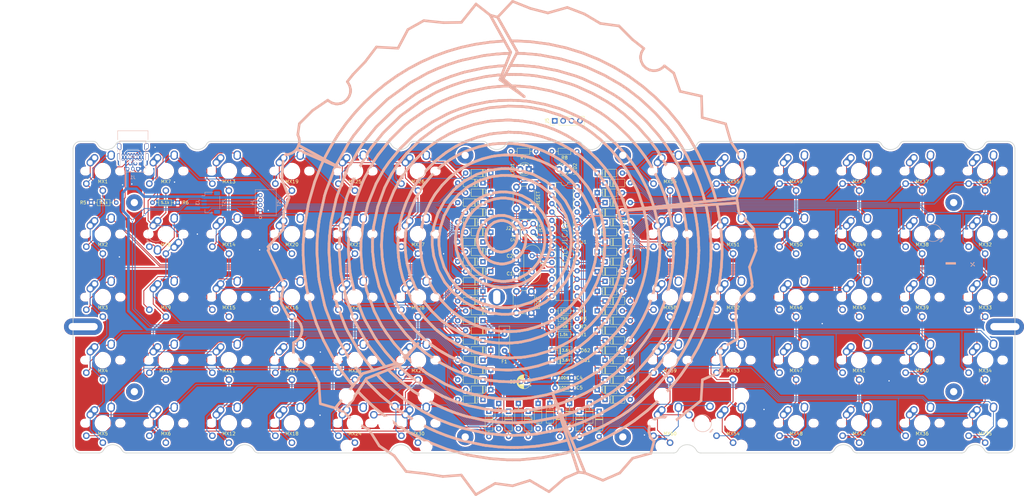
<source format=kicad_pcb>
(kicad_pcb (version 20211014) (generator pcbnew)
  (title_block (date "2022-03-19") (rev "1.7"))
  (layers (0 "F.Cu" signal) (31 "B.Cu" signal) (34 "B.Paste" user) (35 "F.Paste" user) (36 "B.SilkS" user "B.Silkscreen") (37 "F.SilkS" user "F.Silkscreen") (38 "B.Mask" user) (39 "F.Mask" user) (44 "Edge.Cuts" user))
  (net 0 "")
  (net 1 "+5V")
  (net 2 "GND")
  (net 3 "/ROW0")
  (net 4 "/ROW1")
  (net 5 "/ROW2")
  (net 6 "/ROW3")
  (net 7 "/ROW4")
  (net 8 "/ROW5")
  (net 9 "/RESET")
  (net 10 "Net-(LED1-Pad2)")
  (net 11 "/USB_D+")
  (net 12 "/USB_D-")
  (net 13 "/COL3")
  (net 14 "/COL0")
  (net 15 "/COL1")
  (net 16 "/COL2")
  (net 17 "/COL4")
  (net 18 "/COL5")
  (net 19 "/COL6")
  (net 20 "/COL7")
  (net 21 "/COL8")
  (net 22 "Net-(C1-Pad1)")
  (net 23 "Net-(C2-Pad1)")
  (net 24 "Net-(F1-Pad1)")
  (net 25 "Net-(D1-Pad2)")
  (net 26 "Net-(D2-Pad2)")
  (net 27 "Net-(D3-Pad2)")
  (net 28 "Net-(D4-Pad2)")
  (net 29 "Net-(D5-Pad2)")
  (net 30 "Net-(D6-Pad2)")
  (net 31 "Net-(D7-Pad2)")
  (net 32 "Net-(D8-Pad2)")
  (net 33 "Net-(D9-Pad2)")
  (net 34 "Net-(D10-Pad2)")
  (net 35 "Net-(D11-Pad2)")
  (net 36 "Net-(D12-Pad2)")
  (net 37 "Net-(D13-Pad2)")
  (net 38 "Net-(D14-Pad2)")
  (net 39 "Net-(D15-Pad2)")
  (net 40 "Net-(D16-Pad2)")
  (net 41 "Net-(D17-Pad2)")
  (net 42 "Net-(D19-Pad2)")
  (net 43 "Net-(D20-Pad2)")
  (net 44 "Net-(D21-Pad2)")
  (net 45 "Net-(D22-Pad2)")
  (net 46 "Net-(D23-Pad2)")
  (net 47 "Net-(D24-Pad2)")
  (net 48 "Net-(D25-Pad2)")
  (net 49 "Net-(D26-Pad2)")
  (net 50 "Net-(D28-Pad2)")
  (net 51 "Net-(D29-Pad2)")
  (net 52 "Net-(D31-Pad2)")
  (net 53 "Net-(D32-Pad2)")
  (net 54 "Net-(D33-Pad2)")
  (net 55 "Net-(D34-Pad2)")
  (net 56 "Net-(D35-Pad2)")
  (net 57 "Net-(D36-Pad2)")
  (net 58 "Net-(D37-Pad2)")
  (net 59 "Net-(D38-Pad2)")
  (net 60 "Net-(D39-Pad2)")
  (net 61 "Net-(D40-Pad2)")
  (net 62 "Net-(D44-Pad2)")
  (net 63 "Net-(D45-Pad2)")
  (net 64 "Net-(D46-Pad2)")
  (net 65 "Net-(D47-Pad2)")
  (net 66 "Net-(D49-Pad2)")
  (net 67 "Net-(D50-Pad2)")
  (net 68 "Net-(D51-Pad2)")
  (net 69 "Net-(D52-Pad2)")
  (net 70 "Net-(D53-Pad2)")
  (net 71 "Net-(D54-Pad2)")
  (net 72 "Net-(D55-Pad2)")
  (net 73 "Net-(D56-Pad2)")
  (net 74 "Net-(D57-Pad2)")
  (net 75 "Net-(D58-Pad2)")
  (net 76 "Net-(D59-Pad2)")
  (net 77 "Net-(D41-Pad2)")
  (net 78 "Net-(D42-Pad2)")
  (net 79 "Net-(D43-Pad2)")
  (net 80 "Net-(D48-Pad2)")
  (net 81 "Net-(LED2-Pad2)")
  (net 82 "/LED1")
  (net 83 "/LED2")
  (net 84 "Net-(D18-Pad2)")
  (net 85 "Net-(D27-Pad2)")
  (net 86 "/COL9")
  (net 87 "Net-(2u_MX30-Pad1)")
  (net 88 "Net-(2u_MX60-Pad1)")
  (net 89 "Net-(J1-PadCC2)")
  (net 90 "Net-(J1-PadCC1)")
  (net 91 "Net-(D61-Pad1)")
  (net 92 "Net-(D62-Pad1)")
  (net 94 "/SCL")
  (net 95 "/SDA")
  (footprint "Capacitor_THT:C_Disc_D3.0mm_W1.6mm_P2.50mm" (layer "F.Cu") (at 144.065746 94.059454 -90)
    (fp_text reference "C1")
    (fp_text value "22p")
  )
  (footprint "Capacitor_THT:C_Disc_D3.0mm_W1.6mm_P2.50mm" (layer "F.Cu") (at 144.065746 88.701637 -90)
    (fp_text reference "C2")
    (fp_text value "22p")
  )
  (footprint "LED_THT:LED_D3.0mm" (layer "F.Cu") (at 159.543884 63.698491 180)
    (fp_text reference "LED2")
    (fp_text value "GREEN")
  )
  (footprint "Package_DIP:DIP-28_W7.62mm" (layer "F.Cu") (at 154.78138 69.056308)
    (fp_text reference "U1")
    (fp_text value "ATMEGA328-PU")
  )
  (footprint "Fuse:Fuse_Bourns_MF-RHT100" (layer "F.Cu") (at 140.493868 116.086035 -90)
    (fp_text reference "F1")
    (fp_text value "100mA")
  )
  (footprint "Diode_THT:D_DO-35_SOD27_P7.62mm_Horizontal" (layer "F.Cu") (at 136.326677 82.748507 180)
    (fp_text reference "D2" hide)
    (fp_text value "1N4148")
  )
  (footprint "Diode_THT:D_DO-35_SOD27_P7.62mm_Horizontal" (layer "F.Cu") (at 136.326677 118.467287 180)
    (fp_text reference "D4" hide)
    (fp_text value "1N4148")
  )
  (footprint "Diode_THT:D_DO-35_SOD27_P7.62mm_Horizontal" (layer "F.Cu") (at 150.614189 134.540738 -90)
    (fp_text reference "D5" hide)
    (fp_text value "1N4148")
  )
  (footprint "Diode_THT:D_DO-35_SOD27_P7.62mm_Horizontal" (layer "F.Cu") (at 147.637624 136.92199 -90)
    (fp_text reference "D6" hide)
    (fp_text value "1N4148")
  )
  (footprint "Diode_THT:D_DO-35_SOD27_P7.62mm_Horizontal" (layer "F.Cu") (at 144.661059 134.540738 -90)
    (fp_text reference "D12" hide)
    (fp_text value "1N4148")
  )
  (footprint "Diode_THT:D_DO-35_SOD27_P7.62mm_Horizontal" (layer "F.Cu") (at 138.707929 134.540738 -90)
    (fp_text reference "D24" hide)
    (fp_text value "1N4148")
  )
  (footprint "Capacitor_THT:CP_Radial_D4.0mm_P1.50mm" (layer "F.Cu") (at 147.042311 127.992295 180)
    (fp_text reference "C3")
    (fp_text value "4.7u")
  )
  (footprint "Diode_THT:D_DO-35_SOD27_P7.62mm_Horizontal" (layer "F.Cu") (at 136.326677 76.795377 180)
    (fp_text reference "D1" hide)
    (fp_text value "1N4148")
  )
  (footprint "Button_Switch_THT:SW_PUSH_6mm" (layer "F.Cu") (at 144.065746 107.15634 90)
    (fp_text reference "SW2" hide)
    (fp_text value "BOOT")
  )
  (footprint "lumberjack:MountingHole_M2" (layer "F.Cu") (at 128.587608 59.5313)
    (fp_text reference "H1" hide)
    (fp_text value "M2")
  )
  (footprint "lumberjack:MountingHole_M2" (layer "F.Cu") (at 176.212648 59.5313)
    (fp_text reference "H2" hide)
    (fp_text value "M2")
  )
  (footprint "lumberjack:MountingHole_M2" (layer "F.Cu") (at 128.587608 144.661059)
    (fp_text reference "H3" hide)
    (fp_text value "M2")
  )
  (footprint "lumberjack:MountingHole_M2" (layer "F.Cu") (at 176.212648 144.661059)
    (fp_text reference "H4" hide)
    (fp_text value "M2")
  )
  (footprint "lumberjack:MountingSlot_M2" (layer "F.Cu") (at 13.096886 111.323531)
    (fp_text reference "H5" hide)
    (fp_text value "M2")
  )
  (footprint "lumberjack:MountingSlot_M2" (layer "F.Cu") (at 291.70337 111.323531)
    (fp_text reference "H6" hide)
    (fp_text value "M2")
  )
  (footprint "Diode_THT:D_DO-35_SOD27_P7.62mm_Horizontal" (layer "F.Cu") (at 166.092327 134.540738 -90)
    (fp_text reference "D54" hide)
    (fp_text value "1N4148")
  )
  (footprint "LED_THT:LED_D3.0mm" (layer "F.Cu") (at 147.796372 63.698491 180)
    (fp_text reference "LED1")
    (fp_text value "RED")
  )
  (footprint "Diode_THT:D_DO-35_SOD27_P7.62mm_Horizontal" (layer "F.Cu") (at 136.326677 130.373547 180)
    (fp_text reference "D23" hide)
    (fp_text value "1N4148")
  )
  (footprint "Diode_THT:D_DO-35_SOD27_P7.62mm_Horizontal" (layer "F.Cu") (at 136.326677 124.420417 180)
    (fp_text reference "D11" hide)
    (fp_text value "1N4148")
  )
  (footprint "Diode_THT:D_DO-35_SOD27_P7.62mm_Horizontal" (layer "F.Cu") (at 133.945425 115.490722 180)
    (fp_text reference "D28" hide)
    (fp_text value "1N4148")
  )
  (footprint "Diode_THT:D_DO-35_SOD27_P7.62mm_Horizontal" (layer "F.Cu") (at 136.326677 112.514157 180)
    (fp_text reference "D22" hide)
    (fp_text value "1N4148")
  )
  (footprint "Diode_THT:D_DO-35_SOD27_P7.62mm_Horizontal" (layer "F.Cu") (at 133.945425 109.537592 180)
    (fp_text reference "D16" hide)
    (fp_text value "1N4148")
  )
  (footprint "Diode_THT:D_DO-35_SOD27_P7.62mm_Horizontal" (layer "F.Cu") (at 133.945425 121.443852 180)
    (fp_text reference "D10" hide)
    (fp_text value "1N4148")
  )
  (footprint "Diode_THT:D_DO-35_SOD27_P7.62mm_Horizontal" (layer "F.Cu") (at 133.945425 97.631332 180)
    (fp_text reference "D27" hide)
    (fp_text value "1N4148")
  )
  (footprint "Diode_THT:D_DO-35_SOD27_P7.62mm_Horizontal" (layer "F.Cu") (at 136.326677 94.654767 180)
    (fp_text reference "D21" hide)
    (fp_text value "1N4148")
  )
  (footprint "Diode_THT:D_DO-35_SOD27_P7.62mm_Horizontal" (layer "F.Cu") (at 133.945425 103.584462 180)
    (fp_text reference "D9" hide)
    (fp_text value "1N4148")
  )
  (footprint "Diode_THT:D_DO-35_SOD27_P7.62mm_Horizontal" (layer "F.Cu") (at 133.945425 91.678202 180)
    (fp_text reference "D20" hide)
    (fp_text value "1N4148")
  )
  (footprint "Diode_THT:D_DO-35_SOD27_P7.62mm_Horizontal" (layer "F.Cu") (at 136.326677 88.701637 180)
    (fp_text reference "D14" hide)
    (fp_text value "1N4148")
  )
  (footprint "Diode_THT:D_DO-35_SOD27_P7.62mm_Horizontal" (layer "F.Cu") (at 133.945425 85.725072 180)
    (fp_text reference "D8" hide)
    (fp_text value "1N4148")
  )
  (footprint "Diode_THT:D_DO-35_SOD27_P7.62mm_Horizontal" (layer "F.Cu") (at 168.473579 76.795377)
    (fp_text reference "D31" hide)
    (fp_text value "1N4148")
  )
  (footprint "Diode_THT:D_DO-35_SOD27_P7.62mm_Horizontal" (layer "F.Cu") (at 133.945425 73.818812 180)
    (fp_text reference "D7" hide)
    (fp_text value "1N4148")
  )
  (footprint "Diode_THT:D_DO-35_SOD27_P7.62mm_Horizontal" (layer "F.Cu") (at 170.854831 73.818812)
    (fp_text reference "D37" hide)
    (fp_text value "1N4148")
  )
  (footprint "Diode_THT:D_DO-35_SOD27_P7.62mm_Horizontal" (layer "F.Cu") (at 133.945425 67.865682 180)
    (fp_text reference "D19" hide)
    (fp_text value "1N4148")
  )
  (footprint "Diode_THT:D_DO-35_SOD27_P7.62mm_Horizontal" (layer "F.Cu") (at 163.115762 136.92199 -90)
    (fp_text reference "D48" hide)
    (fp_text value "1N4148")
  )
  (footprint "Button_Switch_THT:SW_PUSH_6mm" (layer "F.Cu") (at 144.065746 75.604751 90)
    (fp_text reference "SW1" hide)
    (fp_text value "RESET")
  )
  (footprint "Capacitor_THT:C_Disc_D4.3mm_W1.9mm_P5.00mm" (layer "F.Cu") (at 155.73451 126.801669)
    (fp_text reference "C4")
    (fp_text value "100n")
  )
  (footprint "Diode_THT:D_DO-35_SOD27_P7.62mm_Horizontal" (layer "F.Cu") (at 135.731364 136.92199 -90)
    (fp_text reference "D30" hide)
    (fp_text value "1N4148")
  )
  (footprint "Diode_THT:D_DO-35_SOD27_P7.62mm_Horizontal" (layer "F.Cu") (at 170.854831 115.490722)
    (fp_text reference "D58" hide)
    (fp_text value "1N4148")
  )
  (footprint "Diode_THT:D_DO-35_SOD27_P7.62mm_Horizontal" (layer "F.Cu") (at 169.068892 136.92199 -90)
    (fp_text reference "D60" hide)
    (fp_text value "1N4148")
  )
  (footprint "Diode_THT:D_DO-35_SOD27_P7.62mm_Horizontal" (layer "F.Cu") (at 170.854831 79.771942)
    (fp_text reference "D56" hide)
    (fp_text value "1N4148")
  )
  (footprint "Diode_THT:D_DO-35_SOD27_P7.62mm_Horizontal" (layer "F.Cu") (at 168.473579 64.889117)
    (fp_text reference "D55" hide)
    (fp_text value "1N4148")
  )
  (footprint "Diode_THT:D_DO-35_SOD27_P7.62mm_Horizontal" (layer "F.Cu") (at 170.854831 67.865682)
    (fp_text reference "D49" hide)
    (fp_text value "1N4148")
  )
  (footprint "Diode_THT:D_DO-35_SOD27_P7.62mm_Horizontal" (layer "F.Cu") (at 168.473579 82.748507)
    (fp_text reference "D32" hide)
    (fp_text value "1N4148")
  )
  (footprint "Diode_THT:D_DO-35_SOD27_P7.62mm_Horizontal" (layer "F.Cu") (at 170.854831 97.631332)
    (fp_text reference "D57" hide)
    (fp_text value "1N4148")
  )
  (footprint "Diode_THT:D_DO-35_SOD27_P7.62mm_Horizontal" (layer "F.Cu") (at 170.854831 91.678202)
    (fp_text reference "D50" hide)
    (fp_text value "1N4148")
  )
  (footprint "Diode_THT:D_DO-35_SOD27_P7.62mm_Horizontal" (layer "F.Cu") (at 168.473579 94.654767)
    (fp_text reference "D51" hide)
    (fp_text value "1N4148")
  )
  (footprint "Diode_THT:D_DO-35_SOD27_P7.62mm_Horizontal" (layer "F.Cu") (at 168.473579 106.561027)
    (fp_text reference "D45" hide)
    (fp_text value "1N4148")
  )
  (footprint "Diode_THT:D_DO-35_SOD27_P7.62mm_Horizontal" (layer "F.Cu") (at 170.854831 103.584462)
    (fp_text reference "D39" hide)
    (fp_text value "1N4148")
  )
  (footprint "Diode_THT:D_DO-35_SOD27_P7.62mm_Horizontal" (layer "F.Cu") (at 168.473579 100.607897)
    (fp_text reference "D33" hide)
    (fp_text value "1N4148")
  )
  (footprint "Diode_THT:D_DO-35_SOD27_P7.62mm_Horizontal" (layer "F.Cu") (at 170.854831 85.725072)
    (fp_text reference "D38" hide)
    (fp_text value "1N4148")
  )
  (footprint "Diode_THT:D_DO-35_SOD27_P7.62mm_Horizontal" (layer "F.Cu") (at 168.473579 112.514157)
    (fp_text reference "D52" hide)
    (fp_text value "1N4148")
  )
  (footprint "Diode_THT:D_DO-35_SOD27_P7.62mm_Horizontal" (layer "F.Cu") (at 170.854831 109.537592)
    (fp_text reference "D46" hide)
    (fp_text value "1N4148")
  )
  (footprint "Diode_THT:D_DO-35_SOD27_P7.62mm_Horizontal" (layer "F.Cu") (at 168.473579 118.467287)
    (fp_text reference "D34" hide)
    (fp_text value "1N4148")
  )
  (footprint "Diode_THT:D_DO-35_SOD27_P7.62mm_Horizontal" (layer "F.Cu") (at 168.473579 88.701637)
    (fp_text reference "D44" hide)
    (fp_text value "1N4148")
  )
  (footprint "Diode_THT:D_DO-35_SOD27_P7.62mm_Horizontal" (layer "F.Cu") (at 168.473579 70.842247)
    (fp_text reference "D43" hide)
    (fp_text value "1N4148")
  )
  (footprint "Diode_THT:D_DO-35_SOD27_P7.62mm_Horizontal" (layer "F.Cu") (at 170.854831 133.350112)
    (fp_text reference "D59" hide)
    (fp_text value "1N4148")
  )
  (footprint "Diode_THT:D_DO-35_SOD27_P7.62mm_Horizontal" (layer "F.Cu") (at 168.473579 124.420417)
    (fp_text reference "D41" hide)
    (fp_text value "1N4148")
  )
  (footprint "Diode_THT:D_DO-35_SOD27_P7.62mm_Horizontal" (layer "F.Cu") (at 154.186067 134.540738 -90)
    (fp_text reference "D35" hide)
    (fp_text value "1N4148")
  )
  (footprint "Diode_THT:D_DO-35_SOD27_P7.62mm_Horizontal" (layer "F.Cu") (at 170.854831 121.443852)
    (fp_text reference "D40" hide)
    (fp_text value "1N4148")
  )
  (footprint "Diode_THT:D_DO-35_SOD27_P7.62mm_Horizontal" (layer "F.Cu") (at 170.854831 127.396982)
    (fp_text reference "D47" hide)
    (fp_text value "1N4148")
  )
  (footprint "Diode_THT:D_DO-35_SOD27_P7.62mm_Horizontal" (layer "F.Cu") (at 168.473579 130.373547)
    (fp_text reference "D53" hide)
    (fp_text value "1N4148")
  )
  (footprint "Diode_THT:D_DO-35_SOD27_P7.62mm_Horizontal" (layer "F.Cu") (at 157.162632 136.92199 -90)
    (fp_text reference "D36" hide)
    (fp_text value "1N4148")
  )
  (footprint "lumberjack:MX_PCB_200B" (layer "F.Cu") (at 200.025168 140.493868)
    (fp_text reference "2u_MX60" hide)
    (fp_text value "SW_Push" hide)
  )
  (footprint "lumberjack:MX_PCB_200B" (layer "F.Cu") (at 104.775088 140.493868)
    (fp_text reference "2u_MX30" hide)
    (fp_text value "SW_Push" hide)
  )
  (footprint "Capacitor_THT:C_Disc_D4.3mm_W1.9mm_P5.00mm" (layer "F.Cu") (at 155.73451 129.778234)
    (fp_text reference "C5")
    (fp_text value "100n")
  )
  (footprint "Connector_PinHeader_2.54mm:PinHeader_2x03_P2.54mm_Vertical" (layer "F.Cu") (at 144.065746 82.748507 90)
    (fp_text reference "J2")
    (fp_text value "AVR_ISP_6")
  )
  (footprint "lumberjack:MountingSlot_M2" (layer "F.Cu") (at 138.112616 102.393836 90)
    (fp_text reference "H7" hide)
    (fp_text value "M2")
  )
  (footprint "Diode_THT:D_DO-35_SOD27_P7.62mm_Horizontal" (layer "F.Cu") (at 160.139197 134.540738 -90)
    (fp_text reference "D42" hide)
    (fp_text value "1N4148")
  )
  (footprint "Diode_THT:D_DO-35_SOD27_P7.62mm_Horizontal" (layer "F.Cu") (at 133.945425 133.350112 180)
    (fp_text reference "D29" hide)
    (fp_text value "1N4148")
  )
  (footprint "Diode_THT:D_DO-35_SOD27_P7.62mm_Horizontal" (layer "F.Cu") (at 136.326677 106.561027 180)
    (fp_text reference "D15" hide)
    (fp_text value "1N4148")
  )
  (footprint "Diode_THT:D_DO-35_SOD27_P7.62mm_Horizontal" (layer "F.Cu") (at 133.945425 100.607897 180)
    (fp_text reference "D3" hide)
    (fp_text value "1N4148")
  )
  (footprint "Diode_THT:D_DO-35_SOD27_P7.62mm_Horizontal" (layer "F.Cu") (at 133.945425 79.771942 180)
    (fp_text reference "D26" hide)
    (fp_text value "1N4148")
  )
  (footprint "Resistor_THT:R_Axial_DIN0204_L3.6mm_D1.6mm_P7.62mm_Horizontal" (layer "F.Cu") (at 162.40138 106.561027 180)
    (fp_text reference "R4")
    (fp_text value "10k")
  )
  (footprint "Crystal:Crystal_HC49-4H_Vertical" (layer "F.Cu") (at 148.82825 89.892263 -90)
    (fp_text reference "Y1")
    (fp_text value "16MHz")
  )
  (footprint "Diode_THT:D_DO-35_SOD27_P7.62mm_Horizontal" (layer "F.Cu") (at 133.945425 127.396982 180)
    (fp_text reference "D17" hide)
    (fp_text value "1N4148")
  )
  (footprint "Resistor_THT:R_Axial_DIN0204_L3.6mm_D1.6mm_P7.62mm_Horizontal" (layer "F.Cu") (at 154.78138 113.704783)
    (fp_text reference "R1")
    (fp_text value "1.5k")
  )
  (footprint "Resistor_THT:R_Axial_DIN0204_L3.6mm_D1.6mm_P7.62mm_Horizontal" (layer "F.Cu") (at 150.018876 58.340674 180)
    (fp_text reference "R7")
    (fp_text value "1.5k")
  )
  (footprint "Resistor_THT:R_Axial_DIN0204_L3.6mm_D1.6mm_P7.62mm_Horizontal" (layer "F.Cu") (at 162.40138 58.340674 180)
    (fp_text reference "R8")
    (fp_text value "1.5k")
  )
  (footprint "Resistor_THT:R_Axial_DIN0204_L3.6mm_D1.6mm_P7.62mm_Horizontal" (layer "F.Cu") (at 154.78138 111.323531)
    (fp_text reference "R2")
    (fp_text value "75R")
  )
  (footprint "Diode_THT:D_DO-35_SOD27_P7.62mm_Horizontal" (layer "F.Cu") (at 154.900449 121.443852)
    (fp_text reference "D61")
    (fp_text value "3.6V")
  )
  (footprint "Diode_THT:D_DO-35_SOD27_P7.62mm_Horizontal" (layer "F.Cu") (at 154.900449 118.467287)
    (fp_text reference "D62")
    (fp_text value "3.6V")
  )
  (footprint "Resistor_THT:R_Axial_DIN0204_L3.6mm_D1.6mm_P7.62mm_Horizontal" (layer "F.Cu") (at 15.478138 73.818812)
    (fp_text reference "R5")
    (fp_text value "5.1k")
  )
  (footprint "Resistor_THT:R_Axial_DIN0204_L3.6mm_D1.6mm_P7.62mm_Horizontal" (layer "F.Cu") (at 41.67191 73.818812 180)
    (fp_text reference "R6")
    (fp_text value "5.1k")
  )
  (footprint "lumberjack:wood" (layer "F.Cu") (at 139.779375 84.058125)
    (fp_text reference "REF**" hide)
    (fp_text value "Wood")
  )
  (footprint "Resistor_THT:R_Axial_DIN0204_L3.6mm_D1.6mm_P7.62mm_Horizontal" (layer "F.Cu") (at 154.78138 108.942279)
    (fp_text reference "R3")
    (fp_text value "75R")
  )
  (footprint "Diode_THT:D_DO-35_SOD27_P7.62mm_Horizontal" (layer "F.Cu") (at 136.326677 64.889117 180)
    (fp_text reference "D25" hide)
    (fp_text value "1N4148")
  )
  (footprint "Diode_THT:D_DO-35_SOD27_P7.62mm_Horizontal" (layer "F.Cu") (at 136.326677 70.842247 180)
    (fp_text reference "D13" hide)
    (fp_text value "1N4148")
  )
  (footprint "Diode_THT:D_DO-35_SOD27_P7.62mm_Horizontal" (layer "F.Cu") (at 141.684494 136.92199 -90)
    (fp_text reference "D18" hide)
    (fp_text value "1N4148")
  )
  (footprint "lumberjack:MX_Alps_Choc" (layer "F.Cu") (at 19.050016 83.34382)
    (fp_text reference "MX2")
    (fp_text value "SW_Push")
  )
  (footprint "lumberjack:MX_Alps_Choc" (layer "F.Cu") (at 19.050016 102.393836)
    (fp_text reference "MX3")
    (fp_text value "SW_Push")
  )
  (footprint "lumberjack:MX_Alps_Choc" (layer "F.Cu") (at 19.050016 121.443852)
    (fp_text reference "MX4")
    (fp_text value "SW_Push")
  )
  (footprint "lumberjack:MX_Alps_Choc" (layer "F.Cu") (at 19.050016 140.493868)
    (fp_text reference "MX5")
    (fp_text value "SW_Push")
  )
  (footprint "lumberjack:MX_Alps_Choc" (layer "F.Cu") (at 38.100032 140.493868)
    (fp_text reference "MX6")
    (fp_text value "SW_Push")
  )
  (footprint "lumberjack:MX_Alps_Choc" (layer "F.Cu") (at 38.100032 64.293804)
    (fp_text reference "MX7")
    (fp_text value "SW_Push")
  )
  (footprint "lumberjack:MX_Alps_Choc_NTHSTH" (layer "F.Cu") (at 38.100032 83.34382)
    (fp_text reference "MX8")
    (fp_text value "SW_Push")
  )
  (footprint "lumberjack:MX_Alps_Choc" (layer "F.Cu") (at 38.100032 102.393836)
    (fp_text reference "MX9")
    (fp_text value "SW_Push")
  )
  (footprint "lumberjack:MX_Alps_Choc" (layer "F.Cu") (at 38.100032 121.443852)
    (fp_text reference "MX10")
    (fp_text value "SW_Push")
  )
  (footprint "lumberjack:MX_Alps_Choc" (layer "F.Cu") (at 57.150048 121.443852)
    (fp_text reference "MX11")
    (fp_text value "SW_Push")
  )
  (footprint "lumberjack:MX_Alps_Choc" (layer "F.Cu") (at 57.150048 140.493868)
    (fp_text reference "MX12")
    (fp_text value "SW_Push")
  )
  (footprint "lumberjack:MX_Alps_Choc" (layer "F.Cu") (at 57.150048 102.393836)
    (fp_text reference "MX15")
    (fp_text value "SW_Push")
  )
  (footprint "lumberjack:MX_Alps_Choc" (layer "F.Cu") (at 76.200064 102.393836)
    (fp_text reference "MX16")
    (fp_text value "SW_Push")
  )
  (footprint "lumberjack:MX_Alps_Choc" (layer "F.Cu") (at 76.200064 121.443852)
    (fp_text reference "MX17")
    (fp_text value "SW_Push")
  )
  (footprint "lumberjack:MX_Alps_Choc" (layer "F.Cu") (at 76.200064 140.493868)
    (fp_text reference "MX18")
    (fp_text value "SW_Push")
  )
  (footprint "lumberjack:MX_Alps_Choc" (layer "F.Cu") (at 76.200064 64.293804)
    (fp_text reference "MX19")
    (fp_text value "SW_Push")
  )
  (footprint "lumberjack:MX_Alps_Choc" (layer "F.Cu") (at 76.200064 83.34382)
    (fp_text reference "MX20")
    (fp_text value "SW_Push")
  )
  (footprint "lumberjack:MX_Alps_Choc" (layer "F.Cu") (at 95.25008 83.34382)
    (fp_text reference "MX21")
    (fp_text value "SW_Push")
  )
  (footprint "lumberjack:MX_Alps_Choc" (layer "F.Cu") (at 95.25008 102.393836)
    (fp_text reference "MX22")
    (fp_text value "SW_Push")
  )
  (footprint "lumberjack:MX_Alps_Choc" (layer "F.Cu") (at 95.25008 121.443852)
    (fp_text reference "MX23")
    (fp_text value "SW_Push")
  )
  (footprint "lumberjack:MX_Alps_Choc" (layer "F.Cu") (at 95.25008 140.493868)
    (fp_text reference "MX24")
    (fp_text value "SW_Push")
  )
  (footprint "lumberjack:MX_Alps_Choc" (layer "F.Cu") (at 95.25008 64.293804)
    (fp_text reference "MX25")
    (fp_text value "SW_Push")
  )
  (footprint "lumberjack:MX_Alps_Choc" (layer "F.Cu") (at 114.300096 64.293804)
    (fp_text reference "MX26")
    (fp_text value "SW_Push")
  )
  (footprint "lumberjack:MX_Alps_Choc" (layer "F.Cu") (at 114.300096 83.34382)
    (fp_text reference "MX27")
    (fp_text value "SW_Push")
  )
  (footprint "lumberjack:MX_Alps_Choc" (layer "F.Cu") (at 114.300096 102.393836)
    (fp_text reference "MX28")
    (fp_text value "SW_Push")
  )
  (footprint "lumberjack:MX_Alps_Choc" (layer "F.Cu") (at 114.300096 121.443852)
    (fp_text reference "MX29")
    (fp_text value "SW_Push")
  )
  (footprint "lumberjack:MX_Alps_Choc" (layer "F.Cu") (at 114.300096 140.493868)
    (fp_text reference "MX30")
    (fp_text value "SW_Push")
  )
  (footprint "lumberjack:MX_Alps_Choc" (layer "F.Cu") (at 285.75024 64.293804)
    (fp_text reference "MX31")
    (fp_text value "SW_Push")
  )
  (footprint "lumberjack:MX_Alps_Choc" (layer "F.Cu") (at 285.75024 83.34382)
    (fp_text reference "MX32")
    (fp_text value "SW_Push")
  )
  (footprint "lumberjack:MX_Alps_Choc" (layer "F.Cu") (at 285.75024 102.393836)
    (fp_text reference "MX33")
    (fp_text value "SW_Push")
  )
  (footprint "lumberjack:MX_Alps_Choc" (layer "F.Cu") (at 285.75024 121.443852)
    (fp_text reference "MX34")
    (fp_text value "SW_Push")
  )
  (footprint "lumberjack:MX_Alps_Choc" (layer "F.Cu") (at 285.75024 140.493868)
    (fp_text reference "MX35")
    (fp_text value "SW_Push")
  )
  (footprint "lumberjack:MX_Alps_Choc" (layer "F.Cu") (at 266.700224 140.493868)
    (fp_text reference "MX36")
    (fp_text value "SW_Push")
  )
  (footprint "lumberjack:MX_Alps_Choc" (layer "F.Cu") (at 266.700224 64.293804)
    (fp_text reference "MX37")
    (fp_text value "SW_Push")
  )
  (footprint "lumberjack:MX_Alps_Choc" (layer "F.Cu") (at 266.700224 83.34382)
    (fp_text reference "MX38")
    (fp_text value "SW_Push")
  )
  (footprint "lumberjack:MX_Alps_Choc" (layer "F.Cu") (at 266.700224 102.393836)
    (fp_text reference "MX39")
    (fp_text value "SW_Push")
  )
  (footprint "lumberjack:MX_Alps_Choc" (layer "F.Cu") (at 266.700224 121.443852)
    (fp_text reference "MX40")
    (fp_text value "SW_Push")
  )
  (footprint "lumberjack:MX_Alps_Choc" (layer "F.Cu") (at 247.650208 121.443852)
    (fp_text reference "MX41")
    (fp_text value "SW_Push")
  )
  (footprint "lumberjack:MX_Alps_Choc" (layer "F.Cu") (at 247.650208 140.493868)
    (fp_text reference "MX42")
    (fp_text value "SW_Push")
  )
  (footprint "lumberjack:MX_Alps_Choc" (layer "F.Cu") (at 247.650208 64.293804)
    (fp_text reference "MX43")
    (fp_text value "SW_Push")
  )
  (footprint "lumberjack:MX_Alps_Choc" (layer "F.Cu") (at 247.650208 83.34382)
    (fp_text reference "MX44")
    (fp_text value "SW_Push")
  )
  (footprint "lumberjack:MX_Alps_Choc" (layer "F.Cu") (at 247.650208 102.393836)
    (fp_text reference "MX45")
    (fp_text value "SW_Push")
  )
  (footprint "lumberjack:MX_Alps_Choc" (layer "F.Cu") (at 228.600192 102.393836)
    (fp_text reference "MX46")
    (fp_text value "SW_Push")
  )
  (footprint "lumberjack:MX_Alps_Choc" (layer "F.Cu") (at 228.600192 121.443852)
    (fp_text reference "MX47")
    (fp_text value "SW_Push")
  )
  (footprint "lumberjack:MX_Alps_Choc" (layer "F.Cu") (at 228.600192 140.493868)
    (fp_text reference "MX48")
    (fp_text value "SW_Push")
  )
  (footprint "lumberjack:MX_Alps_Choc" (layer "F.Cu") (at 228.600192 64.293804)
    (fp_text reference "MX49")
    (fp_text value "SW_Push")
  )
  (footprint "lumberjack:MX_Alps_Choc" (layer "F.Cu") (at 228.600192 83.34382)
    (fp_text reference "MX50")
    (fp_text value "SW_Push")
  )
  (footprint "lumberjack:MX_Alps_Choc" (layer "F.Cu") (at 209.550176 83.34382)
    (fp_text reference "MX51")
    (fp_text value "SW_Push")
  )
  (footprint "lumberjack:MX_Alps_Choc" (layer "F.Cu") (at 209.550176 102.393836)
    (fp_text reference "MX52")
    (fp_text value "SW_Push")
  )
  (footprint "lumberjack:MX_Alps_Choc" (layer "F.Cu") (at 209.550176 121.443852)
    (fp_text reference "MX53")
    (fp_text value "SW_Push")
  )
  (footprint "lumberjack:MX_Alps_Choc" (layer "F.Cu") (at 209.550176 140.493868)
    (fp_text reference "MX54")
    (fp_text value "SW_Push")
  )
  (footprint "lumberjack:MX_Alps_Choc" (layer "F.Cu") (at 209.550176 64.293804)
    (fp_text reference "MX55")
    (fp_text value "SW_Push")
  )
  (footprint "lumberjack:MX_Alps_Choc" (layer "F.Cu") (at 190.50016 64.293804)
    (fp_text reference "MX56")
    (fp_text value "SW_Push")
  )
  (footprint "lumberjack:MX_Alps_Choc" (layer "F.Cu") (at 190.50016 83.34382)
    (fp_text reference "MX57")
    (fp_text value "SW_Push")
  )
  (footprint "lumberjack:MX_Alps_Choc" (layer "F.Cu") (at 190.50016 102.393836)
    (fp_text reference "MX58")
    (fp_text value "SW_Push")
  )
  (footprint "lumberjack:MX_Alps_Choc" (layer "F.Cu") (at 190.50016 121.443852)
    (fp_text reference "MX59")
    (fp_text value "SW_Push")
  )
  (footprint "lumberjack:MX_Alps_Choc" (layer "F.Cu") (at 190.50016 140.493868)
    (fp_text reference "MX60")
    (fp_text value "SW_Push")
  )
  (footprint "lumberjack:MX_Alps_Choc" (layer "F.Cu") (at 57.150048 64.293804)
    (fp_text reference "MX13")
    (fp_text value "SW_Push")
  )
  (footprint "lumberjack:MX_Alps_Choc" (layer "F.Cu") (at 57.150048 83.34382)
    (fp_text reference "MX14")
    (fp_text value "SW_Push")
  )
  (footprint "lumberjack:MountingHole_M2" (layer "F.Cu") (at 28.575024 130.96886)
    (fp_text reference "H9" hide)
    (fp_text value "M2")
  )
  (footprint "lumberjack:MountingHole_M2" (layer "F.Cu") (at 276.225232 73.818812)
    (fp_text reference "H10" hide)
    (fp_text value "M2")
  )
  (footprint "lumberjack:MountingHole_M2" (layer "F.Cu") (at 276.225232 130.96886)
    (fp_text reference "H11" hide)
    (fp_text value "M2")
  )
  (footprint "lumberjack:MountingHole_M2" (layer "F.Cu") (at 28.575024 73.818812)
    (fp_text reference "H8" hide)
    (fp_text value "M2")
  )
  (footprint "lumberjack:MX_Alps_Choc" (layer "F.Cu") (at 19.049968 64.29375)
    (fp_text reference "MX1")
    (fp_text value "SW_Push")
  )
  (footprint "Connector_PinHeader_2.54mm:PinHeader_1x04_P2.54mm_Vertical" (layer "F.Cu") (at 155.65 49.1 90)
    (fp_text reference "J5")
    (fp_text value "Conn_01x04_Female")
  )
  (footprint "lumberjack:USB_Hybrid" (layer "B.Cu") (at 25.128 60.86)
    (fp_text reference "J1")
    (fp_text value "USB")
  )
  (footprint "Connector_JST:JST_SH_SM04B-SRSS-TB_1x04-1MP_P1.00mm_Horizontal" (layer "B.Cu") (at 51.69 73.81 -90)
    (fp_text reference "J3")
    (fp_text value "JST")
  )
  (footprint "lumberjack:S4B-ZRLFSN" (layer "B.Cu") (at 66.675 76.075 -90)
    (fp_text reference "J4")
    (fp_text value "JST")
  )
  (footprint "lumberjack:OSHW" (layer "B.Cu") (at 257.175 92.86875 180)
    (fp_text reference "REF**" hide)
    (fp_text value "OSHW" hide)
  )
  (footprint "lumberjack:Lumberjack" (layer "B.Cu") (at 238.125 92.86875 180)
    (fp_text reference "REF**" hide)
    (fp_text value "Lumberjack")
  )
  (footprint "lumberjack:Flags" (layer "B.Cu") (at 275.45 92.6 180)
    (fp_text reference "REF**" hide)
    (fp_text value "flags")
  )
  (gr_circle (center 35.112119 83.003402) (end 37.493371 81.957223) (layer "B.SilkS") (width 0.15) (fill none))
  (gr_circle (center 270.006556 82.975932) (end 268.960377 80.59468) (layer "B.SilkS") (width 0.15) (fill none))
  (gr_circle (center 200.400801 140.493868) (end 199.354622 138.112616) (layer "B.SilkS") (width 0.15) (fill none))
  (gr_line (start 191.55379 149.5) (end 113.246211 149.5) (layer "Edge.Cuts") (width 0.2))
  (gr_line (start 294.75 147.24375) (end 294.75 57.54375) (layer "Edge.Cuts") (width 0.2))
  (gr_line (start 278.650337 55.29375) (end 261.298106 55.29375) (layer "Edge.Cuts") (width 0.2))
  (gr_line (start 278.650337 149.49375) (end 247.010606 149.49375) (layer "Edge.Cuts") (width 0.2))
  (gr_arc (start 162.564394 55.29375) (mid 163.342108 55.511111) (end 163.894429 56.100201) (layer "Edge.Cuts") (width 0.2))
  (gr_line (start 162.564394 55.29375) (end 142.235606 55.29375) (layer "Edge.Cuts") (width 0.2))
  (gr_arc (start 133.989394 55.29375) (mid 134.767108 55.511111) (end 135.319429 56.100201) (layer "Edge.Cuts") (width 0.2))
  (gr_line (start 57.789395 149.49375) (end 26.149663 149.49375) (layer "Edge.Cuts") (width 0.2))
  (gr_arc (start 140.905571 56.100202) (mid 138.1125 57.79375) (end 135.319429 56.100201) (layer "Edge.Cuts") (width 0.2))
  (gr_arc (start 10.05 57.54375) (mid 10.70901 55.95276) (end 12.3 55.29375) (layer "Edge.Cuts") (width 0.2))
  (gr_line (start 104.8 55.3) (end 51.748105 55.29375) (layer "Edge.Cuts") (width 0.2))
  (gr_arc (start 140.905572 56.100202) (mid 141.457892 55.511112) (end 142.235606 55.29375) (layer "Edge.Cuts") (width 0.2))
  (gr_line (start 253.051895 55.29375) (end 200 55.3) (layer "Edge.Cuts") (width 0.2))
  (gr_arc (start 169.480571 56.100202) (mid 166.6875 57.79375) (end 163.894429 56.100201) (layer "Edge.Cuts") (width 0.2))
  (gr_arc (start 259.968071 56.100202) (mid 257.175 57.79375) (end 254.381929 56.100201) (layer "Edge.Cuts") (width 0.2))
  (gr_arc (start 253.051894 55.29375) (mid 253.829608 55.511111) (end 254.381929 56.100201) (layer "Edge.Cuts") (width 0.2))
  (gr_arc (start 169.480572 56.100202) (mid 170.032892 55.511112) (end 170.810606 55.29375) (layer "Edge.Cuts") (width 0.2))
  (gr_line (start 10.05 147.24375) (end 10.05 57.54375) (layer "Edge.Cuts") (width 0.2))
  (gr_arc (start 292.5 55.29375) (mid 294.09099 55.95276) (end 294.75 57.54375) (layer "Edge.Cuts") (width 0.2))
  (gr_arc (start 66.035606 149.49375) (mid 65.257892 149.276388) (end 64.705572 148.687298) (layer "Edge.Cuts") (width 0.2))
  (gr_arc (start 240.094429 148.687298) (mid 239.542109 149.276388) (end 238.764395 149.49375) (layer "Edge.Cuts") (width 0.2))
  (gr_arc (start 247.010606 149.49375) (mid 246.232892 149.276388) (end 245.680572 148.687298) (layer "Edge.Cuts") (width 0.2))
  (gr_arc (start 240.094428 148.687298) (mid 242.8875 146.993749) (end 245.680572 148.687298) (layer "Edge.Cuts") (width 0.2))
  (gr_arc (start 294.75 147.24375) (mid 294.09099 148.83474) (end 292.5 149.49375) (layer "Edge.Cuts") (width 0.2))
  (gr_arc (start 259.968072 56.100202) (mid 260.520392 55.511112) (end 261.298106 55.29375) (layer "Edge.Cuts") (width 0.2))
  (gr_arc (start 59.119429 148.687298) (mid 58.567109 149.276388) (end 57.789395 149.49375) (layer "Edge.Cuts") (width 0.2))
  (gr_arc (start 59.119428 148.687298) (mid 61.9125 146.993749) (end 64.705572 148.687298) (layer "Edge.Cuts") (width 0.2))
  (gr_arc (start 12.3 149.49375) (mid 10.70901 148.83474) (end 10.05 147.24375) (layer "Edge.Cuts") (width 0.2))
  (gr_line (start 43.501894 55.29375) (end 24.363724 55.29375) (layer "Edge.Cuts") (width 0.2))
  (gr_arc (start 50.418071 56.100202) (mid 50.970391 55.511112) (end 51.748105 55.29375) (layer "Edge.Cuts") (width 0.2))
  (gr_arc (start 50.41807 56.100202) (mid 47.624999 57.79375) (end 44.831928 56.100201) (layer "Edge.Cuts") (width 0.2))
  (gr_arc (start 43.501893 55.29375) (mid 44.279607 55.511111) (end 44.831928 56.100201) (layer "Edge.Cuts") (width 0.2))
  (gr_arc (start 26.149663 149.49375) (mid 25.371949 149.276388) (end 24.819629 148.687298) (layer "Edge.Cuts") (width 0.2))
  (gr_line (start 17.903451 149.49375) (end 12.3 149.49375) (layer "Edge.Cuts") (width 0.2))
  (gr_arc (start 19.233486 148.687299) (mid 22.026557 146.993751) (end 24.819628 148.687298) (layer "Edge.Cuts") (width 0.2))
  (gr_arc (start 19.233486 148.687299) (mid 18.681165 149.276389) (end 17.903451 149.49375) (layer "Edge.Cuts") (width 0.2))
  (gr_arc (start 104.8 55.3) (mid 105.577714 55.517361) (end 106.130035 56.106451) (layer "Edge.Cuts") (width 0.2))
  (gr_arc (start 111.716177 56.106452) (mid 108.923106 57.8) (end 106.130035 56.106451) (layer "Edge.Cuts") (width 0.2))
  (gr_arc (start 111.716178 56.106452) (mid 112.268498 55.517362) (end 113.046212 55.3) (layer "Edge.Cuts") (width 0.2))
  (gr_line (start 133.989394 55.29375) (end 113.046212 55.3) (layer "Edge.Cuts") (width 0.2))
  (gr_arc (start 198.669965 56.106451) (mid 199.222286 55.517361) (end 200 55.3) (layer "Edge.Cuts") (width 0.2))
  (gr_arc (start 198.669965 56.106451) (mid 195.876894 57.799999) (end 193.083823 56.106452) (layer "Edge.Cuts") (width 0.2))
  (gr_arc (start 191.753788 55.3) (mid 192.531502 55.517362) (end 193.083822 56.106452) (layer "Edge.Cuts") (width 0.2))
  (gr_line (start 170.810606 55.29375) (end 191.753788 55.3) (layer "Edge.Cuts") (width 0.2))
  (gr_arc (start 106.330034 148.693548) (mid 105.777714 149.282638) (end 105 149.5) (layer "Edge.Cuts") (width 0.2))
  (gr_arc (start 113.246211 149.5) (mid 112.468497 149.282638) (end 111.916177 148.693548) (layer "Edge.Cuts") (width 0.2))
  (gr_arc (start 106.330033 148.693548) (mid 109.123105 146.999999) (end 111.916177 148.693548) (layer "Edge.Cuts") (width 0.2))
  (gr_line (start 105 149.5) (end 66.035606 149.49375) (layer "Edge.Cuts") (width 0.2))
  (gr_line (start 199.800001 149.5) (end 238.764395 149.49375) (layer "Edge.Cuts") (width 0.2))
  (gr_arc (start 199.800001 149.5) (mid 199.022287 149.282638) (end 198.469967 148.693548) (layer "Edge.Cuts") (width 0.2))
  (gr_arc (start 192.883824 148.693548) (mid 192.331504 149.282638) (end 191.55379 149.5) (layer "Edge.Cuts") (width 0.2))
  (gr_arc (start 192.883824 148.693548) (mid 195.676896 146.999999) (end 198.469968 148.693548) (layer "Edge.Cuts") (width 0.2))
  (gr_arc (start 16.117512 55.29375) (mid 16.895226 55.511111) (end 17.447547 56.100201) (layer "Edge.Cuts") (width 0.2))
  (gr_arc (start 23.03369 56.100202) (mid 23.58601 55.511112) (end 24.363724 55.29375) (layer "Edge.Cuts") (width 0.2))
  (gr_arc (start 23.033689 56.100202) (mid 20.240618 57.79375) (end 17.447547 56.100201) (layer "Edge.Cuts") (width 0.2))
  (gr_arc (start 285.566514 56.100201) (mid 282.773443 57.793749) (end 279.980372 56.100202) (layer "Edge.Cuts") (width 0.2))
  (gr_arc (start 278.650337 55.29375) (mid 279.428051 55.511112) (end 279.980371 56.100202) (layer "Edge.Cuts") (width 0.2))
  (gr_line (start 286.896549 55.29375) (end 292.5 55.29375) (layer "Edge.Cuts") (width 0.2))
  (gr_arc (start 285.566514 56.100201) (mid 286.118835 55.511111) (end 286.896549 55.29375) (layer "Edge.Cuts") (width 0.2))
  (gr_arc (start 286.896549 149.49375) (mid 286.118835 149.276389) (end 285.566514 148.687299) (layer "Edge.Cuts") (width 0.2))
  (gr_line (start 286.896549 149.49375) (end 292.5 149.49375) (layer "Edge.Cuts") (width 0.2))
  (gr_arc (start 279.980371 148.687298) (mid 279.428051 149.276388) (end 278.650337 149.49375) (layer "Edge.Cuts") (width 0.2))
  (gr_arc (start 279.980372 148.687298) (mid 282.773443 146.99375) (end 285.566514 148.687299) (layer "Edge.Cuts") (width 0.2))
  (gr_line (start 16.117512 55.29375) (end 12.3 55.29375) (layer "Edge.Cuts") (width 0.2))
  (gr_text "POST" (at 32.730867 85.604334 315) (layer "B.SilkS") (effects (font (size 0.4 0.4) (thickness 0.1)) (justify mirror)))
  (gr_text "POST" (at 272.607488 85.357184 45) (layer "B.SilkS") (effects (font (size 0.4 0.4) (thickness 0.1)) (justify mirror)))
  (gr_text "POST" (at 203.001733 142.87512 45) (layer "B.SilkS") (effects (font (size 0.4 0.4) (thickness 0.1)) (justify mirror)))
  (gr_text "GND" (at 144.661059 85.129759) (layer "F.SilkS") (effects (font (size 0.8 0.8) (thickness 0.1)) (justify right)))
  (gr_text "ISP" (at 151.537087 81.570333 90) (layer "F.SilkS") (effects (font (size 1 1))))
  (gr_text "JLCJLCJLCJLC" (at 158.7 86.8 90) (layer "F.SilkS") (effects (font (size 1.5 1.5))))
  (segment (start 162.40138 89.376308) (end 162.40138 89.416019) (width 0.8) (layer "B.Cu") (net 1))
  (segment (start 162.004494 89.376308) (end 162.40138 89.376308) (width 0.8) (layer "B.Cu") (net 1))
  (segment (start 162.40138 106.561027) (end 160.73451 108.227897) (width 0.8) (layer "B.Cu") (net 1))
  (segment (start 160.73451 108.227897) (end 160.73451 112.037913) (width 0.8) (layer "B.Cu") (net 1))
  (segment (start 160.73451 104.894157) (end 162.40138 106.561027) (width 0.8) (layer "B.Cu") (net 1))
  (segment (start 155.73451 126.801669) (end 154.543884 127.992295) (width 0.8) (layer "B.Cu") (net 1))
  (segment (start 147.042311 125.3626) (end 147.042311 127.992295) (width 0.8) (layer "B.Cu") (net 1))
  (segment (start 140.484494 118.804783) (end 147.042311 125.3626) (width 0.8) (layer "B.Cu") (net 1))
  (segment (start 154.78138 84.296308) (end 156.924494 84.296308) (width 0.8) (layer "B.Cu") (net 1))
  (segment (start 156.924494 84.296308) (end 162.004494 89.376308) (width 0.8) (layer "B.Cu") (net 1))
  (segment (start 160.73451 115.371653) (end 160.73451 121.801669) (width 0.8) (layer "B.Cu") (net 1))
  (segment (start 162.40138 89.416019) (end 160.73451 91.082889) (width 0.8) (layer "B.Cu") (net 1))
  (segment (start 162.40138 113.704783) (end 160.73451 115.371653) (width 0.8) (layer "B.Cu") (net 1))
  (segment (start 154.543884 127.992295) (end 147.042311 127.992295) (width 0.8) (layer "B.Cu") (net 1))
  (segment (start 154.78138 84.296308) (end 150.693547 84.296308) (width 0.8) (layer "B.Cu") (net 1))
  (segment (start 160.73451 112.037913) (end 162.40138 113.704783) (width 0.8) (layer "B.Cu") (net 1))
  (segment (start 155.73451 126.801669) (end 155.73451 129.778234) (width 0.8) (layer "B.Cu") (net 1))
  (segment (start 160.73451 121.801669) (end 155.73451 126.801669) (width 0.8) (layer "B.Cu") (net 1))
  (segment (start 150.693547 84.296308) (end 149.145746 82.748507) (width 0.8) (layer "B.Cu") (net 1))
  (segment (start 160.73451 91.082889) (end 160.73451 104.894157) (width 0.8) (layer "B.Cu") (net 1))
  (via (at 27.8 68.2) (size 0.6) (drill 0.4) (layers "F.Cu" "B.Cu") (net 2))
  (via (at 236.5 110.4) (size 0.6) (drill 0.4) (layers "F.Cu" "B.Cu") (net 2))
  (via (at 199.1 108.35) (size 0.6) (drill 0.4) (layers "F.Cu" "B.Cu") (net 2))
  (via (at 130.373547 102.393836) (size 0.6) (drill 0.4) (layers "F.Cu" "B.Cu") (net 2))
  (via (at 84.8 119) (size 0.6) (drill 0.4) (layers "F.Cu" "B.Cu") (net 2))
  (via (at 256.7 127.7) (size 0.6) (drill 0.4) (layers "F.Cu" "B.Cu") (net 2))
  (via (at 25.003146 68.460995) (size 0.6) (drill 0.4) (layers "F.Cu" "B.Cu") (net 2))
  (via (at 66.436875 88.10625) (size 0.6) (drill 0.4) (layers "F.Cu" "B.Cu") (net 2))
  (via (at 182.761091 144.065746) (size 0.6) (drill 0.4) (layers "F.Cu" "B.Cu") (net 2))
  (via (at 69.056308 76.200064) (size 0.6) (drill 0.4) (layers "F.Cu" "B.Cu") (net 2))
  (via (at 83.3 126.7) (size 0.6) (drill 0.4) (layers "F.Cu" "B.Cu") (net 2))
  (via (at 84.7 138.1) (size 0.6) (drill 0.4) (layers "F.Cu" "B.Cu") (net 2))
  (via (at 34.85 57.1) (size 0.6) (drill 0.4) (layers "F.Cu" "B.Cu") (net 2))
  (via (at 122.039165 89.29695) (size 0.6) (drill 0.4) (layers "F.Cu" "B.Cu") (net 2))
  (via (at 218.9 136.35) (size 0.6) (drill 0.4) (layers "F.Cu" "B.Cu") (net 2))
  (via (at 40.719375 67.6275) (size 0.6) (drill 0.4) (layers "F.Cu" "B.Cu") (net 2))
  (via (at 66.675 103.108125) (size 0.6) (drill 0.4) (layers "F.Cu" "B.Cu") (net 2))
  (via (at 24.050625 90.249375) (size 0.6) (drill 0.4) (layers "F.Cu" "B.Cu") (net 2))
  (via (at 47.625 83.34375) (size 0.6) (drill 0.4) (layers "F.Cu" "B.Cu") (net 2))
  (segment (start 31.078 62.922) (end 30.39 63.61) (width 0.5) (layer "B.Cu") (net 2))
  (segment (start 25.128 58.682038) (end 26.210047 57.59999) (width 0.5) (layer "B.Cu") (net 2))
  (segment (start 31.078 59.51) (end 31.078 58.822) (width 0.25) (layer "B.Cu") (net 2))
  (segment (start 66.675 76.075) (end 68.586059 76.075) (width 0.25) (layer "B.Cu") (net 2))
  (segment (start 31.55 58.35) (end 33.6 58.35) (width 0.25) (layer "B.Cu") (net 2))
  (segment (start 25.128 60.86) (end 25.128 59.51) (width 0.5) (layer "B.Cu") (net 2))
  (segment (start 50.006292 75.31) (end 50.161551 75.154741) (width 0.25) (layer "B.Cu") (net 2))
  (segment (start 31.078 58.688037) (end 31.078 59.51) (width 0.5) (layer "B.Cu") (net 2))
  (segment (start 49.69 75.31) (end 50.006292 75.31) (width 0.25) (layer "B.Cu") (net 2))
  (segment (start 65.754741 75.154741) (end 66.675 76.075) (width 0.25) (layer "B.Cu") (net 2))
  (segment (start 30.39 63.61) (end 29.7 63.61) (width 0.5) (layer "B.Cu") (net 2))
  (segment (start 26.210047 57.59999) (end 29.989953 57.59999) (width 0.5) (layer "B.Cu") (net 2))
  (segment (start 33.6 58.35) (end 34.85 57.1) (width 0.25) (layer "B.Cu") (net 2))
  (segment (start 50.161551 75.154741) (end 65.754741 75.154741) (width 0.25) (layer "B.Cu") (net 2))
  (segment (start 31.078 59.51) (end 31.078 62.922) (width 0.5) (layer "B.Cu") (net 2))
  (segment (start 68.931244 76.075) (end 69.056308 76.200064) (width 0.25) (layer "B.Cu") (net 2))
  (segment (start 29.989953 57.59999) (end 31.078 58.688037) (width 0.5) (layer "B.Cu") (net 2))
  (segment (start 31.078 58.822) (end 31.55 58.35) (width 0.25) (layer "B.Cu") (net 2))
  (segment (start 25.128 59.51) (end 25.128 58.682038) (width 0.5) (layer "B.Cu") (net 2))
  (segment (start 68.586059 76.075) (end 68.931244 76.075) (width 0.25) (layer "B.Cu") (net 2))
  (segment (start 137.517303 77.986003) (end 136.326677 76.795377) (width 0.25) (layer "F.Cu") (net 3))
  (segment (start 157.499705 77.986003) (end 137.517303 77.986003) (width 0.25) (layer "F.Cu") (net 3))
  (segment (start 162.40138 81.756308) (end 161.27001 81.756308) (width 0.25) (layer "F.Cu") (net 3))
  (segment (start 161.27001 81.756308) (end 157.499705 77.986003) (width 0.25) (layer "F.Cu") (net 3))
  (segment (start 168.473579 70.842247) (end 168.473579 67.973579) (width 0.25) (layer "B.Cu") (net 3))
  (segment (start 170.854831 67.865682) (end 168.581476 67.865682) (width 0.25) (layer "B.Cu") (net 3))
  (segment (start 136.326677 67.923323) (end 136.326677 64.889117) (width 0.25) (layer "B.Cu") (net 3))
  (segment (start 168.581476 67.865682) (end 168.473579 67.973579) (width 0.25) (layer "B.Cu") (net 3))
  (segment (start 170.854831 73.818812) (end 168.51597 73.818812) (width 0.25) (layer "B.Cu") (net 3))
  (segment (start 162.40138 81.756308) (end 167.362311 76.795377) (width 0.25) (layer "B.Cu") (net 3))
  (segment (start 136.326677 76.795377) (end 136.326677 73.923323) (width 0.25) (layer "B.Cu") (net 3))
  (segment (start 136.269036 67.865682) (end 136.326677 67.923323) (width 0.25) (layer "B.Cu") (net 3))
  (segment (start 136.222166 73.818812) (end 136.326677 73.923323) (width 0.25) (layer "B.Cu") (net 3))
  (segment (start 133.945425 73.818812) (end 136.222166 73.818812) (width 0.25) (layer "B.Cu") (net 3))
  (segment (start 168.473579 67.973579) (end 168.473579 64.889117) (width 0.25) (layer "B.Cu") (net 3))
  (segment (start 168.473579 76.795377) (end 168.473579 73.776421) (width 0.25) (layer "B.Cu") (net 3))
  (segment (start 133.945425 67.865682) (end 136.269036 67.865682) (width 0.25) (layer "B.Cu") (net 3))
  (segment (start 136.326677 73.923323) (end 136.326677 70.842247) (width 0.25) (layer "B.Cu") (net 3))
  (segment (start 168.473579 73.776421) (end 168.473579 70.842247) (width 0.25) (layer "B.Cu") (net 3))
  (segment (start 167.362311 76.795377) (end 168.473579 76.795377) (width 0.25) (layer "B.Cu") (net 3))
  (segment (start 136.326677 70.842247) (end 136.326677 67.923323) (width 0.25) (layer "B.Cu") (net 3))
  (segment (start 168.51597 73.818812) (end 168.473579 73.776421) (width 0.25) (layer "B.Cu") (net 3))
  (segment (start 170.616725 91.916308) (end 170.854831 91.678202) (width 0.25) (layer "F.Cu") (net 4))
  (segment (start 146.605746 80.208507) (end 144.978555 78.581316) (width 0.25) (layer "F.Cu") (net 4))
  (segment (start 148.232937 78.581316) (end 146.605746 80.208507) (width 0.25) (layer "F.Cu") (net 4))
  (segment (start 162.40138 91.916308) (end 170.616725 91.916308) (width 0.25) (layer "F.Cu") (net 4))
  (segment (start 152.400128 88.106324) (end 151.209502 86.915698) (width 0.25) (layer "F.Cu") (net 4))
  (segment (start 170.259518 91.678202) (end 170.021412 91.916308) (width 0.25) (layer "F.Cu") (net 4))
  (segment (start 157.519839 88.106324) (end 152.400128 88.106324) (width 0.25) (layer "F.Cu") (net 4))
  (segment (start 151.209502 86.915698) (end 151.209502 79.892398) (width 0.25) (layer "F.Cu") (net 4))
  (segment (start 144.978555 78.581316) (end 135.136051 78.581316) (width 0.25) (layer "F.Cu") (net 4))
  (segment (start 151.209502 79.892398) (end 149.89842 78.581316) (width 0.25) (layer "F.Cu") (net 4))
  (segment (start 161.329823 91.916308) (end 162.40138 91.916308) (width 0.25) (layer "F.Cu") (net 4))
  (segment (start 149.89842 78.581316) (end 148.232937 78.581316) (width 0.25) (layer "F.Cu") (net 4))
  (segment (start 161.329823 91.916308) (end 157.519839 88.106324) (width 0.25) (layer "F.Cu") (net 4))
  (segment (start 135.136051 78.581316) (end 133.945425 79.771942) (width 0.25) (layer "F.Cu") (net 4))
  (segment (start 136.326677 82.748507) (end 136.326677 85.673323) (width 0.25) (layer "B.Cu") (net 4))
  (segment (start 136.326677 82.748507) (end 136.326677 82.153194) (width 0.25) (layer "B.Cu") (net 4))
  (segment (start 170.854831 85.725072) (end 168.475072 85.725072) (width 0.25) (layer "B.Cu") (net 4))
  (segment (start 133.945425 85.725072) (end 136.274928 85.725072) (width 0.25) (layer "B.Cu") (net 4))
  (segment (start 136.326677 85.673323) (end 136.326677 88.701637) (width 0.25) (layer "B.Cu") (net 4))
  (segment (start 168.473579 89.29695) (end 170.854831 91.678202) (width 0.25) (layer "B.Cu") (net 4))
  (segment (start 168.475072 85.725072) (end 168.473579 85.723579) (width 0.25) (layer "B.Cu") (net 4))
  (segment (start 168.473579 88.701637) (end 168.473579 89.29695) (width 0.25) (layer "B.Cu") (net 4))
  (segment (start 168.473579 85.723579) (end 168.473579 82.748507) (width 0.25) (layer "B.Cu") (net 4))
  (segment (start 133.945425 91.678202) (end 136.326677 89.29695) (width 0.25) (layer "B.Cu") (net 4))
  (segment (start 170.854831 79.771942) (end 168.473579 82.153194) (width 0.25) (layer "B.Cu") (net 4))
  (segment (start 136.326677 89.29695) (end 136.326677 88.701637) (width 0.25) (layer "B.Cu") (net 4))
  (segment (start 136.326677 82.153194) (end 133.945425 79.771942) (width 0.25) (layer "B.Cu") (net 4))
  (segment (start 136.274928 85.725072) (end 136.326677 85.673323) (width 0.25) (layer "B.Cu") (net 4))
  (segment (start 168.473579 88.701637) (end 168.473579 85.723579) (width 0.25) (layer "B.Cu") (net 4))
  (segment (start 168.473579 82.153194) (end 168.473579 82.748507) (width 0.25) (layer "B.Cu") (net 4))
  (segment (start 168.473579 103.526421) (end 168.473579 100.607897) (width 0.25) (layer "F.Cu") (net 5))
  (segment (start 170.854831 103.584462) (end 168.53162 103.584462) (width 0.25) (layer "F.Cu") (net 5))
  (segment (start 157.374824 90.501309) (end 152.413861 90.501309) (width 0.25) (layer "F.Cu") (net 5))
  (segment (start 145.256372 82.358879) (end 146.072995 81.542256) (width 0.25) (layer "F.Cu") (net 5))
  (segment (start 168.53162 103.584462) (end 168.473579 103.526421) (width 0.25) (layer "F.Cu") (net 5))
  (segment (start 168.473579 100.607897) (end 168.473579 97.723579) (width 0.25) (layer "F.Cu") (net 5))
  (segment (start 170.854831 97.631332) (end 168.565826 97.631332) (width 0.25) (layer "F.Cu") (net 5))
  (segment (start 168.473579 106.561027) (end 168.473579 103.526421) (width 0.25) (layer "F.Cu") (net 5))
  (segment (start 136.326677 106.561027) (end 135.276677 106.561027) (width 0.25) (layer "F.Cu") (net 5))
  (segment (start 152.413861 90.501309) (end 150.759491 88.846939) (width 0.25) (layer "F.Cu") (net 5))
  (segment (start 136.326677 94.654767) (end 136.326677 94.20008) (width 0.25) (layer "F.Cu") (net 5))
  (segment (start 146.072995 81.542256) (end 147.811997 81.542256) (width 0.25) (layer "F.Cu") (net 5))
  (segment (start 145.256372 85.270385) (end 145.256372 82.358879) (width 0.25) (layer "F.Cu") (net 5))
  (segment (start 133.945425 100.607897) (end 133.945425 97.631332) (width 0.25) (layer "F.Cu") (net 5))
  (segment (start 150.759491 81.822252) (end 149.145746 80.208507) (width 0.25) (layer "F.Cu") (net 5))
  (segment (start 147.811997 81.542256) (end 149.145746 80.208507) (width 0.25) (layer "F.Cu") (net 5))
  (segment (start 133.945425 97.036019) (end 136.326677 94.654767) (width 0.25) (layer "F.Cu") (net 5))
  (segment (start 168.565826 97.631332) (end 168.473579 97.723579) (width 0.25) (layer "F.Cu") (net 5))
  (segment (start 168.27512 94.456308) (end 168.473579 94.654767) (width 0.25) (layer "F.Cu") (net 5))
  (segment (start 168.473579 97.723579) (end 168.473579 94.654767) (width 0.25) (layer "F.Cu") (net 5))
  (segment (start 162.40138 94.456308) (end 168.27512 94.456308) (width 0.25) (layer "F.Cu") (net 5))
  (segment (start 161.329823 94.456308) (end 162.40138 94.456308) (width 0.25) (layer "F.Cu") (net 5))
  (segment (start 150.759491 88.846939) (end 150.759491 81.822252) (width 0.25) (layer "F.Cu") (net 5))
  (segment (start 133.945425 105.229775) (end 133.945425 103.584462) (width 0.25) (layer "F.Cu") (net 5))
  (segment (start 133.945425 97.631332) (end 133.945425 97.036019) (width 0.25) (layer "F.Cu") (net 5))
  (segment (start 136.326677 94.20008) (end 145.256372 85.270385) (width 0.25) (layer "F.Cu") (net 5))
  (segment (start 135.276677 106.561027) (end 133.945425 105.229775) (width 0.25) (layer "F.Cu") (net 5))
  (segment (start 161.329823 94.456308) (end 157.374824 90.501309) (width 0.25) (layer "F.Cu") (net 5))
  (segment (start 133.945425 103.584462) (end 133.945425 100.607897) (width 0.25) (layer "F.Cu") (net 5))
  (segment (start 168.473579 118.467287) (end 168.473579 115.473579) (width 0.25) (layer "F.Cu") (net 6))
  (segment (start 134.400112 109.537592) (end 133.945425 109.537592) (width 0.25) (layer "F.Cu") (net 6))
  (segment (start 162.40138 96.996308) (end 158.736379 93.331307) (width 0.25) (layer "F.Cu") (net 6))
  (segment (start 151.685625 102.87) (end 151.685625 108.823125) (width 0.25) (layer "F.Cu") (net 6))
  (segment (start 153.894316 100.661309) (end 151.685625 102.87) (width 0.25) (layer "F.Cu") (net 6))
  (segment (start 170.259518 109.537592) (end 168.537592 109.537592) (width 0.25) (layer "F.Cu") (net 6))
  (segment (start 136.326677 115.423323) (end 136.326677 112.514157) (width 0.25) (layer "F.Cu") (net 6))
  (segment (start 168.490722 115.490722) (end 168.473579 115.473579) (width 0.25) (layer "F.Cu") (net 6))
  (segment (start 170.854831 115.490722) (end 168.490722 115.490722) (width 0.25) (layer "F.Cu") (net 6))
  (segment (start 167.878266 108.878266) (end 166.092327 107.092327) (width 0.25) (layer "F.Cu") (net 6))
  (segment (start 158.736379 93.331307) (end 153.416822 93.331307) (width 0.25) (layer "F.Cu") (net 6))
  (segment (start 166.092327 98.226645) (end 164.86199 96.996308) (width 0.25) (layer "F.Cu") (net 6))
  (segment (start 136.326677 111.464157) (end 134.400112 109.537592) (width 0.25) (layer "F.Cu") (net 6))
  (segment (start 166.092327 107.092327) (end 166.092327 98.226645) (width 0.25) (layer "F.Cu") (net 6))
  (segment (start 136.326677 118.467287) (end 136.326677 115.423323) (width 0.25) (layer "F.Cu") (net 6))
  (segment (start 134.400112 121.443852) (end 133.945425 121.443852) (width 0.25) (layer "F.Cu") (net 6))
  (segment (start 168.537592 109.537592) (end 167.878266 108.878266) (width 0.25) (layer "F.Cu") (net 6))
  (segment (start 170.854831 120.393852) (end 168.928266 118.467287) (width 0.25) (layer "F.Cu") (net 6))
  (segment (start 153.416822 93.331307) (end 150.30948 90.223965) (width 0.25) (layer "F.Cu") (net 6))
  (segment (start 150.30948 90.223965) (end 150.30948 86.452241) (width 0.25) (layer "F.Cu") (net 6))
  (segment (start 150.30948 86.452241) (end 146.605746 82.748507) (width 0.25) (layer "F.Cu") (net 6))
  (segment (start 133.945425 115.490722) (end 136.259278 115.490722) (width 0.25) (layer "F.Cu") (net 6))
  (segment (start 168.473579 109.473579) (end 167.878266 108.878266) (width 0.25) (layer "F.Cu") (net 6))
  (segment (start 168.928266 118.467287) (end 168.473579 118.467287) (width 0.25) (layer "F.Cu") (net 6))
  (segment (start 162.40138 96.996308) (end 158.736379 100.661309) (width 0.25) (layer "F.Cu") (net 6))
  (segment (start 136.326677 119.517287) (end 134.400112 121.443852) (width 0.25) (layer "F.Cu") (net 6))
  (segment (start 168.473579 115.473579) (end 168.473579 112.514157) (width 0.25) (layer "F.Cu") (net 6))
  (segment (start 150.971158 109.537592) (end 133.945425 109.537592) (width 0.25) (layer "F.Cu") (net 6))
  (segment (start 164.86199 96.996308) (end 162.40138 96.996308) (width 0.25) (layer "F.Cu") (net 6))
  (segment (start 136.326677 118.467287) (end 136.326677 119.517287) (width 0.25) (layer "F.Cu") (net 6))
  (segment (start 158.736379 100.661309) (end 153.894316 100.661309) (width 0.25) (layer "F.Cu") (net 6))
  (segment (start 168.473579 112.514157) (end 168.473579 109.473579) (width 0.25) (layer "F.Cu") (net 6))
  (segment (start 136.259278 115.490722) (end 136.326677 115.423323) (width 0.25) (layer "F.Cu") (net 6))
  (segment (start 170.854831 121.443852) (end 170.854831 120.393852) (width 0.25) (layer "F.Cu") (net 6))
  (segment (start 136.326677 112.514157) (end 136.326677 111.464157) (width 0.25) (layer "F.Cu") (net 6))
  (segment (start 151.685625 108.823125) (end 150.971158 109.537592) (width 0.25) (layer "F.Cu") (net 6))
  (segment (start 163.830112 99.536308) (end 165.497014 101.20321) (width 0.25) (layer "F.Cu") (net 7))
  (segment (start 162.40138 99.536308) (end 163.830112 99.536308) (width 0.25) (layer "F.Cu") (net 7))
  (segment (start 165.497014 101.20321) (end 165.497014 120.989165) (width 0.25) (layer "F.Cu") (net 7))
  (segment (start 167.878266 123.370417) (end 167.878266 124.420417) (width 0.25) (layer "F.Cu") (net 7))
  (segment (start 165.497014 120.989165) (end 167.878266 123.370417) (width 0.25) (layer "F.Cu") (net 7))
  (segment (start 133.945425 133.350112) (end 133.945425 132.754799) (width 0.25) (layer "B.Cu") (net 7))
  (segment (start 170.854831 132.754799) (end 168.473579 130.373547) (width 0.25) (layer "B.Cu") (net 7))
  (segment (start 168.473579 127.396982) (end 168.473579 124.420417) (width 0.25) (layer "B.Cu") (net 7))
  (segment (start 133.945425 127.396982) (end 136.326677 127.396982) (width 0.25) (layer "B.Cu") (net 7))
  (segment (start 167.282953 130.373547) (end 168.473579 130.373547) (width 0.25) (layer "B.Cu") (net 7))
  (segment (start 139.757929 132.754799) (end 150.645201 132.754799) (width 0.25) (layer "B.Cu") (net 7))
  (segment (start 137.376677 130.373547) (end 139.757929 132.754799) (width 0.25) (layer "B.Cu") (net 7))
  (segment (start 170.854831 133.350112) (end 170.854831 132.754799) (width 0.25) (layer "B.Cu") (net 7))
  (segment (start 164.901701 132.754799) (end 167.282953 130.373547) (width 0.25) (layer "B.Cu") (net 7))
  (segment (start 168.473579 130.373547) (end 168.473579 127.396982) (width 0.25) (layer "B.Cu") (net 7))
  (segment (start 136.326677 130.373547) (end 136.326677 127.396982) (width 0.25) (layer "B.Cu") (net 7))
  (segment (start 150.614189 134.540738) (end 150.614189 132.785811) (width 0.25) (layer "B.Cu") (net 7))
  (segment (start 170.854831 127.396982) (end 168.473579 127.396982) (width 0.25) (layer "B.Cu") (net 7))
  (segment (start 150.645201 132.754799) (end 164.901701 132.754799) (width 0.25) (layer "B.Cu") (net 7))
  (segment (start 150.614189 132.785811) (end 150.645201 132.754799) (width 0.25) (layer "B.Cu") (net 7))
  (segment (start 133.945425 132.754799) (end 136.326677 130.373547) (width 0.25) (layer "B.Cu") (net 7))
  (segment (start 136.326677 130.373547) (end 137.376677 130.373547) (width 0.25) (layer "B.Cu") (net 7))
  (segment (start 136.326677 127.396982) (end 136.326677 124.420417) (width 0.25) (layer "B.Cu") (net 7))
  (segment (start 154.186067 134.540738) (end 154.186067 132.754799) (width 0.25) (layer "B.Cu") (net 7))
  (segment (start 160.139197 133.490738) (end 160.139197 134.540738) (width 0.25) (layer "F.Cu") (net 8))
  (segment (start 162.40138 102.076308) (end 164.901701 104.576629) (width 0.25) (layer "F.Cu") (net 8))
  (segment (start 164.901701 104.576629) (end 164.901701 128.728234) (width 0.25) (layer "F.Cu") (net 8))
  (segment (start 164.901701 128.728234) (end 160.139197 133.490738) (width 0.25) (layer "F.Cu") (net 8))
  (segment (start 144.661059 134.540738) (end 144.661059 136.92199) (width 0.25) (layer "B.Cu") (net 8))
  (segment (start 163.711075 136.92199) (end 163.115762 136.92199) (width 0.25) (layer "B.Cu") (net 8))
  (segment (start 144.661059 136.92199) (end 147.637624 136.92199) (width 0.25) (layer "B.Cu") (net 8))
  (segment (start 160.139197 136.92199) (end 157.162632 136.92199) (width 0.25) (layer "B.Cu") (net 8))
  (segment (start 144.661059 136.92199) (end 141.684494 136.92199) (width 0.25) (layer "B.Cu") (net 8))
  (segment (start 160.139197 134.540738) (end 160.139197 136.92199) (width 0.25) (layer "B.Cu") (net 8))
  (segment (start 135.731364 136.92199) (end 138.707929 136.92199) (width 0.25) (layer "B.Cu") (net 8))
  (segment (start 166.092327 136.907673) (end 166.07801 136.92199) (width 0.25) (layer "B.Cu") (net 8))
  (segment (start 138.707929 134.540738) (end 138.707929 136.92199) (width 0.25) (layer "B.Cu") (net 8))
  (segment (start 138.707929 136.92199) (end 141.684494 136.92199) (width 0.25) (layer "B.Cu") (net 8))
  (segment (start 169.068892 136.92199) (end 166.07801 136.92199) (width 0.25) (layer "B.Cu") (net 8))
  (segment (start 166.092327 134.540738) (end 166.092327 136.907673) (width 0.25) (layer "B.Cu") (net 8))
  (segment (start 160.139197 136.92199) (end 163.115762 136.92199) (width 0.25) (layer "B.Cu") (net 8))
  (segment (start 166.07801 136.92199) (end 163.115762 136.92199) (width 0.25) (layer "B.Cu") (net 8))
  (segment (start 157.162632 136.92199) (end 147.637624 136.92199) (width 0.25) (layer "B.Cu") (net 8))
  (segment (start 144.065746 69.104751) (end 145.900128 67.270369) (width 0.25) (layer "F.Cu") (net 9))
  (segment (start 145.900128 67.270369) (end 152.995441 67.270369) (width 0.25) (layer "F.Cu") (net 9))
  (segment (start 152.995441 67.270369) (end 154.78138 69.056308) (width 0.25) (layer "F.Cu") (net 9))
  (segment (start 144.065746 80.208507) (end 145.256372 81.399133) (width 0.25) (layer "B.Cu") (net 9))
  (segment (start 157.757945 86.915698) (end 157.757945 103.584462) (width 0.25) (layer "B.Cu") (net 9))
  (segment (start 145.256372 81.399133) (end 145.256372 84.534446) (width 0.25) (layer "B.Cu") (net 9))
  (segment (start 144.065746 75.604751) (end 144.065746 69.104751) (width 0.25) (layer "B.Cu") (net 9))
  (segment (start 144.065746 80.208507) (end 144.065746 75.604751) (width 0.25) (layer "B.Cu") (net 9))
  (segment (start 156.263556 85.421309) (end 157.757945 86.915698) (width 0.25) (layer "B.Cu") (net 9))
  (segment (start 145.256372 84.534446) (end 146.143235 85.421309) (width 0.25) (layer "B.Cu") (net 9))
  (segment (start 157.757945 103.584462) (end 154.78138 106.561027) (width 0.25) (layer "B.Cu") (net 9))
  (segment (start 146.143235 85.421309) (end 156.263556 85.421309) (width 0.25) (layer "B.Cu") (net 9))
  (segment (start 142.398876 60.840995) (end 145.256372 63.698491) (width 0.25) (layer "B.Cu") (net 10))
  (segment (start 142.398876 58.340674) (end 142.398876 60.840995) (width 0.25) (layer "B.Cu") (net 10))
  (segment (start 164.306388 109.418523) (end 162.40138 111.323531) (width 0.25) (layer "B.Cu") (net 11))
  (segment (start 159.835434 85.421309) (end 162.811999 85.421309) (width 0.25) (layer "B.Cu") (net 11))
  (segment (start 157.01733 82.603205) (end 159.835434 85.421309) (width 0.25) (layer "B.Cu") (net 11))
  (segment (start 154.78138 76.676308) (end 157.01733 78.912258) (width 0.25) (layer "B.Cu") (net 11))
  (segment (start 157.01733 78.912258) (end 157.01733 82.603205) (width 0.25) (layer "B.Cu") (net 11))
  (segment (start 164.306388 86.915698) (end 164.306388 109.418523) (width 0.25) (layer "B.Cu") (net 11))
  (segment (start 162.811999 85.421309) (end 164.306388 86.915698) (width 0.25) (layer "B.Cu") (net 11))
  (segment (start 163.711075 107.632584) (end 162.40138 108.942279) (width 0.25) (layer "B.Cu") (net 12))
  (segment (start 154.821059 79.216308) (end 156.567319 80.962568) (width 0.25) (layer "B.Cu") (net 12))
  (segment (start 162.929651 87.961309) (end 163.711075 88.742734) (width 0.25) (layer "B.Cu") (net 12))
  (segment (start 156.567319 80.962568) (end 156.567319 82.789605) (width 0.25) (layer "B.Cu") (net 12))
  (segment (start 161.739023 87.961309) (end 162.929651 87.961309) (width 0.25) (layer "B.Cu") (net 12))
  (segment (start 163.711075 88.742734) (end 163.711075 107.632584) (width 0.25) (layer "B.Cu") (net 12))
  (segment (start 154.78138 79.216308) (end 154.821059 79.216308) (width 0.25) (layer "B.Cu") (net 12))
  (segment (start 156.567319 82.789605) (end 161.739023 87.961309) (width 0.25) (layer "B.Cu") (net 12))
  (segment (start 90.551078 118.903852) (end 91.44008 118.903852) (width 0.25) (layer "F.Cu") (net 13))
  (segment (start 91.44008 80.80382) (end 72.390064 80.80382) (width 0.25) (layer "F.Cu") (net 13))
  (segment (start 76.200064 70.193804) (end 73.881163 72.512705) (width 0.25) (layer "F.Cu") (net 13))
  (segment (start 151.407961 94.456308) (end 154.78138 94.456308) (width 0.25) (layer "F.Cu") (net 13))
  (segment (start 95.25008 114.943852) (end 92.75008 117.443852) (width 0.25) (layer "F.Cu") (net 13))
  (segment (start 88.575079 120.879851) (end 90.551078 118.903852) (width 0.25) (layer "F.Cu") (net 13))
  (segment (start 95.25008 108.293836) (end 95.25008 114.943852) (width 0.25) (layer "F.Cu") (net 13))
  (segment (start 88.575079 127.324921) (end 88.575079 120.879851) (width 0.25) (layer "F.Cu") (net 13))
  (segment (start 72.390064 66.383804) (end 76.200064 70.193804) (width 0.25) (layer "F.Cu") (net 13))
  (segment (start 144.065746 100.65634) (end 145.207929 100.65634) (width 0.25) (layer "F.Cu") (net 13))
  (segment (start 73.881163 79.162721) (end 73.700064 79.34382) (width 0.25) (layer "F.Cu") (net 13))
  (segment (start 95.25008 127.343852) (end 88.59401 127.343852) (width 0.25) (layer "F.Cu") (net 13))
  (segment (start 91.44008 137.953868) (end 88.575079 135.088867) (width 0.25) (layer "F.Cu") (net 13))
  (segment (start 72.390064 61.753804) (end 72.390064 66.383804) (width 0.25) (layer "F.Cu") (net 13))
  (segment (start 88.575079 135.088867) (end 88.575079 127.324921) (width 0.25) (layer "F.Cu") (net 13))
  (segment (start 144.065746 100.65634) (end 144.065746 107.15634) (width 0.25) (layer "F.Cu") (net 13))
  (segment (start 73.881163 72.512705) (end 73.881163 79.162721) (width 0.25) (layer "F.Cu") (net 13))
  (segment (start 91.44008 104.483836) (end 95.25008 108.293836) (width 0.25) (layer "F.Cu") (net 13))
  (segment (start 91.44008 99.853836) (end 91.44008 104.483836) (width 0.25) (layer "F.Cu") (net 13))
  (segment (start 145.207929 100.65634) (end 151.407961 94.456308) (width 0.25) (layer "F.Cu") (net 13))
  (segment (start 88.59401 127.343852) (end 88.575079 127.324921) (width 0.25) (layer "F.Cu") (net 13))
  (segment (start 91.575081 85.568821) (end 95.25008 89.24382) (width 0.25) (layer "B.Cu") (net 13))
  (segment (start 95.25008 89.24382) (end 92.931179 91.562721) (width 0.25) (layer "B.Cu") (net 13))
  (segment (start 93.489053 104.8) (end 119.3 104.8) (width 0.25) (layer "B.Cu") (net 13))
  (segment (start 92.931179 91.562721) (end 92.931179 98.212737) (width 0.25) (layer "B.Cu") (net 13))
  (segment (start 151.069206 94.456308) (end 154.78138 94.456308) (width 0.25) (layer "B.Cu") (net 13))
  (segment (start 91.44008 99.853836) (end 91.44008 102.751027) (width 0.25) (layer "B.Cu") (net 13))
  (segment (start 147.298869 98.226645) (end 151.069206 94.456308) (width 0.25) (layer "B.Cu") (net 13))
  (segment (start 136.624334 98.821958) (end 137.219647 98.226645) (width 0.25) (layer "B.Cu") (net 13))
  (segment (start 72.390064 85.43382) (end 76.200064 89.24382) (width 0.25) (layer "B.Cu") (net 13))
  (segment (start 92.931179 98.212737) (end 92.75008 98.393836) (width 0.25) (layer "B.Cu") (net 13))
  (segment (start 119.3 104.8) (end 125.278042 98.821958) (width 0.25) (layer "B.Cu") (net 13))
  (segment (start 91.44008 80.80382) (end 91.575081 80.938821) (width 0.25) (layer "B.Cu") (net 13))
  (segment (start 125.278042 98.821958) (end 136.624334 98.821958) (width 0.25) (layer "B.Cu") (net 13))
  (segment (start 137.219647 98.226645) (end 147.298869 98.226645) (width 0.25) (layer "B.Cu") (net 13))
  (segment (start 91.44008 137.953868) (end 91.44008 142.583868) (width 0.25) (layer "B.Cu") (net 13))
  (segment (start 91.44008 142.583868) (end 95.25008 146.393868) (width 0.25) (layer "B.Cu") (net 13))
  (segment (start 72.390064 80.80382) (end 72.390064 85.43382) (width 0.25) (layer "B.Cu") (net 13))
  (segment (start 91.44008 102.751027) (end 93.489053 104.8) (width 0.25) (layer "B.Cu") (net 13))
  (segment (start 91.575081 80.938821) (end 91.575081 85.568821) (width 0.25) (layer "B.Cu") (net 13))
  (segment (start 152.161875 114.538125) (end 152.161875 103.108125) (width 0.25) (layer "F.Cu") (net 14))
  (segment (start 38.100032 142.900032) (end 38.1 142.9) (width 0.25) (layer "F.Cu") (net 14))
  (segment (start 120.848539 141.684494) (end 135.136051 141.684494) (width 0.25) (layer "F.Cu") (net 14))
  (segment (start 135.136051 141.684494) (end 140.255625 136.56492) (width 0.25) (layer "F.Cu") (net 14))
  (segment (start 38.100032 146.393868) (end 38.100032 142.900032) (width 0.25) (layer "F.Cu") (net 14))
  (segment (start 140.255625 126.444375) (end 152.161875 114.538125) (width 0.25) (layer "F.Cu") (net 14))
  (segment (start 15.239968 61.75375) (end 15.239968 66.38375) (width 0.25) (layer "F.Cu") (net 14))
  (segment (start 140.255625 136.56492) (end 140.255625 126.444375) (width 0.25) (layer "F.Cu") (net 14))
  (segment (start 119.633033 142.9) (end 120.848539 141.684494) (width 0.25) (layer "F.Cu") (net 14))
  (segment (start 34.290032 137.953868) (end 34.290032 141.37642) (width 0.25) (layer "F.Cu") (net 14))
  (segment (start 152.161875 103.108125) (end 153.193692 102.076308) (width 0.25) (layer "F.Cu") (net 14))
  (segment locked (start 15.239968 66.38375) (end 19.049968 70.19375) (width 0.25) (layer "F.Cu") (net 14))
  (segment (start 38.1 142.9) (end 119.633033 142.9) (width 0.25) (layer "F.Cu") (net 14))
  (segment (start 35.813612 142.9) (end 38.1 142.9) (width 0.25) (layer "F.Cu") (net 14))
  (segment (start 153.193692 102.076308) (end 154.78138 102.076308) (width 0.25) (layer "F.Cu") (net 14))
  (segment (start 34.290032 141.37642) (end 35.813612 142.9) (width 0.25) (layer "F.Cu") (net 14))
  (segment (start 19.050016 95.893836) (end 16.550016 98.393836) (width 0.25) (layer "B.Cu") (net 14))
  (segment (start 20.240642 113.903226) (end 15.240016 118.903852) (width 0.25) (layer "B.Cu") (net 14))
  (segment (start 15.240016 137.953868) (end 15.240016 142.583868) (width 0.25) (layer "B.Cu") (net 14))
  (segment (start 15.239968 80.803772) (end 15.240016 80.80382) (width 0.25) (layer "B.Cu") (net 14))
  (segment (start 19.050016 133.993868) (end 16.550016 136.493868) (width 0.25) (layer "B.Cu") (net 14))
  (segment (start 19.050016 89.24382) (end 19.050016 95.893836) (width 0.25) (layer "B.Cu") (net 14))
  (segment (start 15.240016 137.953868) (end 34.290032 137.953868) (width 0.25) (layer "B.Cu") (net 14))
  (segment (start 15.240016 142.583868) (end 19.050016 146.393868) (width 0.25) (layer "B.Cu") (net 14))
  (segment (start 15.240016 118.903852) (end 15.240016 123.533852) (width 0.25) (layer "B.Cu") (net 14))
  (segment (start 20.240642 109.537592) (end 20.240642 113.903226) (width 0.25) (layer "B.Cu") (net 14))
  (segment (start 19.049968 70.19375) (end 19.049968 76.843868) (width 0.25) (layer "B.Cu") (net 14))
  (segment (start 15.240016 99.853836) (end 15.240016 104.536966) (width 0.25) (layer "B.Cu") (net 14))
  (segment (start 15.240016 123.533852) (end 19.050016 127.343852) (width 0.25) (layer "B.Cu") (net 14))
  (segment (start 15.240016 80.80382) (end 15.240016 85.43382) (width 0.25) (layer "B.Cu") (net 14))
  (segment (start 15.240016 85.43382) (end 19.050016 89.24382) (width 0.25) (layer "B.Cu") (net 14))
  (segment (start 19.050016 127.343852) (end 19.050016 133.993868) (width 0.25) (layer "B.Cu") (net 14))
  (segment (start 19.049968 76.843868) (end 16.550016 79.34382) (width 0.25) (layer "B.Cu") (net 14))
  (segment (start 15.240016 104.536966) (end 20.240642 109.537592) (width 0.25) (layer "B.Cu") (net 14))
  (segment (start 34.290032 118.903852) (end 34.290032 112.103836) (width 0.25) (layer "F.Cu") (net 15))
  (segment (start 38.100032 108.293836) (end 34.290032 104.483836) (width 0.25) (layer "F.Cu") (net 15))
  (segment (start 35.123467 70.842247) (end 32.742215 73.223499) (width 0.25) (layer "F.Cu") (net 15))
  (segment (start 32.742215 73.223499) (end 32.742215 79.256003) (width 0.25) (layer "F.Cu") (net 15))
  (segment (start 57.150048 127.343852) (end 57.150048 133.993868) (width 0.25) (layer "F.Cu") (net 15))
  (segment (start 53.340048 123.533852) (end 57.150048 127.343852) (width 0.25) (layer "F.Cu") (net 15))
  (segment (start 33.23903 127.343852) (end 31.425031 125.529853) (width 0.25) (layer "F.Cu") (net 15))
  (segment (start 31.425031 120.879851) (end 33.40103 118.903852) (width 0.25) (layer "F.Cu") (net 15))
  (segment (start 35.123467 62.587239) (end 35.123467 70.842247) (width 0.25) (layer "F.Cu") (net 15))
  (segment (start 33.40103 118.903852) (end 34.290032 118.903852) (width 0.25) (layer "F.Cu") (net 15))
  (segment (start 34.290032 61.753804) (end 35.123467 62.587239) (width 0.25) (layer "F.Cu") (net 15))
  (segment (start 57.150048 133.993868) (end 54.650048 136.493868) (width 0.25) (layer "F.Cu") (net 15))
  (segment (start 38.100032 127.343852) (end 33.23903 127.343852) (width 0.25) (layer "F.Cu") (net 15))
  (segment (start 35.600032 79.34382) (end 38.100032 76.84382) (width 0.25) (layer "F.Cu") (net 15))
  (segment (start 34.290032 104.483836) (end 34.290032 99.853836) (width 0.25) (layer "F.Cu") (net 15))
  (segment (start 54.7 136.593916) (end 53.340048 137.953868) (width 0.25) (layer "F.Cu") (net 15))
  (segment (start 34.290032 112.103836) (end 38.100032 108.293836) (width 0.25) (layer "F.Cu") (net 15))
  (segment (start 32.742215 79.256003) (end 34.290032 80.80382) (width 0.25) (layer "F.Cu") (net 15))
  (segment (start 38.100032 76.84382) (end 38.100032 70.193804) (width 0.25) (layer "F.Cu") (net 15))
  (segment (start 31.425031 125.529853) (end 31.425031 120.879851) (width 0.25) (layer "F.Cu") (net 15))
  (segment (start 53.340048 118.903852) (end 53.340048 123.533852) (width 0.25) (layer "F.Cu") (net 15))
  (segment (start 38.100032 89.24382) (end 40.000032 87.34382) (width 0.25) (layer "B.Cu") (net 15))
  (segment (start 40.000032 87.34382) (end 40.600032 87.34382) (width 0.25) (layer "B.Cu") (net 15))
  (segment (start 34.290032 61.753804) (end 34.740032 61.753804) (width 0.25) (layer "B.Cu") (net 15))
  (segment (start 57.150048 146.393868) (end 53.340048 142.583868) (width 0.25) (layer "B.Cu") (net 15))
  (segment (start 41.910032 83.413751) (end 39.300101 80.80382) (width 0.25) (layer "B.Cu") (net 15))
  (segment (start 34.290032 102.190032) (end 34.290032 99.853836) (width 0.25) (layer "B.Cu") (net 15))
  (segment (start 41.910032 85.88382) (end 41.910032 83.413751) (width 0.25) (layer "B.Cu") (net 15))
  (segment (start 38.100032 96.043836) (end 38.100032 89.24382) (width 0.25) (layer "B.Cu") (net 15))
  (segment (start 42.350011 110.250011) (end 34.290032 102.190032) (width 0.25) (layer "B.Cu") (net 15))
  (segment (start 34.290032 118.903852) (end 53.340048 118.903852) (width 0.25) (layer "B.Cu") (net 15))
  (segment (start 39.300101 80.80382) (end 34.290032 80.80382) (width 0.25) (layer "B.Cu") (net 15))
  (segment (start 126.801669 105.370401) (end 121.922059 110.250011) (width 0.25) (layer "B.Cu") (net 15))
  (segment (start 154.78138 99.536308) (end 148.947287 105.370401) (width 0.25) (layer "B.Cu") (net 15))
  (segment (start 121.922059 110.250011) (end 42.350011 110.250011) (width 0.25) (layer "B.Cu") (net 15))
  (segment (start 34.290032 99.853836) (end 38.100032 96.043836) (width 0.25) (layer "B.Cu") (net 15))
  (segment (start 34.290032 80.80382) (end 34.740032 80.80382) (width 0.25) (layer "B.Cu") (net 15))
  (segment (start 53.340048 142.583868) (end 53.340048 137.953868) (width 0.25) (layer "B.Cu") (net 15))
  (segment (start 148.947287 105.370401) (end 126.801669 105.370401) (width 0.25) (layer "B.Cu") (net 15))
  (segment (start 53.340048 104.483836) (end 57.150048 108.293836) (width 0.25) (layer "F.Cu") (net 16))
  (segment (start 72.390064 104.483836) (end 76.200064 108.293836) (width 0.25) (layer "F.Cu") (net 16))
  (segment (start 72.390064 99.853836) (end 72.390064 104.483836) (width 0.25) (layer "F.Cu") (net 16))
  (segment (start 69.525063 120.879851) (end 69.525063 125.529853) (width 0.25) (layer "F.Cu") (net 16))
  (segment (start 71.339062 127.343852) (end 76.200064 127.343852) (width 0.25) (layer "F.Cu") (net 16))
  (segment (start 71.501062 118.903852) (end 69.525063 120.879851) (width 0.25) (layer "F.Cu") (net 16))
  (segment (start 69.525063 125.529853) (end 71.339062 127.343852) (width 0.25) (layer "F.Cu") (net 16))
  (segment (start 53.340048 99.853836) (end 53.340048 104.483836) (width 0.25) (layer "F.Cu") (net 16))
  (segment (start 57.150048 76.84382) (end 54.650048 79.34382) (width 0.25) (layer "F.Cu") (net 16))
  (segment (start 53.340048 66.383804) (end 57.150048 70.193804) (width 0.25) (layer "F.Cu") (net 16))
  (segment (start 57.150048 70.193804) (end 57.150048 76.84382) (width 0.25) (layer "F.Cu") (net 16))
  (segment (start 76.200064 133.993868) (end 73.700064 136.493868) (width 0.25) (layer "F.Cu") (net 16))
  (segment (start 76.200064 115.093852) (end 76.200064 108.293836) (width 0.25) (layer "F.Cu") (net 16))
  (segment (start 72.390064 118.903852) (end 71.501062 118.903852) (width 0.25) (layer "F.Cu") (net 16))
  (segment (start 72.390064 118.903852) (end 76.200064 115.093852) (width 0.25) (layer "F.Cu") (net 16))
  (segment (start 76.200064 127.343852) (end 76.200064 133.993868) (width 0.25) (layer "F.Cu") (net 16))
  (segment (start 53.340048 61.753804) (end 53.340048 66.383804) (width 0.25) (layer "F.Cu") (net 16))
  (segment (start 152.95573 98.821958) (end 137.517303 98.821958) (width 0.25) (layer "B.Cu") (net 16))
  (segment (start 79.9 109.8) (end 72.390064 102.290064) (width 0.25) (layer "B.Cu") (net 16))
  (segment (start 72.390064 142.583868) (end 72.390064 137.953868) (width 0.25) (layer "B.Cu") (net 16))
  (segment (start 76.200064 146.393868) (end 72.390064 142.583868) (width 0.25) (layer "B.Cu") (net 16))
  (segment (start 137.517303 98.821958) (end 136.92199 99.417271) (width 0.25) (layer "B.Cu") (net 16))
  (segment (start 136.92199 99.417271) (end 125.319139 99.417271) (width 0.25) (layer "B.Cu") (net 16))
  (segment (start 72.390064 102.290064) (end 72.390064 99.853836) (width 0.25) (layer "B.Cu") (net 16))
  (segment (start 57.150048 89.24382) (end 57.150048 95.893836) (width 0.25) (layer "B.Cu") (net 16))
  (segment (start 72.390064 99.853836) (end 53.340048 99.853836) (width 0.25) (layer "B.Cu") (net 16))
  (segment (start 154.78138 96.996308) (end 152.95573 98.821958) (width 0.25) (layer "B.Cu") (net 16))
  (segment (start 53.340048 80.80382) (end 53.340048 85.43382) (width 0.25) (layer "B.Cu") (net 16))
  (segment (start 57.150048 95.893836) (end 54.650048 98.393836) (width 0.25) (layer "B.Cu") (net 16))
  (segment (start 125.319139 99.417271) (end 114.93641 109.8) (width 0.25) (layer "B.Cu") (net 16))
  (segment (start 114.93641 109.8) (end 79.9 109.8) (width 0.25) (layer "B.Cu") (net 16))
  (segment (start 53.340048 85.43382) (end 57.150048 89.24382) (width 0.25) (layer "B.Cu") (net 16))
  (segment (start 114.300096 70.193804) (end 114.300096 76.84382) (width 0.25) (layer "F.Cu") (net 17))
  (segment (start 109.601094 118.903852) (end 110.490096 118.903852) (width 0.25) (layer "F.Cu") (net 17))
  (segment (start 110.490096 104.483836) (end 114.300096 108.293836) (width 0.25) (layer "F.Cu") (net 17))
  (segment (start 100.965088 137.953868) (end 110.490096 137.953868) (width 0.25) (layer "F.Cu") (net 17))
  (segment (start 109.439094 127.343852) (end 107.625095 125.529853) (width 0.25) (layer "F.Cu") (net 17))
  (segment (start 110.490096 137.953868) (end 110.490096 131.153852) (width 0.25) (layer "F.Cu") (net 17))
  (segment (start 114.300096 108.293836) (end 114.300096 114.943852) (width 0.25) (layer "F.Cu") (net 17))
  (segment (start 114.300096 127.343852) (end 109.439094 127.343852) (width 0.25) (layer "F.Cu") (net 17))
  (segment (start 91.44008 61.753804) (end 110.490096 61.753804) (width 0.25) (layer "F.Cu") (net 17))
  (segment (start 114.300096 114.943852) (end 111.800096 117.443852) (width 0.25) (layer "F.Cu") (net 17))
  (segment (start 107.625095 125.529853) (end 107.625095 120.879851) (width 0.25) (layer "F.Cu") (net 17))
  (segment (start 95.25008 70.193804) (end 91.44008 66.383804) (width 0.25) (layer "F.Cu") (net 17))
  (segment (start 110.490096 131.153852) (end 114.300096 127.343852) (width 0.25) (layer "F.Cu") (net 17))
  (segment (start 110.490096 66.383804) (end 114.300096 70.193804) (width 0.25) (layer "F.Cu") (net 17))
  (segment (start 110.490096 61.753804) (end 110.490096 66.383804) (width 0.25) (layer "F.Cu") (net 17))
  (segment (start 114.300096 76.84382) (end 111.800096 79.34382) (width 0.25) (layer "F.Cu") (net 17))
  (segment (start 91.44008 66.383804) (end 91.44008 61.753804) (width 0.25) (layer "F.Cu") (net 17))
  (segment (start 110.490096 99.853836) (end 110.490096 104.483836) (width 0.25) (layer "F.Cu") (net 17))
  (segment (start 107.625095 120.879851) (end 109.601094 118.903852) (width 0.25) (layer "F.Cu") (net 17))
  (segment (start 150.018876 67.270369) (end 152.995441 70.246934) (width 0.25) (layer "B.Cu") (net 17))
  (segment (start 111.030989 143.124761) (end 114.300096 146.393868) (width 0.25) (layer "B.Cu") (net 17))
  (segment (start 141.684494 63.103178) (end 145.851685 67.270369) (width 0.25) (layer "B.Cu") (net 17))
  (segment (start 145.851685 67.270369) (end 150.018876 67.270369) (width 0.25) (layer "B.Cu") (net 17))
  (segment (start 124.254764 61.753804) (end 125.604138 63.103178) (width 0.25) (layer "B.Cu") (net 17))
  (segment (start 114.300096 89.24382) (end 111.981195 91.562721) (width 0.25) (layer "B.Cu") (net 17))
  (segment (start 110.490096 85.43382) (end 114.300096 89.24382) (width 0.25) (layer "B.Cu") (net 17))
  (segment (start 110.490096 61.753804) (end 124.254764 61.753804) (width 0.25) (layer "B.Cu") (net 17))
  (segment (start 111.030989 138.494761) (end 111.030989 143.124761) (width 0.25) (layer "B.Cu") (net 17))
  (segment (start 152.995441 79.970369) (end 154.78138 81.756308) (width 0.25) (layer "B.Cu") (net 17))
  (segment (start 111.981195 91.562721) (end 111.981195 98.212737) (width 0.25) (layer "B.Cu") (net 17))
  (segment (start 110.490096 80.80382) (end 110.490096 85.43382) (width 0.25) (layer "B.Cu") (net 17))
  (segment (start 111.981195 98.212737) (end 111.800096 98.393836) (width 0.25) (layer "B.Cu") (net 17))
  (segment (start 110.490096 137.953868) (end 111.030989 138.494761) (width 0.25) (layer "B.Cu") (net 17))
  (segment (start 125.604138 63.103178) (end 141.684494 63.103178) (width 0.25) (layer "B.Cu") (net 17))
  (segment (start 152.995441 70.246934) (end 152.995441 79.970369) (width 0.25) (layer "B.Cu") (net 17))
  (segment (start 283.25024 110.793836) (end 283.25024 117.443852) (width 0.25) (layer "F.Cu") (net 18))
  (segment (start 281.94024 142.583868) (end 285.75024 146.393868) (width 0.25) (layer "F.Cu") (net 18))
  (segment (start 281.94024 61.753804) (end 281.94024 66.383804) (width 0.25) (layer "F.Cu") (net 18))
  (segment (start 280.323794 80.80382) (end 281.94024 80.80382) (width 0.25) (layer "F.Cu") (net 18))
  (segment (start 181.3 87.3) (end 187.400021 93.400022) (width 0.25) (layer "F.Cu") (net 18))
  (segment (start 165.028472 83) (end 169.328472 87.3) (width 0.25) (layer "F.Cu") (net 18))
  (segment (start 169.60843 87.300084) (end 172.101232 87.300084) (width 0.25) (layer "F.Cu") (net 18))
  (segment (start 177.748346 87.3) (end 177.74843 87.300084) (width 0.25) (layer "F.Cu") (net 18))
  (segment (start 267.727592 93.400022) (end 280.323794 80.80382) (width 0.25) (layer "F.Cu") (net 18))
  (segment (start 281.94024 118.903852) (end 281.94024 123.533852) (width 0.25) (layer "F.Cu") (net 18))
  (segment (start 160.39069 83) (end 165.028472 83) (width 0.25) (layer "F.Cu") (net 18))
  (segment (start 179.201232 87.300084) (end 179.201316 87.3) (width 0.25) (layer "F.Cu") (net 18))
  (segment (start 281.94024 99.853836) (end 281.94024 104.483836) (width 0.25) (layer "F.Cu") (net 18))
  (segment (start 285.75024 133.993868) (end 283.25024 136.493868) (width 0.25) (layer "F.Cu") (net 18))
  (segment (start 281.94024 123.533852) (end 285.75024 127.343852) (width 0.25) (layer "F.Cu") (net 18))
  (segment (start 187.400021 93.400022) (end 267.727592 93.400022) (width 0.25) (layer "F.Cu") (net 18))
  (segment (start 172.101232 87.300084) (end 172.101316 87.3) (width 0.25) (layer "F.Cu") (net 18))
  (segment (start 177.74843 87.300084) (end 179.201232 87.300084) (width 0.25) (layer "F.Cu") (net 18))
  (segment (start 172.101316 87.3) (end 177.748346 87.3) (width 0.25) (layer "F.Cu") (net 18))
  (segment (start 169.608346 87.3) (end 169.60843 87.300084) (width 0.25) (layer "F.Cu") (net 18))
  (segment (start 262.890224 137.953868) (end 262.890224 142.583868) (width 0.25) (layer "F.Cu") (net 18))
  (segment (start 281.94024 104.483836) (end 285.75024 108.293836) (width 0.25) (layer "F.Cu") (net 18))
  (segment (start 158.353258 80.962568) (end 160.39069 83) (width 0.25) (layer "F.Cu") (net 18))
  (segment (start 285.75024 127.343852) (end 285.75024 133.993868) (width 0.25) (layer "F.Cu") (net 18))
  (segment (start 285.75024 70.193804) (end 285.75024 76.84382) (width 0.25) (layer "F.Cu") (net 18))
  (segment (start 281.94024 137.953868) (end 281.94024 142.583868) (width 0.25) (layer "F.Cu") (net 18))
  (segment (start 262.890224 142.583868) (end 266.700224 146.393868) (width 0.25) (layer "F.Cu") (net 18))
  (segment (start 281.94024 66.383804) (end 285.75024 70.193804) (width 0.25) (layer "F.Cu") (net 18))
  (segment (start 285.75024 76.84382) (end 283.25024 79.34382) (width 0.25) (layer "F.Cu") (net 18))
  (segment (start 169.328472 87.3) (end 169.608346 87.3) (width 0.25) (layer "F.Cu") (net 18))
  (segment (start 179.201316 87.3) (end 181.3 87.3) (width 0.25) (layer "F.Cu") (net 18))
  (segment (start 285.75024 108.293836) (end 283.25024 110.793836) (width 0.25) (layer "F.Cu") (net 18))
  (via (at 158.353258 80.962568) (size 0.6) (drill 0.4) (layers "F.Cu" "B.Cu") (net 18))
  (segment (start 285.75024 89.24382) (end 285.75024 95.893836) (width 0.25) (layer "B.Cu") (net 18))
  (segment (start 285.75024 95.893836) (end 283.25024 98.393836) (width 0.25) (layer "B.Cu") (net 18))
  (segment (start 281.94024 80.80382) (end 282.075241 80.938821) (width 0.25) (layer "B.Cu") (net 18))
  (segment (start 282.075241 85.568821) (end 285.75024 89.24382) (width 0.25) (layer "B.Cu") (net 18))
  (segment (start 158.353258 77.708186) (end 158.353258 80.962568) (width 0.25) (layer "B.Cu") (net 18))
  (segment (start 281.94024 137.953868) (end 262.890224 137.953868) (width 0.25) (layer "B.Cu") (net 18))
  (segment (start 282.075241 80.938821) (end 282.075241 85.568821) (width 0.25) (layer "B.Cu") (net 18))
  (segment (start 154.78138 74.136308) (end 158.353258 77.708186) (width 0.25) (layer "B.Cu") (net 18))
  (segment (start 243.840208 142.583868) (end 247.650208 146.393868) (width 0.25) (layer "F.Cu") (net 19))
  (segment (start 163.20741 80.5) (end 169.557399 86.849989) (width 0.25) (layer "F.Cu") (net 19))
  (segment (start 247.650208 133.993868) (end 245.150208 136.493868) (width 0.25) (layer "F.Cu") (net 19))
  (segment (start 262.890224 61.753804) (end 263.025225 61.888805) (width 0.25) (layer "F.Cu") (net 19))
  (segment (start 266.700224 108.293836) (end 266.700224 114.943852) (width 0.25) (layer "F.Cu") (net 19))
  (segment (start 181.4864 86.849989) (end 187.586421 92.950011) (width 0.25) (layer "F.Cu") (net 19))
  (segment (start 160.867255 80.5) (end 163.20741 80.5) (width 0.25) (layer "F.Cu") (net 19))
  (segment (start 169.557399 86.849989) (end 169.794746 86.849989) (width 0.25) (layer "F.Cu") (net 19))
  (segment (start 243.840208 123.533852) (end 247.650208 127.343852) (width 0.25) (layer "F.Cu") (net 19))
  (segment (start 247.650208 127.343852) (end 247.650208 133.993868) (width 0.25) (layer "F.Cu") (net 19))
  (segment (start 262.890224 104.483836) (end 266.700224 108.293836) (width 0.25) (layer "F.Cu") (net 19))
  (segment (start 179.014916 86.849989) (end 181.4864 86.849989) (width 0.25) (layer "F.Cu") (net 19))
  (segment (start 243.840208 118.903852) (end 243.840208 123.533852) (width 0.25) (layer "F.Cu") (net 19))
  (segment (start 249.127587 92.950011) (end 261.273778 80.80382) (width 0.25) (layer "F.Cu") (net 19))
  (segment (start 263.025225 61.888805) (end 263.025225 66.518805) (width 0.25) (layer "F.Cu") (net 19))
  (segment (start 263.025225 66.518805) (end 266.700224 70.193804) (width 0.25) (layer "F.Cu") (net 19))
  (segment (start 266.700224 76.84382) (end 264.200224 79.34382) (width 0.25) (layer "F.Cu") (net 19))
  (segment (start 156.567319 76.200064) (end 160.867255 80.5) (width 0.25) (layer "F.Cu") (net 19))
  (segment (start 177.93483 86.850073) (end 179.014832 86.850073) (width 0.25) (layer "F.Cu") (net 19))
  (segment (start 156.567319 73.382247) (end 156.567319 76.200064) (width 0.25) (layer "F.Cu") (net 19))
  (segment (start 261.273778 80.80382) (end 262.890224 80.80382) (width 0.25) (layer "F.Cu") (net 19))
  (segment (start 262.890224 123.533852) (end 266.700224 127.343852) (width 0.25) (layer "F.Cu") (net 19))
  (segment (start 262.890224 118.903852) (end 262.890224 123.533852) (width 0.25) (layer "F.Cu") (net 19))
  (segment (start 266.700224 70.193804) (end 266.700224 76.84382) (width 0.25) (layer "F.Cu") (net 19))
  (segment (start 177.934746 86.849989) (end 177.93483 86.850073) (width 0.25) (layer "F.Cu") (net 19))
  (segment (start 266.700224 114.943852) (end 264.200224 117.443852) (width 0.25) (layer "F.Cu") (net 19))
  (segment (start 171.914916 86.849989) (end 177.934746 86.849989) (width 0.25) (layer "F.Cu") (net 19))
  (segment (start 262.890224 99.853836) (end 262.890224 104.483836) (width 0.25) (layer "F.Cu") (net 19))
  (segment (start 169.79483 86.850073) (end 171.914832 86.850073) (width 0.25) (layer "F.Cu") (net 19))
  (segment (start 154.78138 71.596308) (end 156.567319 73.382247) (width 0.25) (layer "F.Cu") (net 19))
  (segment (start 187.586421 92.950011) (end 249.127587 92.950011) (width 0.25) (layer "F.Cu") (net 19))
  (segment (start 171.914832 86.850073) (end 171.914916 86.849989) (width 0.25) (layer "F.Cu") (net 19))
  (segment (start 169.794746 86.849989) (end 169.79483 86.850073) (width 0.25) (layer "F.Cu") (net 19))
  (segment (start 243.840208 137.953868) (end 243.840208 142.583868) (width 0.25) (layer "F.Cu") (net 19))
  (segment (start 179.014832 86.850073) (end 179.014916 86.849989) (width 0.25) (layer "F.Cu") (net 19))
  (segment (start 263.025225 85.568821) (end 266.700224 89.24382) (width 0.25) (layer "B.Cu") (net 19))
  (segment (start 266.700224 89.24382) (end 266.700224 95.893836) (width 0.25) (layer "B.Cu") (net 19))
  (segment (start 262.890224 80.80382) (end 263.025225 80.938821) (width 0.25) (layer "B.Cu") (net 19))
  (segment (start 263.025225 80.938821) (end 263.025225 85.568821) (width 0.25) (layer "B.Cu") (net 19))
  (segment (start 266.700224 95.893836) (end 264.200224 98.393836) (width 0.25) (layer "B.Cu") (net 19))
  (segment (start 262.890224 118.903852) (end 243.840208 118.903852) (width 0.25) (layer "B.Cu") (net 19))
  (segment (start 224.790192 123.533852) (end 228.600192 127.343852) (width 0.25) (layer "F.Cu") (net 20))
  (segment (start 228.600192 133.993868) (end 226.100192 136.493868) (width 0.25) (layer "F.Cu") (net 20))
  (segment (start 167.878266 84.534446) (end 179.798035 84.534446) (width 0.25) (layer "F.Cu") (net 20))
  (segment (start 228.600192 127.343852) (end 228.600192 133.993868) (width 0.25) (layer "F.Cu") (net 20))
  (segment (start 247.650208 70.193804) (end 247.650208 76.84382) (width 0.25) (layer "F.Cu") (net 20))
  (segment (start 162.40138 79.216308) (end 162.560128 79.216308) (width 0.25) (layer "F.Cu") (net 20))
  (segment (start 224.790192 137.953868) (end 224.790192 142.583868) (width 0.25) (layer "F.Cu") (net 20))
  (segment (start 242.223762 80.80382) (end 243.840208 80.80382) (width 0.25) (layer "F.Cu") (net 20))
  (segment (start 181.4136 86.150011) (end 181.450011 86.150011) (width 0.25) (layer "F.Cu") (net 20))
  (segment (start 243.840208 66.383804) (end 247.650208 70.193804) (width 0.25) (layer "F.Cu") (net 20))
  (segment (start 224.790192 99.853836) (end 224.790192 104.483836) (width 0.25) (layer "F.Cu") (net 20))
  (segment (start 243.840208 104.483836) (end 247.650208 108.293836) (width 0.25) (layer "F.Cu") (net 20))
  (segment (start 243.840208 61.753804) (end 243.840208 66.383804) (width 0.25) (layer "F.Cu") (net 20))
  (segment (start 187.8 92.5) (end 230.527582 92.5) (width 0.25) (layer "F.Cu") (net 20))
  (segment (start 162.560128 79.216308) (end 167.878266 84.534446) (width 0.25) (layer "F.Cu") (net 20))
  (segment (start 224.790192 118.903852) (end 224.790192 123.533852) (width 0.25) (layer "F.Cu") (net 20))
  (segment (start 230.527582 92.5) (end 242.223762 80.80382) (width 0.25) (layer "F.Cu") (net 20))
  (segment (start 224.790192 142.583868) (end 228.600192 146.393868) (width 0.25) (layer "F.Cu") (net 20))
  (segment (start 228.600192 115.093852) (end 224.790192 118.903852) (width 0.25) (layer "F.Cu") (net 20))
  (segment (start 181.450011 86.150011) (end 187.8 92.5) (width 0.25) (layer "F.Cu") (net 20))
  (segment (start 247.650208 76.84382) (end 245.150208 79.34382) (width 0.25) (layer "F.Cu") (net 20))
  (segment (start 228.600192 108.293836) (end 228.600192 115.093852) (width 0.25) (layer "F.Cu") (net 20))
  (segment (start 179.798035 84.534446) (end 181.4136 86.150011) (width 0.25) (layer "F.Cu") (net 20))
  (segment (start 224.790192 104.483836) (end 228.600192 108.293836) (width 0.25) (layer "F.Cu") (net 20))
  (segment (start 243.840208 99.853836) (end 243.840208 104.483836) (width 0.25) (layer "F.Cu") (net 20))
  (segment (start 224.790192 99.853836) (end 243.840208 99.853836) (width 0.25) (layer "B.Cu") (net 20))
  (segment (start 247.650208 96.043836) (end 243.840208 99.853836) (width 0.25) (layer "B.Cu") (net 20))
  (segment (start 243.840208 85.43382) (end 247.650208 89.24382) (width 0.25) (layer "B.Cu") (net 20))
  (segment (start 243.840208 80.80382) (end 243.840208 85.43382) (width 0.25) (layer "B.Cu") (net 20))
  (segment (start 247.650208 89.24382) (end 247.650208 96.043836) (width 0.25) (layer "B.Cu") (net 20))
  (segment (start 224.790192 66.383804) (end 228.600192 70.193804) (width 0.25) (layer "F.Cu") (net 21))
  (segment (start 209.550176 108.293836) (end 209.550176 114.943852) (width 0.25) (layer "F.Cu") (net 21))
  (segment (start 228.600192 76.84382) (end 226.100192 79.34382) (width 0.25) (layer "F.Cu") (net 21))
  (segment (start 206.281069 143.124761) (end 209.550176 146.393868) (width 0.25) (layer "F.Cu") (net 21))
  (segment (start 224.790192 61.753804) (end 224.790192 66.383804) (width 0.25) (layer "F.Cu") (net 21))
  (segment (start 181.6 85.7) (end 199.22755 85.7) (width 0.25) (layer "F.Cu") (net 21))
  (segment (start 204.689174 127.343852) (end 202.875175 125.529853) (width 0.25) (layer "F.Cu") (net 21))
  (segment (start 228.600192 70.193804) (end 228.600192 76.84382) (width 0.25) (layer "F.Cu") (net 21))
  (segment (start 205.740176 99.853836) (end 205.740176 104.483836) (width 0.25) (layer "F.Cu") (net 21))
  (segment (start 209.550176 114.943852) (end 207.050176 117.443852) (width 0.25) (layer "F.Cu") (net 21))
  (segment (start 174.270388 78.370388) (end 181.6 85.7) (width 0.25) (layer "F.Cu") (net 21))
  (segment (start 205.740176 104.483836) (end 209.550176 108.293836) (width 0.25) (layer "F.Cu") (net 21))
  (segment (start 204.12373 80.80382) (end 205.740176 80.80382) (width 0.25) (layer "F.Cu") (net 21))
  (segment (start 209.550176 127.343852) (end 204.689174 127.343852) (width 0.25) (layer "F.Cu") (net 21))
  (segment (start 209.550176 133.993868) (end 207.050176 136.493868) (width 0.25) (layer "F.Cu") (net 21))
  (segment (start 205.740176 137.953868) (end 206.281069 138.494761) (width 0.25) (layer "F.Cu") (net 21))
  (segment (start 206.281069 138.494761) (end 206.281069 143.124761) (width 0.25) (layer "F.Cu") (net 21))
  (segment (start 209.550176 127.343852) (end 209.550176 133.993868) (width 0.25) (layer "F.Cu") (net 21))
  (segment (start 199.22755 85.7) (end 204.12373 80.80382) (width 0.25) (layer "F.Cu") (net 21))
  (segment (start 204.851174 118.903852) (end 205.740176 118.903852) (width 0.25) (layer "F.Cu") (net 21))
  (segment (start 164.09546 78.370388) (end 174.270388 78.370388) (width 0.25) (layer "F.Cu") (net 21))
  (segment (start 162.40138 76.676308) (end 164.09546 78.370388) (width 0.25) (layer "F.Cu") (net 21))
  (segment (start 202.875175 120.879851) (end 204.851174 118.903852) (width 0.25) (layer "F.Cu") (net 21))
  (segment (start 202.875175 125.529853) (end 202.875175 120.879851) (width 0.25) (layer "F.Cu") (net 21))
  (segment (start 209.550176 95.893836) (end 207.050176 98.393836) (width 0.25) (layer "B.Cu") (net 21))
  (segment (start 205.740176 85.43382) (end 209.550176 89.24382) (width 0.25) (layer "B.Cu") (net 21))
  (segment (start 209.550176 89.24382) (end 209.550176 95.893836) (width 0.25) (layer "B.Cu") (net 21))
  (segment (start 224.790192 80.80382) (end 224.790192 85.43382) (width 0.25) (layer "B.Cu") (net 21))
  (segment (start 205.740176 80.80382) (end 205.740176 85.43382) (width 0.25) (layer "B.Cu") (net 21))
  (segment (start 205.740176 80.80382) (end 224.790192 80.80382) (width 0.25) (layer "B.Cu") (net 21))
  (segment (start 224.790192 85.43382) (end 228.600192 89.24382) (width 0.25) (layer "B.Cu") (net 21))
  (segment (start 148.115441 94.059454) (end 148.82825 94.772263) (width 0.25) (layer "B.Cu") (net 22))
  (segment (start 151.684205 91.916308) (end 154.78138 91.916308) (width 0.25) (layer "B.Cu") (net 22))
  (segment (start 148.82825 94.772263) (end 151.684205 91.916308) (width 0.25) (layer "B.Cu") (net 22))
  (segment (start 144.065746 94.059454) (end 148.115441 94.059454) (width 0.25) (layer "B.Cu") (net 22))
  (segment (start 144.065746 88.701637) (end 147.637624 88.701637) (width 0.25) (layer "B.Cu") (net 23))
  (segment (start 147.637624 88.701637) (end 148.82825 89.892263) (width 0.25) (layer "B.Cu") (net 23))
  (segment (start 148.82825 89.892263) (end 154.265425 89.892263) (width 0.25) (layer "B.Cu") (net 23))
  (segment (start 154.265425 89.892263) (end 154.78138 89.376308) (width 0.25) (layer "B.Cu") (net 23))
  (segment (start 49.69 72.311894) (end 49.701894 72.3) (width 0.8) (layer "B.Cu") (net 24))
  (segment (start 49.69 72.31) (end 49.69 72.311894) (width 0.8) (layer "B.Cu") (net 24))
  (segment (start 120.862228 112.174945) (end 32.403003 112.174945) (width 0.8) (layer "B.Cu") (net 24))
  (segment (start 26.789085 106.561027) (end 26.789085 77.986003) (width 0.8) (layer "B.Cu") (net 24))
  (segment (start 31.528716 72.01) (end 29.170337 69.651621) (width 0.8) (layer "B.Cu") (net 24))
  (segment (start 140.493868 113.546035) (end 140.125745 113.914158) (width 0.8) (layer "B.Cu") (net 24))
  (segment (start 49.69 72.31) (end 49.39 72.01) (width 0.8) (layer "B.Cu") (net 24))
  (segment (start 26.789085 77.986003) (end 25.003146 76.200064) (width 0.8) (layer "B.Cu") (net 24))
  (segment (start 32.403003 112.174945) (end 26.789085 106.561027) (width 0.8) (layer "B.Cu") (net 24))
  (segment (start 25.978 58.822) (end 25.978 63.088) (width 0.5) (layer "B.Cu") (net 24))
  (segment (start 26.5 69.345393) (end 26.5 63.61) (width 0.8) (layer "B.Cu") (net 24))
  (segment (start 26.5 58.3) (end 25.978 58.822) (width 0.5) (layer "B.Cu") (net 24))
  (segment (start 49.701894 72.3) (end 65.069934 72.3) (width 0.8) (layer "B.Cu") (net 24))
  (segment (start 30.228 60.86) (end 30.228 58.828) (width 0.5) (layer "B.Cu") (net 24))
  (segment (start 29.7 58.3) (end 26.5 58.3) (width 0.5) (layer "B.Cu") (net 24))
  (segment (start 122.601441 113.914158) (end 120.862228 112.174945) (width 0.8) (layer "B.Cu") (net 24))
  (segment (start 49.39 72.01) (end 31.528716 72.01) (width 0.8) (layer "B.Cu") (net 24))
  (segment (start 25.003146 70.842247) (end 26.5 69.345393) (width 0.8) (layer "B.Cu") (net 24))
  (segment (start 30.228 58.828) (end 29.7 58.3) (width 0.5) (layer "B.Cu") (net 24))
  (segment (start 65.069934 72.3) (end 65.794935 71.574999) (width 0.8) (layer "B.Cu") (net 24))
  (segment (start 25.003146 76.200064) (end 25.003146 70.842247) (width 0.8) (layer "B.Cu") (net 24))
  (segment (start 29.170337 69.651621) (end 26.806228 69.651621) (width 0.8) (layer "B.Cu") (net 24))
  (segment (start 25.978 63.088) (end 26.5 63.61) (width 0.5) (layer "B.Cu") (net 24))
  (segment (start 140.125745 113.914158) (end 122.601441 113.914158) (width 0.8) (layer "B.Cu") (net 24))
  (segment (start 65.794935 71.574999) (end 66.675 71.574999) (width 0.8) (layer "B.Cu") (net 24))
  (segment (start 26.806228 69.651621) (end 26.5 69.345393) (width 0.8) (layer "B.Cu") (net 24))
  (segment (start 14.049968 68.09375) (end 25.4 79.443782) (width 0.25) (layer "F.Cu") (net 25))
  (segment (start 124.6 82.1) (end 124.6 79.1) (width 0.25) (layer "F.Cu") (net 25))
  (segment (start 36.4 92.6) (end 114.1 92.6) (width 0.25) (layer "F.Cu") (net 25))
  (segment (start 25.4 79.443782) (end 25.4 81.6) (width 0.25) (layer "F.Cu") (net 25))
  (segment (start 114.1 92.6) (end 124.6 82.1) (width 0.25) (layer "F.Cu") (net 25))
  (segment (start 126.904623 76.795377) (end 128.706677 76.795377) (width 0.25) (layer "F.Cu") (net 25))
  (segment (start 124.6 79.1) (end 126.904623 76.795377) (width 0.25) (layer "F.Cu") (net 25))
  (segment (start 21.57657 60.843594) (end 21.589968 60.830196) (width 0.25) (layer "F.Cu") (net 25))
  (segment (start 21.589968 60.830196) (end 21.589968 59.21375) (width 0.25) (layer "F.Cu") (net 25))
  (segment (start 25.4 81.6) (end 36.4 92.6) (width 0.25) (layer "F.Cu") (net 25))
  (segment (start 21.549968 59.79375) (end 19.978192 59.79375) (width 0.25) (layer "B.Cu") (net 25))
  (segment (start 19.978192 59.79375) (end 16.073451 63.698491) (width 0.25) (layer "B.Cu") (net 25))
  (segment (start 16.073451 66.070267) (end 14.049968 68.09375) (width 0.25) (layer "B.Cu") (net 25))
  (segment (start 16.073451 63.698491) (end 16.073451 66.070267) (width 0.25) (layer "B.Cu") (net 25))
  (segment (start 21.550016 78.30382) (end 21.590016 78.26382) (width 0.25) (layer "F.Cu") (net 26))
  (segment (start 20.118042 78.84382) (end 21.550016 78.84382) (width 0.25) (layer "F.Cu") (net 26))
  (segment (start 114.2864 93.050011) (end 36.2136 93.050011) (width 0.25) (layer "F.Cu") (net 26))
  (segment (start 36.2136 93.050011) (end 22.007409 78.84382) (width 0.25) (layer "F.Cu") (net 26))
  (segment (start 128.706677 82.748507) (end 124.587904 82.748507) (width 0.25) (layer "F.Cu") (net 26))
  (segment (start 16.1 82.861862) (end 20.118042 78.84382) (width 0.25) (layer "F.Cu") (net 26))
  (segment (start 14.050016 87.14382) (end 16.1 85.093836) (width 0.25) (layer "F.Cu") (net 26))
  (segment (start 124.587904 82.748507) (end 114.2864 93.050011) (width 0.25) (layer "F.Cu") (net 26))
  (segment (start 16.1 85.093836) (end 16.1 82.861862) (width 0.25) (layer "F.Cu") (net 26))
  (segment (start 21.550016 78.84382) (end 21.550016 78.30382) (width 0.25) (layer "F.Cu") (net 26))
  (segment (start 22.007409 78.84382) (end 21.550016 78.84382) (width 0.25) (layer "F.Cu") (net 26))
  (segment (start 125.416131 98.421556) (end 125.416132 98.421556) (width 0.25) (layer "F.Cu") (net 27))
  (segment (start 15.170017 105.073835) (end 15.170017 102.841861) (width 0.25) (layer "F.Cu") (net 27))
  (segment (start 14.050016 106.193836) (end 15.170017 105.073835) (width 0.25) (layer "F.Cu") (net 27))
  (segment (start 15.170017 102.841861) (end 20.118042 97.893836) (width 0.25) (layer "F.Cu") (net 27))
  (segment (start 25.40383 93.500022) (end 120.494597 93.500022) (width 0.25) (layer "F.Cu") (net 27))
  (segment (start 120.494597 93.500022) (end 125.416131 98.421556) (width 0.25) (layer "F.Cu") (net 27))
  (segment (start 20.118042 97.893836) (end 21.550016 97.893836) (width 0.25) (layer "F.Cu") (net 27))
  (segment (start 125.416131 99.698603) (end 126.325425 100.607897) (width 0.25) (layer "F.Cu") (net 27))
  (segment (start 125.416131 98.421556) (end 125.416131 99.698603) (width 0.25) (layer "F.Cu") (net 27))
  (segment (start 21.590016 97.313836) (end 25.40383 93.500022) (width 0.25) (layer "F.Cu") (net 27))
  (segment (start 20.118042 116.943852) (end 21.550016 116.943852) (width 0.25) (layer "F.Cu") (net 28))
  (segment (start 14.050016 125.243852) (end 15.170017 124.123851) (width 0.25) (layer "F.Cu") (net 28))
  (segment (start 15.170017 121.891877) (end 20.118042 116.943852) (width 0.25) (layer "F.Cu") (net 28))
  (segment (start 15.170017 124.123851) (end 15.170017 121.891877) (width 0.25) (layer "F.Cu") (net 28))
  (segment (start 21.590016 116.363852) (end 24.953868 113) (width 0.25) (layer "B.Cu") (net 28))
  (segment (start 24.953868 113) (end 120.349246 113) (width 0.25) (layer "B.Cu") (net 28))
  (segment (start 120.349246 113) (end 125.816533 118.467287) (width 0.25) (layer "B.Cu") (net 28))
  (segment (start 125.816533 118.467287) (end 128.706677 118.467287) (width 0.25) (layer "B.Cu") (net 28))
  (segment (start 21.550016 141.425842) (end 21.550016 135.993868) (width 0.25) (layer "F.Cu") (net 29))
  (segment (start 14.050016 144.293868) (end 18.68199 144.293868) (width 0.25) (layer "F.Cu") (net 29))
  (segment (start 18.68199 144.293868) (end 21.550016 141.425842) (width 0.25) (layer "F.Cu") (net 29))
  (segment (start 147.756693 139.303242) (end 150.614189 142.160738) (width 0.25) (layer "B.Cu") (net 29))
  (segment (start 21.590016 133.822878) (end 31.512894 123.9) (width 0.25) (layer "B.Cu") (net 29))
  (segment (start 31.512894 123.9) (end 115.17579 123.9) (width 0.25) (layer "B.Cu") (net 29))
  (segment (start 130.579032 139.303242) (end 147.756693 139.303242) (width 0.25) (layer "B.Cu") (net 29))
  (segment (start 21.590016 135.413868) (end 21.590016 133.822878) (width 0.25) (layer "B.Cu") (net 29))
  (segment (start 115.17579 123.9) (end 130.579032 139.303242) (width 0.25) (layer "B.Cu") (net 29))
  (segment (start 33.100032 144.293868) (end 35.781131 141.612769) (width 0.25) (layer "B.Cu") (net 30))
  (segment (start 147.637624 143.41062) (end 143.980257 139.753253) (width 0.25) (layer "B.Cu") (net 30))
  (segment (start 39.168058 135.993868) (end 40.600032 135.993868) (width 0.25) (layer "B.Cu") (net 30))
  (segment (start 35.781131 139.380795) (end 39.168058 135.993868) (width 0.25) (layer "B.Cu") (net 30))
  (segment (start 35.781131 141.612769) (end 35.781131 139.380795) (width 0.25) (layer "B.Cu") (net 30))
  (segment (start 47.2539 128.8) (end 40.640032 135.413868) (width 0.25) (layer "B.Cu") (net 30))
  (segment (start 130.392632 139.753253) (end 116.339379 125.7) (width 0.25) (layer "B.Cu") (net 30))
  (segment (start 147.637624 144.54199) (end 147.637624 143.41062) (width 0.25) (layer "B.Cu") (net 30))
  (segment (start 116.339379 125.7) (end 111.5 125.7) (width 0.25) (layer "B.Cu") (net 30))
  (segment (start 111.5 125.7) (end 108.4 128.8) (width 0.25) (layer "B.Cu") (net 30))
  (segment (start 108.4 128.8) (end 47.2539 128.8) (width 0.25) (layer "B.Cu") (net 30))
  (segment (start 143.980257 139.753253) (end 130.392632 139.753253) (width 0.25) (layer "B.Cu") (net 30))
  (segment (start 35.3 65.893836) (end 35.3 63.661862) (width 0.25) (layer "B.Cu") (net 31))
  (segment (start 39.168058 59.793804) (end 40.600032 59.793804) (width 0.25) (layer "B.Cu") (net 31))
  (segment (start 74.7 74.8) (end 66.6 66.7) (width 0.25) (layer "B.Cu") (net 31))
  (segment (start 125.344237 74.8) (end 74.7 74.8) (width 0.25) (layer "B.Cu") (net 31))
  (segment (start 66.6 66.7) (end 48.126228 66.7) (width 0.25) (layer "B.Cu") (net 31))
  (segment (start 126.325425 73.818812) (end 125.344237 74.8) (width 0.25) (layer "B.Cu") (net 31))
  (segment (start 33.100032 68.093804) (end 35.3 65.893836) (width 0.25) (layer "B.Cu") (net 31))
  (segment (start 35.3 63.661862) (end 39.168058 59.793804) (width 0.25) (layer "B.Cu") (net 31))
  (segment (start 48.126228 66.7) (end 40.640032 59.213804) (width 0.25) (layer "B.Cu") (net 31))
  (segment (start 34.375031 86.618819) (end 33.100032 86.618819) (width 0.25) (layer "F.Cu") (net 32))
  (segment (start 35.560032 88.42382) (end 36.57618 88.42382) (width 0.25) (layer "F.Cu") (net 32))
  (segment (start 36.57618 88.42382) (end 40.640032 84.359968) (width 0.25) (layer "F.Cu") (net 32))
  (segment (start 35.600032 87.84382) (end 34.375031 86.618819) (width 0.25) (layer "F.Cu") (net 32))
  (segment (start 40.640032 84.359968) (end 40.640032 78.26382) (width 0.25) (layer "F.Cu") (net 32))
  (segment (start 42.27361 76.630242) (end 50.911696 76.630242) (width 0.25) (layer "B.Cu") (net 32))
  (segment (start 51.937187 75.604751) (end 59.5313 75.604751) (width 0.25) (layer "B.Cu") (net 32))
  (segment (start 50.911696 76.630242) (end 51.937187 75.604751) (width 0.25) (layer "B.Cu") (net 32))
  (segment (start 74.173552 75.250011) (end 119.467565 75.250011) (width 0.25) (layer "B.Cu") (net 32))
  (segment (start 126.325425 82.107871) (end 126.325425 85.725072) (width 0.25) (layer "B.Cu") (net 32))
  (segment (start 119.467565 75.250011) (end 126.325425 82.107871) (width 0.25) (layer "B.Cu") (net 32))
  (segment (start 40.640032 78.26382) (end 42.27361 76.630242) (width 0.25) (layer "B.Cu") (net 32))
  (segment (start 59.5313 75.604751) (end 61.462541 77.535992) (width 0.25) (layer "B.Cu") (net 32))
  (segment (start 61.462541 77.535992) (end 71.887571 77.535992) (width 0.25) (layer "B.Cu") (net 32))
  (segment (start 71.887571 77.535992) (end 74.173552 75.250011) (width 0.25) (layer "B.Cu") (net 32))
  (segment (start 31.425031 100.475262) (end 35.711456 96.188837) (width 0.25) (layer "F.Cu") (net 33))
  (segment (start 120.308197 93.950033) (end 124.434522 98.076358) (width 0.25) (layer "F.Cu") (net 33))
  (segment (start 40.640032 97.313836) (end 44.003835 93.950033) (width 0.25) (layer "F.Cu") (net 33))
  (segment (start 124.434522 101.693559) (end 126.325425 103.584462) (width 0.25) (layer "F.Cu") (net 33))
  (segment (start 33.100032 106.193836) (end 31.425031 104.518835) (width 0.25) (layer "F.Cu") (net 33))
  (segment (start 39.515033 96.188837) (end 40.640032 97.313836) (width 0.25) (layer "F.Cu") (net 33))
  (segment (start 35.711456 96.188837) (end 39.515033 96.188837) (width 0.25) (layer "F.Cu") (net 33))
  (segment (start 31.425031 104.518835) (end 31.425031 100.475262) (width 0.25) (layer "F.Cu") (net 33))
  (segment (start 44.003835 93.950033) (end 120.308197 93.950033) (width 0.25) (layer "F.Cu") (net 33))
  (segment (start 124.434522 98.076358) (end 124.434522 101.693559) (width 0.25) (layer "F.Cu") (net 33))
  (segment (start 33.100032 125.243852) (end 35.781131 122.562753) (width 0.25) (layer "F.Cu") (net 34))
  (segment (start 39.168058 116.943852) (end 40.600032 116.943852) (width 0.25) (layer "F.Cu") (net 34))
  (segment (start 35.781131 120.330779) (end 39.168058 116.943852) (width 0.25) (layer "F.Cu") (net 34))
  (segment (start 35.781131 122.562753) (end 35.781131 120.330779) (width 0.25) (layer "F.Cu") (net 34))
  (segment (start 40.640032 116.363852) (end 43.553873 113.450011) (width 0.25) (layer "B.Cu") (net 34))
  (segment (start 126.325425 119.61259) (end 126.325425 121.443852) (width 0.25) (layer "B.Cu") (net 34))
  (segment (start 120.162846 113.450011) (end 126.325425 119.61259) (width 0.25) (layer "B.Cu") (net 34))
  (segment (start 43.553873 113.450011) (end 120.162846 113.450011) (width 0.25) (layer "B.Cu") (net 34))
  (segment (start 50.475047 119.525278) (end 50.475047 123.568851) (width 0.25) (layer "F.Cu") (net 35))
  (segment (start 58.669673 115.963477) (end 54.036848 115.963477) (width 0.25) (layer "F.Cu") (net 35))
  (segment (start 50.475047 123.568851) (end 52.150048 125.243852) (width 0.25) (layer "F.Cu") (net 35))
  (segment (start 54.036848 115.963477) (end 50.475047 119.525278) (width 0.25) (layer "F.Cu") (net 35))
  (segment (start 59.650048 116.943852) (end 58.669673 115.963477) (width 0.25) (layer "F.Cu") (net 35))
  (segment (start 119.976446 113.900022) (end 124.565719 118.489295) (width 0.25) (layer "B.Cu") (net 35))
  (segment (start 124.565719 121.410829) (end 127.575307 124.420417) (width 0.25) (layer "B.Cu") (net 35))
  (segment (start 127.575307 124.420417) (end 128.706677 124.420417) (width 0.25) (layer "B.Cu") (net 35))
  (segment (start 62.153878 113.900022) (end 119.976446 113.900022) (width 0.25) (layer "B.Cu") (net 35))
  (segment (start 59.690048 116.363852) (end 62.153878 113.900022) (width 0.25) (layer "B.Cu") (net 35))
  (segment (start 124.565719 118.489295) (end 124.565719 121.410829) (width 0.25) (layer "B.Cu") (net 35))
  (segment (start 108.907233 129.019945) (end 119.022916 129.019945) (width 0.25) (layer "B.Cu") (net 36))
  (segment (start 108.627178 129.3) (end 108.907233 129.019945) (width 0.25) (layer "B.Cu") (net 36))
  (segment (start 119.022916 129.019945) (end 130.206233 140.203264) (width 0.25) (layer "B.Cu") (net 36))
  (segment (start 65.803916 129.3) (end 108.627178 129.3) (width 0.25) (layer "B.Cu") (net 36))
  (segment (start 130.206233 140.203264) (end 142.703585 140.203264) (width 0.25) (layer "B.Cu") (net 36))
  (segment (start 142.703585 140.203264) (end 144.661059 142.160738) (width 0.25) (layer "B.Cu") (net 36))
  (segment (start 52.150048 144.293868) (end 50.475047 142.618867) (width 0.25) (layer "B.Cu") (net 36))
  (segment (start 50.475047 142.618867) (end 50.475047 138.575294) (width 0.25) (layer "B.Cu") (net 36))
  (segment (start 54.036848 135.013493) (end 59.289673 135.013493) (width 0.25) (layer "B.Cu") (net 36))
  (segment (start 59.690048 135.413868) (end 65.803916 129.3) (width 0.25) (layer "B.Cu") (net 36))
  (segment (start 50.475047 138.575294) (end 54.036848 135.013493) (width 0.25) (layer "B.Cu") (net 36))
  (segment (start 59.289673 135.013493) (end 59.690048 135.413868) (width 0.25) (layer "B.Cu") (net 36))
  (segment (start 50.475047 66.418803) (end 52.150048 68.093804) (width 0.25) (layer "F.Cu") (net 37))
  (segment (start 59.650048 59.793804) (end 58.669673 58.813429) (width 0.25) (layer "F.Cu") (net 37))
  (segment (start 50.475047 62.37523) (end 50.475047 66.418803) (width 0.25) (layer "F.Cu") (net 37))
  (segment (start 54.036848 58.813429) (end 50.475047 62.37523) (width 0.25) (layer "F.Cu") (net 37))
  (segment (start 58.669673 58.813429) (end 54.036848 58.813429) (width 0.25) (layer "F.Cu") (net 37))
  (segment (start 60.815047 60.338803) (end 59.690048 59.213804) (width 0.25) (layer "B.Cu") (net 37))
  (segment (start 128.706677 70.842247) (end 123.98527 70.842247) (width 0.25) (layer "B.Cu") (net 37))
  (segment (start 123.98527 70.842247) (end 120.527517 74.3) (width 0.25) (layer "B.Cu") (net 37))
  (segment (start 74.83641 74.3) (end 60.875214 60.338803) (width 0.25) (layer "B.Cu") (net 37))
  (segment (start 120.527517 74.3) (end 74.83641 74.3) (width 0.25) (layer "B.Cu") (net 37))
  (segment (start 60.875214 60.338803) (end 60.815047 60.338803) (width 0.25) (layer "B.Cu") (net 37))
  (segment (start 58.218074 78.84382) (end 59.650048 78.84382) (width 0.25) (layer "F.Cu") (net 38))
  (segment (start 52.150048 87.14382) (end 53.270049 86.023819) (width 0.25) (layer "F.Cu") (net 38))
  (segment (start 53.270049 86.023819) (end 53.270049 83.791845) (width 0.25) (layer "F.Cu") (net 38))
  (segment (start 53.270049 83.791845) (end 58.218074 78.84382) (width 0.25) (layer "F.Cu") (net 38))
  (segment (start 125.175137 81.593994) (end 125.175137 86.301467) (width 0.25) (layer "B.Cu") (net 38))
  (segment (start 127.575307 88.701637) (end 128.706677 88.701637) (width 0.25) (layer "B.Cu") (net 38))
  (segment (start 59.690048 78.26382) (end 59.967865 77.986003) (width 0.25) (layer "B.Cu") (net 38))
  (segment (start 119.281165 75.700022) (end 125.175137 81.593994) (width 0.25) (layer "B.Cu") (net 38))
  (segment (start 59.967865 77.986003) (end 72.073971 77.986003) (width 0.25) (layer "B.Cu") (net 38))
  (segment (start 72.073971 77.986003) (end 74.359951 75.700022) (width 0.25) (layer "B.Cu") (net 38))
  (segment (start 125.175137 86.301467) (end 127.575307 88.701637) (width 0.25) (layer "B.Cu") (net 38))
  (segment (start 74.359951 75.700022) (end 119.281165 75.700022) (width 0.25) (layer "B.Cu") (net 38))
  (segment (start 127.575307 106.561027) (end 128.706677 106.561027) (width 0.25) (layer "F.Cu") (net 39))
  (segment (start 123.984511 98.262758) (end 123.984511 102.970231) (width 0.25) (layer "F.Cu") (net 39))
  (segment (start 50.475047 99.024953) (end 52.586539 96.913461) (width 0.25) (layer "F.Cu") (net 39))
  (segment (start 50.475047 104.518835) (end 50.475047 99.024953) (width 0.25) (layer "F.Cu") (net 39))
  (segment (start 52.586539 96.913461) (end 58.669673 96.913461) (width 0.25) (layer "F.Cu") (net 39))
  (segment (start 120.121797 94.400044) (end 123.984511 98.262758) (width 0.25) (layer "F.Cu") (net 39))
  (segment (start 58.669673 96.913461) (end 59.650048 97.893836) (width 0.25) (layer "F.Cu") (net 39))
  (segment (start 59.690048 97.313836) (end 62.60384 94.400044) (width 0.25) (layer "F.Cu") (net 39))
  (segment (start 62.60384 94.400044) (end 120.121797 94.400044) (width 0.25) (layer "F.Cu") (net 39))
  (segment (start 123.984511 102.970231) (end 127.575307 106.561027) (width 0.25) (layer "F.Cu") (net 39))
  (segment (start 52.150048 106.193836) (end 50.475047 104.518835) (width 0.25) (layer "F.Cu") (net 39))
  (segment (start 123.5345 106.746667) (end 126.325425 109.537592) (width 0.25) (layer "F.Cu") (net 40))
  (segment (start 119.935397 94.850055) (end 123.5345 98.449158) (width 0.25) (layer "F.Cu") (net 40))
  (segment (start 73.086864 96.913461) (end 77.719689 96.913461) (width 0.25) (layer "F.Cu") (net 40))
  (segment (start 123.5345 98.449158) (end 123.5345 106.746667) (width 0.25) (layer "F.Cu") (net 40))
  (segment (start 78.740064 97.313836) (end 81.203845 94.850055) (width 0.25) (layer "F.Cu") (net 40))
  (segment (start 69.525063 104.518835) (end 69.525063 100.475262) (width 0.25) (layer "F.Cu") (net 40))
  (segment (start 69.525063 100.475262) (end 73.086864 96.913461) (width 0.25) (layer "F.Cu") (net 40))
  (segment (start 71.200064 106.193836) (end 69.525063 104.518835) (width 0.25) (layer "F.Cu") (net 40))
  (segment (start 81.203845 94.850055) (end 119.935397 94.850055) (width 0.25) (layer "F.Cu") (net 40))
  (segment (start 77.719689 96.913461) (end 78.700064 97.893836) (width 0.25) (layer "F.Cu") (net 40))
  (segment (start 72.320065 121.192861) (end 76.569074 116.943852) (width 0.25) (layer "F.Cu") (net 41))
  (segment (start 71.200064 125.243852) (end 72.320065 124.123851) (width 0.25) (layer "F.Cu") (net 41))
  (segment (start 76.569074 116.943852) (end 78.700064 116.943852) (width 0.25) (layer "F.Cu") (net 41))
  (segment (start 72.320065 124.123851) (end 72.320065 121.192861) (width 0.25) (layer "F.Cu") (net 41))
  (segment (start 124.115708 118.675695) (end 124.115708 125.187265) (width 0.25) (layer "B.Cu") (net 41))
  (segment (start 119.790046 114.350033) (end 124.115708 118.675695) (width 0.25) (layer "B.Cu") (net 41))
  (segment (start 80.753883 114.350033) (end 119.790046 114.350033) (width 0.25) (layer "B.Cu") (net 41))
  (segment (start 78.740064 116.363852) (end 80.753883 114.350033) (width 0.25) (layer "B.Cu") (net 41))
  (segment (start 124.115708 125.187265) (end 126.325425 127.396982) (width 0.25) (layer "B.Cu") (net 41))
  (segment (start 120.391107 73.8) (end 93.32626 73.8) (width 0.25) (layer "B.Cu") (net 42))
  (segment (start 78.700064 59.793804) (end 77.396066 59.793804) (width 0.25) (layer "B.Cu") (net 42))
  (segment (start 77.396066 59.793804) (end 71.200064 65.989806) (width 0.25) (layer "B.Cu") (net 42))
  (segment (start 93.32626 73.8) (end 78.740064 59.213804) (width 0.25) (layer "B.Cu") (net 42))
  (segment (start 126.325425 67.865682) (end 120.391107 73.8) (width 0.25) (layer "B.Cu") (net 42))
  (segment (start 71.200064 65.989806) (end 71.200064 68.093804) (width 0.25) (layer "B.Cu") (net 42))
  (segment (start 119.094765 76.150033) (end 124.725126 81.780394) (width 0.25) (layer "B.Cu") (net 43))
  (segment (start 77.615065 77.138821) (end 78.740064 78.26382) (width 0.25) (layer "B.Cu") (net 43))
  (segment (start 73.557563 77.138821) (end 77.615065 77.138821) (width 0.25) (layer "B.Cu") (net 43))
  (segment (start 124.725126 81.780394) (end 124.725126 90.077903) (width 0.25) (layer "B.Cu") (net 43))
  (segment (start 69.525063 85.468819) (end 69.525063 81.171321) (width 0.25) (layer "B.Cu") (net 43))
  (segment (start 71.200064 87.14382) (end 69.525063 85.468819) (width 0.25) (layer "B.Cu") (net 43))
  (segment (start 78.740064 78.26382) (end 80.853851 76.150033) (width 0.25) (layer "B.Cu") (net 43))
  (segment (start 80.853851 76.150033) (end 119.094765 76.150033) (width 0.25) (layer "B.Cu") (net 43))
  (segment (start 69.525063 81.171321) (end 73.557563 77.138821) (width 0.25) (layer "B.Cu") (net 43))
  (segment (start 124.725126 90.077903) (end 126.325425 91.678202) (width 0.25) (layer "B.Cu") (net 43))
  (segment (start 118.908365 76.600044) (end 124.275115 81.966794) (width 0.25) (layer "B.Cu") (net 44))
  (segment (start 127.575307 94.654767) (end 128.706677 94.654767) (width 0.25) (layer "B.Cu") (net 44))
  (segment (start 97.79008 78.26382) (end 99.453856 76.600044) (width 0.25) (layer "B.Cu") (net 44))
  (segment (start 124.275115 91.354575) (end 127.575307 94.654767) (width 0.25) (layer "B.Cu") (net 44))
  (segment (start 92.861504 77.138821) (end 96.665081 77.138821) (width 0.25) (layer "B.Cu") (net 44))
  (segment (start 88.575079 81.425246) (end 92.861504 77.138821) (width 0.25) (layer "B.Cu") (net 44))
  (segment (start 96.665081 77.138821) (end 97.79008 78.26382) (width 0.25) (layer "B.Cu") (net 44))
  (segment (start 90.25008 87.14382) (end 88.575079 85.468819) (width 0.25) (layer "B.Cu") (net 44))
  (segment (start 124.275115 81.966794) (end 124.275115 91.354575) (width 0.25) (layer "B.Cu") (net 44))
  (segment (start 99.453856 76.600044) (end 118.908365 76.600044) (width 0.25) (layer "B.Cu") (net 44))
  (segment (start 88.575079 85.468819) (end 88.575079 81.425246) (width 0.25) (layer "B.Cu") (net 44))
  (segment (start 97.389705 96.913461) (end 97.79008 97.313836) (width 0.25) (layer "F.Cu") (net 45))
  (segment (start 90.25008 106.193836) (end 88.575079 104.518835) (width 0.25) (layer "F.Cu") (net 45))
  (segment (start 88.575079 104.518835) (end 88.575079 100.475262) (width 0.25) (layer "F.Cu") (net 45))
  (segment (start 99.80385 95.300066) (end 119.748997 95.300066) (width 0.25) (layer "F.Cu") (net 45))
  (segment (start 119.748997 95.300066) (end 123.084489 98.635558) (width 0.25) (layer "F.Cu") (net 45))
  (segment (start 123.084489 108.023339) (end 127.575307 112.514157) (width 0.25) (layer "F.Cu") (net 45))
  (segment (start 97.79008 97.313836) (end 99.80385 95.300066) (width 0.25) (layer "F.Cu") (net 45))
  (segment (start 127.575307 112.514157) (end 128.706677 112.514157) (width 0.25) (layer "F.Cu") (net 45))
  (segment (start 123.084489 98.635558) (end 123.084489 108.023339) (width 0.25) (layer "F.Cu") (net 45))
  (segment (start 92.13688 96.913461) (end 97.389705 96.913461) (width 0.25) (layer "F.Cu") (net 45))
  (segment (start 88.575079 100.475262) (end 92.13688 96.913461) (width 0.25) (layer "F.Cu") (net 45))
  (segment (start 91.370081 124.123851) (end 91.370081 121.891877) (width 0.25) (layer "F.Cu") (net 46))
  (segment (start 91.370081 121.891877) (end 96.318106 116.943852) (width 0.25) (layer "F.Cu") (net 46))
  (segment (start 90.25008 125.243852) (end 91.370081 124.123851) (width 0.25) (layer "F.Cu") (net 46))
  (segment (start 96.318106 116.943852) (end 97.75008 116.943852) (width 0.25) (layer "F.Cu") (net 46))
  (segment (start 123.679802 126.478042) (end 127.575307 130.373547) (width 0.25) (layer "B.Cu") (net 46))
  (segment (start 97.79008 116.363852) (end 99.353888 114.800044) (width 0.25) (layer "B.Cu") (net 46))
  (segment (start 123.665697 126.051174) (end 123.679802 126.065279) (width 0.25) (layer "B.Cu") (net 46))
  (segment (start 127.575307 130.373547) (end 128.706677 130.373547) (width 0.25) (layer "B.Cu") (net 46))
  (segment (start 119.603646 114.800044) (end 123.665697 118.862095) (width 0.25) (layer "B.Cu") (net 46))
  (segment (start 123.665697 118.862095) (end 123.665697 126.051174) (width 0.25) (layer "B.Cu") (net 46))
  (segment (start 99.353888 114.800044) (end 119.603646 114.800044) (width 0.25) (layer "B.Cu") (net 46))
  (segment (start 123.679802 126.065279) (end 123.679802 126.478042) (width 0.25) (layer "B.Cu") (net 46))
  (segment (start 109.280033 129.919967) (end 104.911131 134.288869) (width 0.25) (layer "B.Cu") (net 47))
  (segment (start 104.911131 134.288869) (end 98.915079 134.288869) (width 0.25) (layer "B.Cu") (net 47))
  (segment (start 137.650477 141.103286) (end 129.833435 141.103286) (width 0.25) (layer "B.Cu") (net 47))
  (segment (start 118.650116 129.919967) (end 109.280033 129.919967) (width 0.25) (layer "B.Cu") (net 47))
  (segment (start 98.915079 134.288869) (end 97.79008 135.413868) (width 0.25) (layer "B.Cu") (net 47))
  (segment (start 138.707929 142.160738) (end 137.650477 141.103286) (width 0.25) (layer "B.Cu") (net 47))
  (segment (start 91.268291 135.013493) (end 96.769705 135.013493) (width 0.25) (layer "B.Cu") (net 47))
  (segment (start 88.575079 142.618867) (end 88.575079 137.706705) (width 0.25) (layer "B.Cu") (net 47))
  (segment (start 88.575079 137.706705) (end 91.268291 135.013493) (width 0.25) (layer "B.Cu") (net 47))
  (segment (start 96.769705 135.013493) (end 97.75008 135.993868) (width 0.25) (layer "B.Cu") (net 47))
  (segment (start 90.25008 144.293868) (end 88.575079 142.618867) (width 0.25) (layer "B.Cu") (net 47))
  (segment (start 129.833435 141.103286) (end 118.650116 129.919967) (width 0.25) (layer "B.Cu") (net 47))
  (segment (start 127.095794 66.5) (end 115.6 66.5) (width 0.25) (layer "B.Cu") (net 48))
  (segment (start 115.6 66.5) (end 112.6 69.5) (width 0.25) (layer "B.Cu") (net 48))
  (segment (start 96.898106 59.213804) (end 97.79008 59.213804) (width 0.25) (layer "B.Cu") (net 48))
  (segment (start 91.250079 67.093805) (end 91.250079 64.861831) (width 0.25) (layer "B.Cu") (net 48))
  (segment (start 91.250079 64.861831) (end 96.898106 59.213804) (width 0.25) (layer "B.Cu") (net 48))
  (segment (start 108.076276 69.5) (end 97.79008 59.213804) (width 0.25) (layer "B.Cu") (net 48))
  (segment (start 112.6 69.5) (end 108.076276 69.5) (width 0.25) (layer "B.Cu") (net 48))
  (segment (start 90.25008 68.093804) (end 91.250079 67.093805) (width 0.25) (layer "B.Cu") (net 48))
  (segment (start 128.706677 64.889117) (end 127.095794 66.5) (width 0.25) (layer "B.Cu") (net 48))
  (segment (start 119.126292 61.5) (end 116.840096 59.213804) (width 0.25) (layer "F.Cu") (net 49))
  (segment (start 126.325425 79.771942) (end 128.022201 79.771942) (width 0.25) (layer "F.Cu") (net 49))
  (segment (start 130.373547 77.420596) (end 130.373547 69.651621) (width 0.25) (layer "F.Cu") (net 49))
  (segment (start 130.373547 69.651621) (end 122.221926 61.5) (width 0.25) (layer "F.Cu") (net 49))
  (segment (start 122.221926 61.5) (end 119.126292 61.5) (width 0.25) (layer "F.Cu") (net 49))
  (segment (start 128.022201 79.771942) (end 130.373547 77.420596) (width 0.25) (layer "F.Cu") (net 49))
  (segment (start 111.186896 58.813429) (end 107.625095 62.37523) (width 0.25) (layer "B.Cu") (net 49))
  (segment (start 115.819721 58.813429) (end 111.186896 58.813429) (width 0.25) (layer "B.Cu") (net 49))
  (segment (start 107.625095 62.37523) (end 107.625095 66.418803) (width 0.25) (layer "B.Cu") (net 49))
  (segment (start 116.800096 59.793804) (end 115.819721 58.813429) (width 0.25) (layer "B.Cu") (net 49))
  (segment (start 107.625095 66.418803) (end 109.300096 68.093804) (width 0.25) (layer "B.Cu") (net 49))
  (segment (start 107.625095 104.518835) (end 107.625095 100.475262) (width 0.25) (layer "F.Cu") (net 50))
  (segment (start 116.840096 97.313836) (end 117.253932 96.9) (width 0.25) (layer "F.Cu") (net 50))
  (segment (start 107.625095 100.475262) (end 111.186896 96.913461) (width 0.25) (layer "F.Cu") (net 50))
  (segment (start 117.253932 96.9) (end 120.71252 96.9) (width 0.25) (layer "F.Cu") (net 50))
  (segment (start 120.71252 96.9) (end 122.634478 98.821958) (width 0.25) (layer "F.Cu") (net 50))
  (segment (start 111.186896 96.913461) (end 115.819721 96.913461) (width 0.25) (layer "F.Cu") (net 50))
  (segment (start 122.634478 98.821958) (end 122.634478 111.799775) (width 0.25) (layer "F.Cu") (net 50))
  (segment (start 115.819721 96.913461) (end 116.800096 97.893836) (width 0.25) (layer "F.Cu") (net 50))
  (segment (start 122.634478 111.799775) (end 126.325425 115.490722) (width 0.25) (layer "F.Cu") (net 50))
  (segment (start 109.300096 106.193836) (end 107.625095 104.518835) (width 0.25) (layer "F.Cu") (net 50))
  (segment (start 115.249106 116.363852) (end 116.840096 116.363852) (width 0.25) (layer "F.Cu") (net 51))
  (segment (start 111.932356 122.611592) (end 111.932356 119.680602) (width 0.25) (layer "F.Cu") (net 51))
  (segment (start 109.300096 125.243852) (end 111.932356 122.611592) (width 0.25) (layer "F.Cu") (net 51))
  (segment (start 111.932356 119.680602) (end 115.249106 116.363852) (width 0.25) (layer "F.Cu") (net 51))
  (segment (start 123.215686 122.739442) (end 123.215686 126.237574) (width 0.25) (layer "B.Cu") (net 51))
  (segment (start 116.840096 116.363852) (end 123.215686 122.739442) (width 0.25) (layer "B.Cu") (net 51))
  (segment (start 123.229791 126.251679) (end 123.229791 130.254478) (width 0.25) (layer "B.Cu") (net 51))
  (segment (start 123.229791 130.254478) (end 126.325425 133.350112) (width 0.25) (layer "B.Cu") (net 51))
  (segment (start 123.215686 126.237574) (end 123.229791 126.251679) (width 0.25) (layer "B.Cu") (net 51))
  (segment (start 276.592423 68.093804) (end 270.436282 74.249945) (width 0.25) (layer "B.Cu") (net 52))
  (segment (start 270.436282 74.249945) (end 186.450055 74.249945) (width 0.25) (layer "B.Cu") (net 52))
  (segment (start 280.75024 68.093804) (end 285.706196 68.093804) (width 0.25) (layer "B.Cu") (net 52))
  (segment (start 183.904623 76.795377) (end 176.093579 76.795377) (width 0.25) (layer "B.Cu") (net 52))
  (segment (start 186.450055 74.249945) (end 183.904623 76.795377) (width 0.25) (layer "B.Cu") (net 52))
  (segment (start 288.29024 65.50976) (end 288.29024 59.213804) (width 0.25) (layer "B.Cu") (net 52))
  (segment (start 285.706196 68.093804) (end 288.29024 65.50976) (width 0.25) (layer "B.Cu") (net 52))
  (segment (start 280.75024 68.093804) (end 276.592423 68.093804) (width 0.25) (layer "B.Cu") (net 52))
  (segment (start 186.700041 74.699958) (end 178.651492 82.748507) (width 0.25) (layer "B.Cu") (net 53))
  (segment (start 286.821797 76.795377) (end 278.011171 76.795377) (width 0.25) (layer "B.Cu") (net 53))
  (segment (start 279.075239 85.468819) (end 279.075239 76.921935) (width 0.25) (layer "B.Cu") (net 53))
  (segment (start 288.29024 78.26382) (end 286.821797 76.795377) (width 0.25) (layer "B.Cu") (net 53))
  (segment (start 268.408191 76.795377) (end 266.312771 74.699957) (width 0.25) (layer "B.Cu") (net 53))
  (segment (start 278.011171 76.795377) (end 268.408191 76.795377) (width 0.25) (layer "B.Cu") (net 53))
  (segment (start 280.75024 87.14382) (end 279.075239 85.468819) (width 0.25) (layer "B.Cu") (net 53))
  (segment (start 266.312771 74.699957) (end 186.700041 74.699958) (width 0.25) (layer "B.Cu") (net 53))
  (segment (start 178.651492 82.748507) (end 176.093579 82.748507) (width 0.25) (layer "B.Cu") (net 53))
  (segment (start 279.075239 76.921935) (end 279.201797 76.795377) (width 0.25) (layer "B.Cu") (net 53))
  (segment (start 280.75024 106.193836) (end 279.075239 104.518835) (width 0.25) (layer "F.Cu") (net 54))
  (segment (start 288.29024 97.313836) (end 284.826437 93.850033) (width 0.25) (layer "F.Cu") (net 54))
  (segment (start 279.075239 94.075239) (end 278.850033 93.850033) (width 0.25) (layer "F.Cu") (net 54))
  (segment (start 278.850033 93.850033) (end 185.949967 93.850033) (width 0.25) (layer "F.Cu") (net 54))
  (segment (start 179.192103 100.607897) (end 176.093579 100.607897) (width 0.25) (layer "F.Cu") (net 54))
  (segment (start 284.826437 93.850033) (end 278.850033 93.850033) (width 0.25) (layer "F.Cu") (net 54))
  (segment (start 279.075239 104.518835) (end 279.075239 94.075239) (width 0.25) (layer "F.Cu") (net 54))
  (segment (start 185.949967 93.850033) (end 179.192103 100.607897) (width 0.25) (layer "F.Cu") (net 54))
  (segment (start 284.440545 112.514157) (end 278.714157 112.514157) (width 0.25) (layer "B.Cu") (net 55))
  (segment (start 278.714157 112.514157) (end 278.714157 123.207769) (width 0.25) (layer "B.Cu") (net 55))
  (segment (start 278.714157 112.514157) (end 184.34154 112.514157) (width 0.25) (layer "B.Cu") (net 55))
  (segment (start 278.714157 123.207769) (end 280.75024 125.243852) (width 0.25) (layer "B.Cu") (net 55))
  (segment (start 184.34154 112.514157) (end 178.38841 118.467287) (width 0.25) (layer "B.Cu") (net 55))
  (segment (start 288.29024 116.363852) (end 284.440545 112.514157) (width 0.25) (layer "B.Cu") (net 55))
  (segment (start 178.38841 118.467287) (end 176.093579 118.467287) (width 0.25) (layer "B.Cu") (net 55))
  (segment (start 285.382214 144.293868) (end 280.75024 144.293868) (width 0.25) (layer "B.Cu") (net 56))
  (segment (start 174.454411 139.249945) (end 157.09686 139.249945) (width 0.25) (layer "B.Cu") (net 56))
  (segment (start 223.700001 132.500001) (end 215 123.8) (width 0.25) (layer "B.Cu") (net 56))
  (segment (start 268.408191 133.945425) (end 266.962767 132.500001) (width 0.25) (layer "B.Cu") (net 56))
  (segment (start 288.25024 135.993868) (end 288.25024 141.425842) (width 0.25) (layer "B.Cu") (net 56))
  (segment (start 288.29024 135.413868) (end 286.821797 133.945425) (width 0.25) (layer "B.Cu") (net 56))
  (segment (start 266.962767 132.500001) (end 223.700001 132.500001) (width 0.25) (layer "B.Cu") (net 56))
  (segment (start 189.904356 123.8) (end 174.454411 139.249945) (width 0.25) (layer "B.Cu") (net 56))
  (segment (start 157.09686 139.249945) (end 154.186067 142.160738) (width 0.25) (layer "B.Cu") (net 56))
  (segment (start 286.821797 133.945425) (end 268.408191 133.945425) (width 0.25) (layer "B.Cu") (net 56))
  (segment (start 288.25024 141.425842) (end 285.382214 144.293868) (width 0.25) (layer "B.Cu") (net 56))
  (segment (start 215 123.8) (end 189.904356 123.8) (width 0.25) (layer "B.Cu") (net 56))
  (segment (start 259.549989 132.950011) (end 259.549989 142.143633) (width 0.25) (layer "B.Cu") (net 57))
  (segment (start 157.162632 143.41062) (end 157.162632 144.54199) (width 0.25) (layer "B.Cu") (net 57))
  (segment (start 259.549989 142.143633) (end 261.700224 144.293868) (width 0.25) (layer "B.Cu") (net 57))
  (segment (start 219.26359 128.7) (end 185.640767 128.7) (width 0.25) (layer "B.Cu") (net 57))
  (segment (start 223.5136 132.950011) (end 219.26359 128.7) (width 0.25) (layer "B.Cu") (net 57))
  (segment (start 259.549989 132.950011) (end 223.5136 132.950011) (width 0.25) (layer "B.Cu") (net 57))
  (segment (start 266.776367 132.950011) (end 259.549989 132.950011) (width 0.25) (layer "B.Cu") (net 57))
  (segment (start 269.240224 135.413868) (end 266.776367 132.950011) (width 0.25) (layer "B.Cu") (net 57))
  (segment (start 185.640767 128.7) (end 174.640811 139.699956) (width 0.25) (layer "B.Cu") (net 57))
  (segment (start 160.873296 139.699956) (end 157.162632 143.41062) (width 0.25) (layer "B.Cu") (net 57))
  (segment (start 174.640811 139.699956) (end 160.873296 139.699956) (width 0.25) (layer "B.Cu") (net 57))
  (segment (start 178.493709 73.799934) (end 256.099934 73.799934) (width 0.25) (layer "B.Cu") (net 58))
  (segment (start 269.240224 65.459776) (end 269.240224 60.804794) (width 0.25) (layer "B.Cu") (net 58))
  (segment (start 261.700224 68.093804) (end 256.099934 73.694094) (width 0.25) (layer "B.Cu") (net 58))
  (segment (start 178.474831 73.818812) (end 178.493709 73.799934) (width 0.25) (layer "B.Cu") (net 58))
  (segment (start 269.240224 60.804794) (end 269.240224 59.213804) (width 0.25) (layer "B.Cu") (net 58))
  (segment (start 266.606196 68.093804) (end 269.240224 65.459776) (width 0.25) (layer "B.Cu") (net 58))
  (segment (start 256.099934 73.694094) (end 256.099934 73.799934) (width 0.25) (layer "B.Cu") (net 58))
  (segment (start 261.700224 68.093804) (end 266.606196 68.093804) (width 0.25) (layer "B.Cu") (net 58))
  (segment (start 260.050033 75.149967) (end 186.886442 75.149967) (width 0.25) (layer "B.Cu") (net 59))
  (segment (start 178.474831 83.561579) (end 178.474831 85.725072) (width 0.25) (layer "B.Cu") (net 59))
  (segment (start 269.240224 78.26382) (end 266.126371 75.149967) (width 0.25) (layer "B.Cu") (net 59))
  (segment (start 186.886442 75.149967) (end 178.474831 83.561579) (width 0.25) (layer "B.Cu") (net 59))
  (segment (start 266.126371 75.149967) (end 260.050033 75.149967) (width 0.25) (layer "B.Cu") (net 59))
  (segment (start 261.700224 87.14382) (end 260.025223 85.468819) (width 0.25) (layer "B.Cu") (net 59))
  (segment (start 260.025223 75.174777) (end 260.050033 75.149967) (width 0.25) (layer "B.Cu") (net 59))
  (segment (start 260.025223 85.468819) (end 260.025223 75.174777) (width 0.25) (layer "B.Cu") (net 59))
  (segment (start 269.240224 97.313836) (end 266.226432 94.300044) (width 0.25) (layer "F.Cu") (net 60))
  (segment (start 186.136366 94.300044) (end 178.474831 101.961579) (width 0.25) (layer "F.Cu") (net 60))
  (segment (start 266.226432 94.300044) (end 259.900044 94.300044) (width 0.25) (layer "F.Cu") (net 60))
  (segment (start 259.900044 104.393656) (end 259.900044 94.300044) (width 0.25) (layer "F.Cu") (net 60))
  (segment (start 177.998587 103.465393) (end 177.879518 103.584462) (width 0.25) (layer "F.Cu") (net 60))
  (segment (start 259.900044 94.300044) (end 186.136366 94.300044) (width 0.25) (layer "F.Cu") (net 60))
  (segment (start 178.474831 101.961579) (end 178.474831 103.584462) (width 0.25) (layer "F.Cu") (net 60))
  (segment (start 261.700224 106.193836) (end 259.900044 104.393656) (width 0.25) (layer "F.Cu") (net 60))
  (segment (start 269.240224 116.363852) (end 265.84054 112.964168) (width 0.25) (layer "B.Cu") (net 61))
  (segment (start 269.200224 122.375826) (end 269.200224 116.943852) (width 0.25) (layer "B.Cu") (net 61))
  (segment (start 265.84054 112.964168) (end 184.52794 112.964168) (width 0.25) (layer "B.Cu") (net 61))
  (segment (start 178.474831 119.017277) (end 178.474831 121.443852) (width 0.25) (layer "B.Cu") (net 61))
  (segment (start 184.52794 112.964168) (end 178.474831 119.017277) (width 0.25) (layer "B.Cu") (net 61))
  (segment (start 261.700224 125.243852) (end 266.332198 125.243852) (width 0.25) (layer "B.Cu") (net 61))
  (segment (start 266.332198 125.243852) (end 269.200224 122.375826) (width 0.25) (layer "B.Cu") (net 61))
  (segment (start 247.526366 75.599978) (end 241.100022 75.599978) (width 0.25) (layer "B.Cu") (net 62))
  (segment (start 240.975207 85.468819) (end 240.975207 75.724793) (width 0.25) (layer "B.Cu") (net 62))
  (segment (start 240.975207 75.724793) (end 241.100022 75.599978) (width 0.25) (layer "B.Cu") (net 62))
  (segment (start 179.784526 82.888293) (end 179.784526 86.14206) (width 0.25) (layer "B.Cu") (net 62))
  (segment (start 242.650208 87.14382) (end 240.975207 85.468819) (width 0.25) (layer "B.Cu") (net 62))
  (segment (start 179.784526 86.14206) (end 177.224949 88.701637) (width 0.25) (layer "B.Cu") (net 62))
  (segment (start 241.100022 75.599978) (end 187.072842 75.599978) (width 0.25) (layer "B.Cu") (net 62))
  (segment (start 187.072842 75.599978) (end 179.784526 82.888293) (width 0.25) (layer "B.Cu") (net 62))
  (segment (start 250.190208 78.26382) (end 247.526366 75.599978) (width 0.25) (layer "B.Cu") (net 62))
  (segment (start 177.224949 88.701637) (end 176.093579 88.701637) (width 0.25) (layer "B.Cu") (net 62))
  (segment (start 179.625119 104.160857) (end 177.224949 106.561027) (width 0.25) (layer "F.Cu") (net 63))
  (segment (start 240.550055 104.093683) (end 240.550055 94.750055) (width 0.25) (layer "F.Cu") (net 63))
  (segment (start 177.224949 106.561027) (end 176.093579 106.561027) (width 0.25) (layer "F.Cu") (net 63))
  (segment (start 240.550055 94.750055) (end 186.322766 94.750055) (width 0.25) (layer "F.Cu") (net 63))
  (segment (start 250.190208 97.313836) (end 247.626427 94.750055) (width 0.25) (layer "F.Cu") (net 63))
  (segment (start 179.625119 101.447703) (end 179.625119 104.160857) (width 0.25) (layer "F.Cu") (net 63))
  (segment (start 242.650208 106.193836) (end 240.550055 104.093683) (width 0.25) (layer "F.Cu") (net 63))
  (segment (start 247.626427 94.750055) (end 240.550055 94.750055) (width 0.25) (layer "F.Cu") (net 63))
  (segment (start 186.322766 94.750055) (end 179.625119 101.447703) (width 0.25) (layer "F.Cu") (net 63))
  (segment (start 223.600192 106.193836) (end 221.899934 104.493578) (width 0.25) (layer "F.Cu") (net 64))
  (segment (start 186.509166 95.200066) (end 180.07513 101.634101) (width 0.25) (layer "F.Cu") (net 64))
  (segment (start 180.07513 107.937293) (end 178.474831 109.537592) (width 0.25) (layer "F.Cu") (net 64))
  (segment (start 221.899934 104.493578) (end 221.899934 95.200066) (width 0.25) (layer "F.Cu") (net 64))
  (segment (start 180.07513 101.634101) (end 180.07513 107.937293) (width 0.25) (layer "F.Cu") (net 64))
  (segment (start 229.026422 95.200066) (end 221.899934 95.200066) (width 0.25) (layer "F.Cu") (net 64))
  (segment (start 231.140192 97.313836) (end 229.026422 95.200066) (width 0.25) (layer "F.Cu") (net 64))
  (segment (start 221.899934 95.200066) (end 186.509166 95.200066) (width 0.25) (layer "F.Cu") (net 64))
  (segment (start 180.07513 118.6898) (end 180.07513 125.796683) (width 0.25) (layer "B.Cu") (net 65))
  (segment (start 221.66419 113.86419) (end 221.66419 123.30785) (width 0.25) (layer "B.Cu") (net 65))
  (segment (start 180.07513 125.796683) (end 178.474831 127.396982) (width 0.25) (layer "B.Cu") (net 65))
  (segment (start 221.66419 123.30785) (end 223.600192 125.243852) (width 0.25) (layer "B.Cu") (net 65))
  (segment (start 184.90074 113.86419) (end 180.07513 118.6898) (width 0.25) (layer "B.Cu") (net 65))
  (segment (start 228.64053 113.86419) (end 221.66419 113.86419) (width 0.25) (layer "B.Cu") (net 65))
  (segment (start 231.140192 116.363852) (end 228.64053 113.86419) (width 0.25) (layer "B.Cu") (net 65))
  (segment (start 221.66419 113.86419) (end 184.90074 113.86419) (width 0.25) (layer "B.Cu") (net 65))
  (segment (start 218.899912 72.794084) (end 218.899912 72.899912) (width 0.25) (layer "B.Cu") (net 66))
  (segment (start 231.140192 60.804794) (end 231.140192 59.213804) (width 0.25) (layer "B.Cu") (net 66))
  (segment (start 223.643996 68.05) (end 223.600192 68.093804) (width 0.25) (layer "B.Cu") (net 66))
  (segment (start 231.140192 65.459808) (end 231.140192 60.804794) (width 0.25) (layer "B.Cu") (net 66))
  (segment (start 184.736322 72.899912) (end 218.899912 72.899912) (width 0.25) (layer "B.Cu") (net 66))
  (segment (start 228.55 68.05) (end 231.140192 65.459808) (width 0.25) (layer "B.Cu") (net 66))
  (segment (start 179.702092 67.865682) (end 184.736322 72.899912) (width 0.25) (layer "B.Cu") (net 66))
  (segment (start 223.600192 68.093804) (end 218.899912 72.794084) (width 0.25) (layer "B.Cu") (net 66))
  (segment (start 178.474831 67.865682) (end 179.702092 67.865682) (width 0.25) (layer "B.Cu") (net 66))
  (segment (start 228.55 68.05) (end 223.643996 68.05) (width 0.25) (layer "B.Cu") (net 66))
  (segment (start 226.281291 84.462721) (end 226.281291 82.230747) (width 0.25) (layer "F.Cu") (net 67))
  (segment (start 223.600192 87.14382) (end 226.281291 84.462721) (width 0.25) (layer "F.Cu") (net 67))
  (segment (start 230.248218 78.26382) (end 231.140192 78.26382) (width 0.25) (layer "F.Cu") (net 67))
  (segment (start 226.281291 82.230747) (end 230.248218 78.26382) (width 0.25) (layer "F.Cu") (net 67))
  (segment (start 187.259242 76.049989) (end 180.234537 83.074693) (width 0.25) (layer "B.Cu") (net 67))
  (segment (start 231.140192 78.26382) (end 228.926361 76.049989) (width 0.25) (layer "B.Cu") (net 67))
  (segment (start 228.926361 76.049989) (end 187.259242 76.049989) (width 0.25) (layer "B.Cu") (net 67))
  (segment (start 177.998587 91.678202) (end 177.879518 91.678202) (width 0.25) (layer "B.Cu") (net 67))
  (segment (start 180.234537 83.074693) (end 180.234537 89.918496) (width 0.25) (layer "B.Cu") (net 67))
  (segment (start 180.234537 89.918496) (end 178.474831 91.678202) (width 0.25) (layer "B.Cu") (net 67))
  (segment (start 177.224949 94.654767) (end 176.093579 94.654767) (width 0.25) (layer "B.Cu") (net 68))
  (segment (start 180.684548 91.195168) (end 177.224949 94.654767) (width 0.25) (layer "B.Cu") (net 68))
  (segment (start 204.550176 87.14382) (end 202.875175 85.468819) (width 0.25) (layer "B.Cu") (net 68))
  (segment (start 180.684548 83.261092) (end 180.684548 91.195168) (width 0.25) (layer "B.Cu") (net 68))
  (segment (start 212.090176 78.26382) (end 210.326356 76.5) (width 0.25) (layer "B.Cu") (net 68))
  (segment (start 202.875175 76.575175) (end 202.8 76.5) (width 0.25) (layer "B.Cu") (net 68))
  (segment (start 187.445641 76.5) (end 180.684548 83.261092) (width 0.25) (layer "B.Cu") (net 68))
  (segment (start 202.8 76.5) (end 187.445641 76.5) (width 0.25) (layer "B.Cu") (net 68))
  (segment (start 202.875175 85.468819) (end 202.875175 76.575175) (width 0.25) (layer "B.Cu") (net 68))
  (segment (start 210.326356 76.5) (end 202.8 76.5) (width 0.25) (layer "B.Cu") (net 68))
  (segment (start 212.090176 97.313836) (end 210.426417 95.650077) (width 0.25) (layer "F.Cu") (net 69))
  (segment (start 204.550176 106.193836) (end 202.749923 104.393583) (width 0.25) (layer "F.Cu") (net 69))
  (segment (start 177.224949 112.514157) (end 176.093579 112.514157) (width 0.25) (layer "F.Cu") (net 69))
  (segment (start 202.749923 104.393583) (end 202.749923 95.650077) (width 0.25) (layer "F.Cu") (net 69))
  (segment (start 202.749923 95.650077) (end 186.695565 95.650077) (width 0.25) (layer "F.Cu") (net 69))
  (segment (start 186.695565 95.650077) (end 180.525141 101.8205) (width 0.25) (layer "F.Cu") (net 69))
  (segment (start 180.525141 101.8205) (end 180.525141 109.213965) (width 0.25) (layer "F.Cu") (net 69))
  (segment (start 210.426417 95.650077) (end 202.749923 95.650077) (width 0.25) (layer "F.Cu") (net 69))
  (segment (start 180.525141 109.213965) (end 177.224949 112.514157) (width 0.25) (layer "F.Cu") (net 69))
  (segment (start 204.550176 125.243852) (end 206.9 122.894028) (width 0.25) (layer "F.Cu") (net 70))
  (segment (start 210.356148 116.943852) (end 212.050176 116.943852) (width 0.25) (layer "F.Cu") (net 70))
  (segment (start 206.9 120.4) (end 210.356148 116.943852) (width 0.25) (layer "F.Cu") (net 70))
  (segment (start 206.9 122.894028) (end 206.9 120.4) (width 0.25) (layer "F.Cu") (net 70))
  (segment (start 177.998587 130.373547) (end 176.093579 130.373547) (width 0.25) (layer "B.Cu") (net 70))
  (segment (start 180.525141 118.8762) (end 180.525141 127.846993) (width 0.25) (layer "B.Cu") (net 70))
  (segment (start 180.525141 127.846993) (end 177.998587 130.373547) (width 0.25) (layer "B.Cu") (net 70))
  (segment (start 185.08714 114.314201) (end 180.525141 118.8762) (width 0.25) (layer "B.Cu") (net 70))
  (segment (start 210.040525 114.314201) (end 185.08714 114.314201) (width 0.25) (layer "B.Cu") (net 70))
  (segment (start 212.090176 116.363852) (end 210.040525 114.314201) (width 0.25) (layer "B.Cu") (net 70))
  (segment (start 175.200011 141.049989) (end 181.45 134.8) (width 0.25) (layer "B.Cu") (net 71))
  (segment (start 208.545867 133.945867) (end 210.013868 135.413868) (width 0.25) (layer "B.Cu") (net 71))
  (segment (start 181.45 134.8) (end 191.15 134.8) (width 0.25) (layer "B.Cu") (net 71))
  (segment (start 192.004133 133.945867) (end 208.545867 133.945867) (width 0.25) (layer "B.Cu") (net 71))
  (segment (start 212.050176 141.425842) (end 209.18215 144.293868) (width 0.25) (layer "B.Cu") (net 71))
  (segment (start 166.092327 142.160738) (end 167.203076 141.049989) (width 0.25) (layer "B.Cu") (net 71))
  (segment (start 212.050176 135.993868) (end 212.050176 141.425842) (width 0.25) (layer "B.Cu") (net 71))
  (segment (start 191.15 134.8) (end 192.004133 133.945867) (width 0.25) (layer "B.Cu") (net 71))
  (segment (start 210.013868 135.413868) (end 212.090176 135.413868) (width 0.25) (layer "B.Cu") (net 71))
  (segment (start 167.203076 141.049989) (end 175.200011 141.049989) (width 0.25) (layer "B.Cu") (net 71))
  (segment (start 209.18215 144.293868) (end 204.550176 144.293868) (width 0.25) (layer "B.Cu") (net 71))
  (segment (start 177.403274 64.889117) (end 184.964058 72.449901) (width 0.25) (layer "B.Cu") (net 72))
  (segment (start 204.550176 68.093804) (end 200.249901 72.394079) (width 0.25) (layer "B.Cu") (net 72))
  (segment (start 184.964058 72.449901) (end 200.249901 72.449901) (width 0.25) (layer "B.Cu") (net 72))
  (segment (start 200.249901 72.394079) (end 200.249901 72.449901) (width 0.25) (layer "B.Cu") (net 72))
  (segment (start 204.605998 68.093804) (end 209.547685 68.093804) (width 0.25) (layer "B.Cu") (net 72))
  (segment (start 200.249901 72.449901) (end 204.605998 68.093804) (width 0.25) (layer "B.Cu") (net 72))
  (segment (start 212.090176 60.804794) (end 212.090176 59.213804) (width 0.25) (layer "B.Cu") (net 72))
  (segment (start 176.093579 64.889117) (end 177.403274 64.889117) (width 0.25) (layer "B.Cu") (net 72))
  (segment (start 209.547685 68.093804) (end 212.090176 65.551313) (width 0.25) (layer "B.Cu") (net 72))
  (segment (start 212.090176 65.551313) (end 212.090176 60.804794) (width 0.25) (layer "B.Cu") (net 72))
  (segment (start 185.27833 58.8) (end 180.77833 63.3) (width 0.25) (layer "B.Cu") (net 73))
  (segment (start 192.626356 58.8) (end 185.27833 58.8) (width 0.25) (layer "B.Cu") (net 73))
  (segment (start 174.7 64.021447) (end 174.7 78.854607) (width 0.25) (layer "B.Cu") (net 73))
  (segment (start 180.77833 63.3) (end 175.421447 63.3) (width 0.25) (layer "B.Cu") (net 73))
  (segment (start 175.617335 79.771942) (end 178.474831 79.771942) (width 0.25) (layer "B.Cu") (net 73))
  (segment (start 180.706356 63.3) (end 180.7 63.3) (width 0.25) (layer "B.Cu") (net 73))
  (segment (start 175.421447 63.3) (end 174.7 64.021447) (width 0.25) (layer "B.Cu") (net 73))
  (segment (start 174.7 78.854607) (end 175.617335 79.771942) (width 0.25) (layer "B.Cu") (net 73))
  (segment (start 185.50016 68.093804) (end 180.706356 63.3) (width 0.25) (layer "B.Cu") (net 73))
  (segment (start 193.04016 59.213804) (end 192.626356 58.8) (width 0.25) (layer "B.Cu") (net 73))
  (segment (start 185.50016 87.14382) (end 181.212938 87.14382) (width 0.25) (layer "B.Cu") (net 74))
  (segment (start 193.04016 78.26382) (end 192.37634 77.6) (width 0.25) (layer "B.Cu") (net 74))
  (segment (start 181.212938 87.14382) (end 181.134559 87.065441) (width 0.25) (layer "B.Cu") (net 74))
  (segment (start 181.134559 87.065441) (end 181.134559 94.971604) (width 0.25) (layer "B.Cu") (net 74))
  (segment (start 181.134559 83.447491) (end 181.134559 87.065441) (width 0.25) (layer "B.Cu") (net 74))
  (segment (start 192.37634 77.6) (end 186.98205 77.6) (width 0.25) (layer "B.Cu") (net 74))
  (segment (start 181.134559 94.971604) (end 178.474831 97.631332) (width 0.25) (layer "B.Cu") (net 74))
  (segment (start 186.98205 77.6) (end 181.134559 83.447491) (width 0.25) (layer "B.Cu") (net 74))
  (segment (start 180.975152 106.124848) (end 180.975152 112.990401) (width 0.25) (layer "F.Cu") (net 75))
  (segment (start 180.975152 112.990401) (end 178.474831 115.490722) (width 0.25) (layer "F.Cu") (net 75))
  (segment (start 180.975152 102.006899) (end 180.975152 106.124848) (width 0.25) (layer "F.Cu") (net 75))
  (segment (start 186.793214 96.188837) (end 180.975152 102.006899) (width 0.25) (layer "F.Cu") (net 75))
  (segment (start 181.04414 106.193836) (end 180.975152 106.124848) (width 0.25) (layer "F.Cu") (net 75))
  (segment (start 193.04016 97.313836) (end 191.915161 96.188837) (width 0.25) (layer "F.Cu") (net 75))
  (segment (start 191.915161 96.188837) (end 186.793214 96.188837) (width 0.25) (layer "F.Cu") (net 75))
  (segment (start 185.50016 106.193836) (end 181.04414 106.193836) (width 0.25) (layer "F.Cu") (net 75))
  (segment (start 192.476308 115.8) (end 184.237752 115.8) (width 0.25) (layer "B.Cu") (net 76))
  (segment (start 193.04016 116.363852) (end 192.476308 115.8) (width 0.25) (layer "B.Cu") (net 76))
  (segment (start 180.994156 125.243852) (end 180.975152 125.224848) (width 0.25) (layer "B.Cu") (net 76))
  (segment (start 180.975152 125.224848) (end 180.975152 130.849791) (width 0.25) (layer "B.Cu") (net 76))
  (segment (start 180.975152 119.0626) (end 180.975152 125.224848) (width 0.25) (layer "B.Cu") (net 76))
  (segment (start 180.975152 130.849791) (end 178.474831 133.350112) (width 0.25) (layer "B.Cu") (net 76))
  (segment (start 185.50016 125.243852) (end 180.994156 125.243852) (width 0.25) (layer "B.Cu") (net 76))
  (segment (start 184.237752 115.8) (end 180.975152 119.0626) (width 0.25) (layer "B.Cu") (net 76))
  (segment (start 240.714179 123.307823) (end 242.650208 125.243852) (width 0.25) (layer "B.Cu") (net 77))
  (segment (start 250.190208 116.363852) (end 247.240535 113.414179) (width 0.25) (layer "B.Cu") (net 77))
  (segment (start 184.71434 113.414179) (end 179.625119 118.5034) (width 0.25) (layer "B.Cu") (net 77))
  (segment (start 240.714179 113.414179) (end 184.71434 113.414179) (width 0.25) (layer "B.Cu") (net 77))
  (segment (start 179.625119 118.5034) (end 179.625119 122.704723) (width 0.25) (layer "B.Cu") (net 77))
  (segment (start 179.625119 122.704723) (end 177.909425 124.420417) (width 0.25) (layer "B.Cu") (net 77))
  (segment (start 247.240535 113.414179) (end 240.714179 113.414179) (width 0.25) (layer "B.Cu") (net 77))
  (segment (start 240.714179 113.414179) (end 240.714179 123.307823) (width 0.25) (layer "B.Cu") (net 77))
  (segment (start 177.909425 124.420417) (end 176.093579 124.420417) (width 0.25) (layer "B.Cu") (net 77))
  (segment (start 250.150208 141.425842) (end 247.282182 144.293868) (width 0.25) (layer "B.Cu") (net 78))
  (segment (start 185.777178 129.2) (end 174.827211 140.149967) (width 0.25) (layer "B.Cu") (net 78))
  (segment (start 248.176362 133.400022) (end 223.3272 133.400022) (width 0.25) (layer "B.Cu") (net 78))
  (segment (start 219.12718 129.2) (end 185.777178 129.2) (width 0.25) (layer "B.Cu") (net 78))
  (segment (start 250.190208 135.413868) (end 248.176362 133.400022) (width 0.25) (layer "B.Cu") (net 78))
  (segment (start 223.3272 133.400022) (end 219.12718 129.2) (width 0.25) (layer "B.Cu") (net 78))
  (segment (start 247.282182 144.293868) (end 242.650208 144.293868) (width 0.25) (layer "B.Cu") (net 78))
  (segment (start 250.150208 135.993868) (end 250.150208 141.425842) (width 0.25) (layer "B.Cu") (net 78))
  (segment (start 162.149968 140.149967) (end 160.139197 142.160738) (width 0.25) (layer "B.Cu") (net 78))
  (segment (start 174.827211 140.149967) (end 162.149968 140.149967) (width 0.25) (layer "B.Cu") (net 78))
  (segment (start 184.549923 73.349923) (end 237.449923 73.349923) (width 0.25) (layer "B.Cu") (net 79))
  (segment (start 250.190208 65.509792) (end 250.190208 60.804794) (width 0.25) (layer "B.Cu") (net 79))
  (segment (start 182.042247 70.842247) (end 184.549923 73.349923) (width 0.25) (layer "B.Cu") (net 79))
  (segment (start 247.606196 68.093804) (end 250.190208 65.509792) (width 0.25) (layer "B.Cu") (net 79))
  (segment (start 242.650208 68.093804) (end 237.449923 73.294089) (width 0.25) (layer "B.Cu") (net 79))
  (segment (start 242.706042 68.093804) (end 247.606196 68.093804) (width 0.25) (layer "B.Cu") (net 79))
  (segment (start 250.190208 60.804794) (end 250.190208 59.213804) (width 0.25) (layer "B.Cu") (net 79))
  (segment (start 176.093579 70.842247) (end 182.042247 70.842247) (width 0.25) (layer "B.Cu") (net 79))
  (segment (start 237.449923 73.294089) (end 237.449923 73.349923) (width 0.25) (layer "B.Cu") (net 79))
  (segment (start 237.449923 73.349923) (end 242.706042 68.093804) (width 0.25) (layer "B.Cu") (net 79))
  (segment (start 231.100192 135.993868) (end 231.100192 141.425842) (width 0.25) (layer "B.Cu") (net 80))
  (segment (start 175.013611 140.599978) (end 165.926404 140.599978) (width 0.25) (layer "B.Cu") (net 80))
  (segment (start 231.140192 135.413868) (end 229.576357 133.850033) (width 0.25) (layer "B.Cu") (net 80))
  (segment (start 218.99077 129.7) (end 185.913589 129.7) (width 0.25) (layer "B.Cu") (net 80))
  (segment (start 185.913589 129.7) (end 175.013611 140.599978) (width 0.25) (layer "B.Cu") (net 80))
  (segment (start 165.926404 140.599978) (end 163.115762 143.41062) (width 0.25) (layer "B.Cu") (net 80))
  (segment (start 229.576357 133.850033) (end 223.140803 133.850033) (width 0.25) (layer "B.Cu") (net 80))
  (segment (start 223.140803 133.850033) (end 218.99077 129.7) (width 0.25) (layer "B.Cu") (net 80))
  (segment (start 163.115762 143.41062) (end 163.115762 144.54199) (width 0.25) (layer "B.Cu") (net 80))
  (segment (start 228.232166 144.293868) (end 223.600192 144.293868) (width 0.25) (layer "B.Cu") (net 80))
  (segment (start 231.100192 141.425842) (end 228.232166 144.293868) (width 0.25) (layer "B.Cu") (net 80))
  (segment (start 154.78138 61.475987) (end 157.003884 63.698491) (width 0.25) (layer "B.Cu") (net 81))
  (segment (start 154.78138 58.340674) (end 154.78138 61.475987) (width 0.25) (layer "B.Cu") (net 81))
  (segment (start 78.740064 135.413868) (end 84.353932 129.8) (width 0.25) (layer "B.Cu") (net 84))
  (segment (start 130.019834 140.653275) (end 138.927149 140.653275) (width 0.25) (layer "B.Cu") (net 84))
  (segment (start 109.093633 129.469956) (end 118.836516 129.469956) (width 0.25) (layer "B.Cu") (net 84))
  (segment (start 73 134.8) (end 78.126196 134.8) (width 0.25) (layer "B.Cu") (net 84))
  (segment (start 118.836516 129.469956) (end 130.019834 140.653275) (width 0.25) (layer "B.Cu") (net 84))
  (segment (start 78.126196 134.8) (end 78.740064 135.413868) (width 0.25) (layer "B.Cu") (net 84))
  (segment (start 141.684494 143.41062) (end 141.684494 144.54199) (width 0.25) (layer "B.Cu") (net 84))
  (segment (start 71.200064 144.293868) (end 69.525063 142.618867) (width 0.25) (layer "B.Cu") (net 84))
  (segment (start 69.525063 138.274937) (end 73 134.8) (width 0.25) (layer "B.Cu") (net 84))
  (segment (start 84.353932 129.8) (end 108.76359 129.8) (width 0.25) (layer "B.Cu") (net 84))
  (segment (start 138.927149 140.653275) (end 141.684494 143.41062) (width 0.25) (layer "B.Cu") (net 84))
  (segment (start 108.76359 129.8) (end 109.093633 129.469956) (width 0.25) (layer "B.Cu") (net 84))
  (segment (start 69.525063 142.618867) (end 69.525063 138.274937) (width 0.25) (layer "B.Cu") (net 84))
  (segment (start 123.825104 95.131011) (end 126.325425 97.631332) (width 0.25) (layer "B.Cu") (net 85))
  (segment (start 122.07191 80.4) (end 123.825104 82.153194) (width 0.25) (layer "B.Cu") (net 85))
  (segment (start 115.819721 77.863445) (end 111.186896 77.863445) (width 0.25) (layer "B.Cu") (net 85))
  (segment (start 111.186896 77.863445) (end 107.625095 81.425246) (width 0.25) (layer "B.Cu") (net 85))
  (segment (start 107.625095 85.468819) (end 109.300096 87.14382) (width 0.25) (layer "B.Cu") (net 85))
  (segment (start 123.825104 82.153194) (end 123.825104 95.131011) (width 0.25) (layer "B.Cu") (net 85))
  (segment (start 116.840096 78.26382) (end 118.976276 80.4) (width 0.25) (layer "B.Cu") (net 85))
  (segment (start 116.800096 78.84382) (end 115.819721 77.863445) (width 0.25) (layer "B.Cu") (net 85))
  (segment (start 118.976276 80.4) (end 122.07191 80.4) (width 0.25) (layer "B.Cu") (net 85))
  (segment (start 107.625095 81.425246) (end 107.625095 85.468819) (width 0.25) (layer "B.Cu") (net 85))
  (segment (start 186.825161 66.518805) (end 190.50016 70.193804) (width 0.25) (layer "F.Cu") (net 86))
  (segment (start 162.40138 74.136308) (end 162.40138 74.231299) (width 0.25) (layer "F.Cu") (net 86))
  (segment (start 186.69016 104.483836) (end 190.50016 108.293836) (width 0.25) (layer "F.Cu") (net 86))
  (segment (start 162.40138 74.231299) (end 166.090459 77.920378) (width 0.25) (layer "F.Cu") (net 86))
  (segment (start 186.69016 137.953868) (end 186.69016 142.583868) (width 0.25) (layer "F.Cu") (net 86))
  (segment (start 186.69016 123.533852) (end 190.50016 127.343852) (width 0.25) (layer "F.Cu") (net 86))
  (segment (start 205.740176 61.753804) (end 205.740176 66.383804) (width 0.25) (layer "F.Cu") (net 86))
  (segment (start 205.740176 66.383804) (end 209.550176 70.193804) (width 0.25) (layer "F.Cu") (net 86))
  (segment (start 186.69016 142.583868) (end 190.50016 146.393868) (width 0.25) (layer "F.Cu") (net 86))
  (segment (start 190.50016 108.293836) (end 190.50016 114.943852) (width 0.25) (layer "F.Cu") (net 86))
  (segment (start 183.806718 77.920378) (end 186.69016 80.80382) (width 0.25) (layer "F.Cu") (net 86))
  (segment (start 190.50016 70.193804) (end 190.50016 76.84382) (width 0.25) (layer "F.Cu") (net 86))
  (segment (start 190.50016 76.84382) (end 188.00016 79.34382) (width 0.25) (layer "F.Cu") (net 86))
  (segment (start 186.69016 137.953868) (end 196.215168 137.953868) (width 0.25) (layer "F.Cu") (net 86))
  (segment (start 186.825161 61.888805) (end 186.825161 66.518805) (width 0.25) (layer "F.Cu") (net 86))
  (segment (start 190.50016 127.343852) (end 190.50016 133.993868) (width 0.25) (layer "F.Cu") (net 86))
  (segment (start 190.50016 114.943852) (end 188.00016 117.443852) (width 0.25) (layer "F.Cu") (net 86))
  (segment (start 186.69016 61.753804) (end 186.825161 61.888805) (width 0.25) (layer "F.Cu") (net 86))
  (segment (start 190.50016 133.993868) (end 188.00016 136.493868) (width 0.25) (layer "F.Cu") (net 86))
  (segment (start 166.090459 77.920378) (end 183.806718 77.920378) (width 0.25) (layer "F.Cu") (net 86))
  (segment (start 186.69016 118.903852) (end 186.69016 123.533852) (width 0.25) (layer "F.Cu") (net 86))
  (segment (start 186.69016 99.853836) (end 186.69016 104.483836) (width 0.25) (layer "F.Cu") (net 86))
  (segment (start 186.69016 61.753804) (end 205.740176 61.753804) (width 0.25) (layer "B.Cu") (net 86))
  (segment (start 186.825161 85.568821) (end 190.50016 89.24382) (width 0.25) (layer "B.Cu") (net 86))
  (segment (start 190.50016 89.24382) (end 190.50016 95.893836) (width 0.25) (layer "B.Cu") (net 86))
  (segment (start 190.50016 95.893836) (end 188.00016 98.393836) (width 0.25) (layer "B.Cu") (net 86))
  (segment (start 186.69016 80.80382) (end 186.825161 80.938821) (width 0.25) (layer "B.Cu") (net 86))
  (segment (start 186.825161 80.938821) (end 186.825161 85.568821) (width 0.25) (layer "B.Cu") (net 86))
  (segment (start 116.840096 135.413868) (end 117.253964 135) (width 0.25) (layer "B.Cu") (net 87))
  (segment (start 129.647037 141.553297) (end 132.742671 141.553297) (width 0.25) (layer "B.Cu") (net 87))
  (segment (start 132.742671 141.553297) (end 135.731364 144.54199) (width 0.25) (layer "B.Cu") (net 87))
  (segment (start 123.09374 135) (end 129.647037 141.553297) (width 0.25) (layer "B.Cu") (net 87))
  (segment (start 109.300096 144.293868) (end 107.625095 142.618867) (width 0.25) (layer "B.Cu") (net 87))
  (segment (start 107.625095 135.723875) (end 107.315088 135.413868) (width 0.25) (layer "B.Cu") (net 87))
  (segment (start 107.315088 135.413868) (end 107.715463 135.013493) (width 0.25) (layer "B.Cu") (net 87))
  (segment (start 117.253964 135) (end 123.09374 135) (width 0.25) (layer "B.Cu") (net 87))
  (segment (start 107.715463 135.013493) (end 116.439721 135.013493) (width 0.25) (layer "B.Cu") (net 87))
  (segment (start 107.625095 142.618867) (end 107.625095 135.723875) (width 0.25) (layer "B.Cu") (net 87))
  (segment (start 116.439721 135.013493) (end 116.840096 135.413868) (width 0.25) (layer "B.Cu") (net 87))
  (segment (start 202.3513 135.2) (end 202.565168 135.413868) (width 0.25) (layer "B.Cu") (net 88))
  (segment (start 169.068892 144.54199) (end 172.110882 141.5) (width 0.25) (layer "B.Cu") (net 88))
  (segment (start 193.254028 135.2) (end 202.3513 135.2) (width 0.25) (layer "B.Cu") (net 88))
  (segment (start 172.110882 141.5) (end 182.706292 141.5) (width 0.25) (layer "B.Cu") (net 88))
  (segment (start 193.00016 135.993868) (end 193.00016 141.425842) (width 0.25) (layer "B.Cu") (net 88))
  (segment (start 182.706292 141.5) (end 185.50016 144.293868) (width 0.25) (layer "B.Cu") (net 88))
  (segment (start 193.00016 141.425842) (end 190.132134 144.293868) (width 0.25) (layer "B.Cu") (net 88))
  (segment (start 193.04016 135.413868) (end 193.254028 135.2) (width 0.25) (layer "B.Cu") (net 88))
  (segment (start 190.132134 144.293868) (end 185.50016 144.293868) (width 0.25) (layer "B.Cu") (net 88))
  (segment (start 35.573478 72.297244) (end 34.05191 73.818812) (width 0.25) (layer "F.Cu") (net 89))
  (segment (start 29.378 58.822) (end 29.859375 58.340625) (width 0.25) (layer "F.Cu") (net 89))
  (segment (start 29.378 59.51) (end 29.378 58.822) (width 0.25) (layer "F.Cu") (net 89))
  (segment (start 29.859375 58.340625) (end 34.215623 58.340625) (width 0.25) (layer "F.Cu") (net 89))
  (segment (start 37.25 61.5) (end 35.573478 63.176522) (width 0.25) (layer "F.Cu") (net 89))
  (segment (start 35.573478 63.176522) (end 35.573478 72.297244) (width 0.25) (layer "F.Cu") (net 89))
  (segment (start 37.25 59.79777) (end 37.25 61.5) (width 0.25) (layer "F.Cu") (net 89))
  (segment (start 35.827231 58.375001) (end 37.25 59.79777) (width 0.25) (layer "F.Cu") (net 89))
  (segment (start 34.215623 58.340625) (end 34.249999 58.375001) (width 0.25) (layer "F.Cu") (net 89))
  (segment (start 34.249999 58.375001) (end 35.827231 58.375001) (width 0.25) (layer "F.Cu") (net 89))
  (segment (start 22.621894 63.828731) (end 22.621894 73.342568) (width 0.25) (layer "F.Cu") (net 90))
  (segment (start 26.828 61.072) (end 24.9 63) (width 0.25) (layer "F.Cu") (net 90))
  (segment (start 24.9 63) (end 23.450625 63) (width 0.25) (layer "F.Cu") (net 90))
  (segment (start 26.828 60.86) (end 26.828 61.072) (width 0.25) (layer "F.Cu") (net 90))
  (segment (start 22.621894 73.342568) (end 23.098138 73.818812) (width 0.25) (layer "F.Cu") (net 90))
  (segment (start 23.450625 63) (end 22.621894 63.828731) (width 0.25) (layer "F.Cu") (net 90))
  (segment (start 26.836968 60.295127) (end 26.66 60.77) (width 0.2) (layer "F.Cu") (net 90))
  (segment (start 31.551589 77.39069) (end 31.654656 77.493757) (width 0.25) (layer "F.Cu") (net 91))
  (segment (start 28.1 63.61) (end 31.551589 67.061589) (width 0.25) (layer "F.Cu") (net 91))
  (segment (start 31.551589 67.061589) (end 31.551589 77.39069) (width 0.25) (layer "F.Cu") (net 91))
  (via (at 31.654656 77.493757) (size 0.6) (drill 0.4) (layers "F.Cu" "B.Cu") (net 91))
  (segment (start 33.093652 76.054762) (end 31.654656 77.493757) (width 0.25) (layer "B.Cu") (net 91))
  (segment (start 28.1 63.4) (end 28.1 61.282) (width 0.25) (layer "B.Cu") (net 91))
  (segment (start 154.78138 111.323531) (end 154.257849 110.8) (width 0.25) (layer "B.Cu") (net 91))
  (segment (start 33.6475 110.8) (end 28.781159 105.933659) (width 0.25) (layer "B.Cu") (net 91))
  (segment (start 156.02545 112.567601) (end 156.02545 120.318851) (width 0.25) (layer "B.Cu") (net 91))
  (segment (start 42.453623 76.054762) (end 33.093652 76.054762) (width 0.25) (layer "B.Cu") (net 91))
  (segment (start 156.02545 120.318851) (end 154.900449 121.443852) (width 0.25) (layer "B.Cu") (net 91))
  (segment (start 49.69 74.31) (end 44.198384 74.31) (width 0.25) (layer "B.Cu") (net 91))
  (segment (start 66.409999 74.31) (end 66.675 74.575001) (width 0.25) (layer "B.Cu") (net 91))
  (segment (start 28.1 63.61) (end 28.1 63.098095) (width 0.25) (layer "B.Cu") (net 91))
  (segment (start 28.528 59.572) (end 28.528 59.51) (width 0.25) (layer "B.Cu") (net 91))
  (segment (start 31.654656 77.493757) (end 29.081158 80.067256) (width 0.25) (layer "B.Cu") (net 91))
  (segment (start 29.081158 80.067256) (end 28.781159 80.367255) (width 0.25) (layer "B.Cu") (net 91))
  (segment (start 44.198384 74.31) (end 42.453623 76.054762) (width 0.25) (layer "B.Cu") (net 91))
  (segment (start 27.678 60.422) (end 28.528 59.572) (width 0.25) (layer "B.Cu") (net 91))
  (segment (start 154.257849 110.8) (end 33.6475 110.8) (width 0.25) (layer "B.Cu") (net 91))
  (segment (start 49.69 74.31) (end 66.409999 74.31) (width 0.25) (layer "B.Cu") (net 91))
  (segment (start 28.1 61.282) (end 27.678 60.86) (width 0.25) (layer "B.Cu") (net 91))
  (segment (start 28.781159 105.933659) (end 28.781159 80.367255) (width 0.25) (layer "B.Cu") (net 91))
  (segment (start 154.78138 111.323531) (end 156.02545 112.567601) (width 0.25) (layer "B.Cu") (net 91))
  (segment (start 27.678 60.86) (end 27.678 60.422) (width 0.25) (layer "B.Cu") (net 91))
  (segment (start 27.3 61.86) (end 26.94 61.86) (width 0.25) (layer "F.Cu") (net 92))
  (segment (start 28.528 60.864608) (end 27.532608 61.86) (width 0.25) (layer "F.Cu") (net 92))
  (segment (start 27.678 59.578) (end 27.678 59.51) (width 0.25) (layer "F.Cu") (net 92))
  (segment (start 27.532608 61.86) (end 27.3 61.86) (width 0.25) (layer "F.Cu") (net 92))
  (segment (start 25.6 76.796936) (end 27.979693 79.176629) (width 0.25) (layer "F.Cu") (net 92))
  (segment (start 154.78138 108.942279) (end 155.806381 109.96728) (width 0.25) (layer "F.Cu") (net 92))
  (segment (start 28.528 60.428) (end 27.678 59.578) (width 0.25) (layer "F.Cu") (net 92))
  (segment (start 26.94 61.86) (end 25.6 63.2) (width 0.25) (layer "F.Cu") (net 92))
  (segment (start 155.806381 112.679782) (end 154.78138 113.704783) (width 0.25) (layer "F.Cu") (net 92))
  (segment (start 28.528 60.86) (end 28.528 60.864608) (width 0.25) (layer "F.Cu") (net 92))
  (segment (start 25.8 64.25) (end 25.8 72.35) (width 0.25) (layer "F.Cu") (net 92))
  (segment (start 155.806381 109.96728) (end 155.806381 112.679782) (width 0.25) (layer "F.Cu") (net 92))
  (segment (start 25.8 72.35) (end 25.6 72.55) (width 0.25) (layer "F.Cu") (net 92))
  (segment (start 25.6 63.2) (end 25.6 63.7) (width 0.25) (layer "F.Cu") (net 92))
  (segment (start 27.686968 59.056968) (end 27.686968 58.945127) (width 0.2) (layer "F.Cu") (net 92))
  (segment (start 25.6 72.55) (end 25.6 76.796936) (width 0.25) (layer "F.Cu") (net 92))
  (segment (start 28.528 60.86) (end 28.528 60.428) (width 0.25) (layer "F.Cu") (net 92))
  (segment (start 25.6 63.7) (end 25.8 64.25) (width 0.25) (layer "F.Cu") (net 92))
  (via (at 27.979693 79.176629) (size 0.6) (drill 0.4) (layers "F.Cu" "B.Cu") (net 92))
  (segment (start 48.212976 72.793811) (end 45.078163 72.793811) (width 0.25) (layer "B.Cu") (net 92))
  (segment (start 152.426608 111.350011) (end 33.32291 111.350011) (width 0.25) (layer "B.Cu") (net 92))
  (segment (start 154.78138 113.704783) (end 152.426608 111.350011) (width 0.25) (layer "B.Cu") (net 92))
  (segment (start 49.69 73.31) (end 66.439999 73.31) (width 0.25) (layer "B.Cu") (net 92))
  (segment (start 33.32291 111.350011) (end 27.979693 106.006794) (width 0.25) (layer "B.Cu") (net 92))
  (segment (start 45.078163 72.793811) (end 42.267223 75.604751) (width 0.25) (layer "B.Cu") (net 92))
  (segment (start 27.979693 106.006794) (end 27.979693 79.176629) (width 0.25) (layer "B.Cu") (net 92))
  (segment (start 154.78138 118.348218) (end 154.900449 118.467287) (width 0.25) (layer "B.Cu") (net 92))
  (segment (start 48.729165 73.31) (end 48.212976 72.793811) (width 0.25) (layer "B.Cu") (net 92))
  (segment (start 66.439999 73.31) (end 66.675 73.074999) (width 0.25) (layer "B.Cu") (net 92))
  (segment (start 154.78138 113.704783) (end 154.78138 118.348218) (width 0.25) (layer "B.Cu") (net 92))
  (segment (start 31.551571 75.604751) (end 27.979693 79.176629) (width 0.25) (layer "B.Cu") (net 92))
  (segment (start 42.267223 75.604751) (end 31.551571 75.604751) (width 0.25) (layer "B.Cu") (net 92))
  (segment (start 49.69 73.31) (end 48.729165 73.31) (width 0.25) (layer "B.Cu") (net 92))
  (segment (start 159.543884 69.056308) (end 150.018876 59.5313) (width 0.25) (layer "B.Cu") (net 94))
  (segment (start 150.018876 59.5313) (end 150.018876 58.340674) (width 0.25) (layer "B.Cu") (net 94))
  (segment (start 162.40138 69.056308) (end 159.543884 69.056308) (width 0.25) (layer "B.Cu") (net 94))
  (segment (start 163.711075 70.286613) (end 162.40138 71.596308) (width 0.25) (layer "B.Cu") (net 95))
  (segment (start 162.520449 58.340674) (end 163.711075 59.5313) (width 0.25) (layer "B.Cu") (net 95))
  (segment (start 162.40138 58.340674) (end 162.520449 58.340674) (width 0.25) (layer "B.Cu") (net 95))
  (segment (start 163.711075 59.5313) (end 163.711075 70.286613) (width 0.25) (layer "B.Cu") (net 95))
  (zone (net 2) (net_name "GND") (layer "F.Cu") (connect_pads (clearance 0.508)) (min_thickness 0.254) (fill yes (thermal_gap 0.508) (thermal_bridge_width 0.508))
    (polygon (pts (xy 10.120321 54.768796) (xy 294.679935 54.768796) (xy 294.679935 149.423563) (xy 10.120321 149.423563)))
  )
  (zone (net 2) (net_name "GND") (layer "B.Cu") (connect_pads (clearance 0.508)) (min_thickness 0.254) (fill yes (thermal_gap 0.508) (thermal_bridge_width 0.508))
    (polygon (pts (xy 10.120321 54.768796) (xy 294.679935 54.768796) (xy 294.679935 149.423563) (xy 10.120321 149.423563)))
  )
)
</source>
